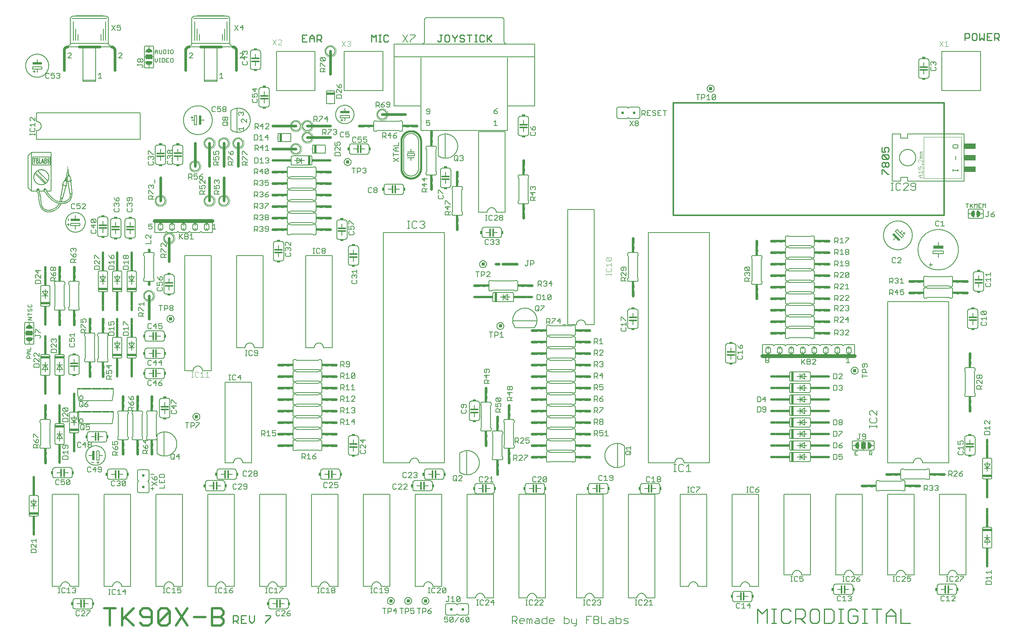
<source format=gto>
G04 EAGLE Gerber RS-274X export*
G75*
%MOMM*%
%FSLAX34Y34*%
%LPD*%
%INTop Silkscreen*%
%IPPOS*%
%AMOC8*
5,1,8,0,0,1.08239X$1,22.5*%
G01*
%ADD10C,0.508000*%
%ADD11C,0.279400*%
%ADD12C,0.152400*%
%ADD13C,0.304800*%
%ADD14C,0.177800*%
%ADD15C,0.812800*%
%ADD16C,0.254000*%
%ADD17R,2.286000X0.635000*%
%ADD18C,0.127000*%
%ADD19R,0.762000X0.381000*%
%ADD20R,0.381000X0.762000*%
%ADD21R,0.508000X2.032000*%
%ADD22R,2.032000X0.508000*%
%ADD23R,3.048000X0.508000*%
%ADD24R,0.508000X3.048000*%
%ADD25R,0.508000X1.778000*%
%ADD26R,1.778000X0.508000*%
%ADD27C,0.101600*%
%ADD28C,0.050800*%
%ADD29R,0.889000X1.270000*%
%ADD30R,1.651000X1.270000*%
%ADD31C,0.609600*%
%ADD32R,0.609600X0.254000*%
%ADD33R,0.508000X0.381000*%
%ADD34R,1.778000X0.381000*%
%ADD35R,0.863600X0.609600*%
%ADD36R,0.609600X0.863600*%
%ADD37R,0.254000X0.508000*%
%ADD38R,0.660400X0.660400*%
%ADD39C,0.203200*%
%ADD40C,0.406400*%
%ADD41R,0.609600X0.609600*%
%ADD42R,1.016000X1.524000*%
%ADD43R,1.524000X1.016000*%
%ADD44R,0.264159X0.010162*%
%ADD45R,0.518159X0.010159*%
%ADD46R,0.680719X0.010159*%
%ADD47R,0.812800X0.010159*%
%ADD48R,0.924559X0.010159*%
%ADD49R,1.016000X0.010162*%
%ADD50R,1.107441X0.010159*%
%ADD51R,1.188719X0.010159*%
%ADD52R,1.270000X0.010159*%
%ADD53R,1.330963X0.010159*%
%ADD54R,1.402078X0.010162*%
%ADD55R,0.589281X0.010159*%
%ADD56R,0.619759X0.010159*%
%ADD57R,0.487678X0.010159*%
%ADD58R,0.518162X0.010159*%
%ADD59R,0.447041X0.010159*%
%ADD60R,0.477519X0.010159*%
%ADD61R,0.396238X0.010159*%
%ADD62R,0.436881X0.010159*%
%ADD63R,0.375919X0.010162*%
%ADD64R,0.416559X0.010162*%
%ADD65R,0.355600X0.010159*%
%ADD66R,0.396241X0.010159*%
%ADD67R,0.335281X0.010159*%
%ADD68R,0.386081X0.010159*%
%ADD69R,0.314959X0.010159*%
%ADD70R,0.365759X0.010159*%
%ADD71R,0.294641X0.010159*%
%ADD72R,0.284481X0.010162*%
%ADD73R,0.335281X0.010162*%
%ADD74R,0.274319X0.010159*%
%ADD75R,0.274322X0.010159*%
%ADD76R,0.264159X0.010159*%
%ADD77R,0.314963X0.010159*%
%ADD78R,0.254000X0.010159*%
%ADD79R,0.304800X0.010159*%
%ADD80R,0.254000X0.010162*%
%ADD81R,0.294637X0.010162*%
%ADD82R,0.233678X0.010159*%
%ADD83R,0.284481X0.010159*%
%ADD84R,0.233681X0.010159*%
%ADD85R,0.284478X0.010159*%
%ADD86R,0.223522X0.010159*%
%ADD87R,0.223519X0.010159*%
%ADD88R,0.223522X0.010162*%
%ADD89R,0.274322X0.010162*%
%ADD90R,0.213359X0.010159*%
%ADD91R,0.203200X0.010159*%
%ADD92R,0.243841X0.010159*%
%ADD93R,0.203200X0.010162*%
%ADD94R,0.243838X0.010162*%
%ADD95R,0.193041X0.010159*%
%ADD96R,0.426719X0.010159*%
%ADD97R,0.193038X0.010159*%
%ADD98R,0.762000X0.010159*%
%ADD99R,0.182881X0.010159*%
%ADD100R,0.873759X0.010159*%
%ADD101R,0.182878X0.010162*%
%ADD102R,0.975359X0.010162*%
%ADD103R,0.233678X0.010162*%
%ADD104R,0.172719X0.010159*%
%ADD105R,1.066800X0.010159*%
%ADD106R,1.148081X0.010159*%
%ADD107R,1.219200X0.010159*%
%ADD108R,1.300478X0.010159*%
%ADD109R,0.172719X0.010162*%
%ADD110R,1.361441X0.010162*%
%ADD111R,0.223519X0.010162*%
%ADD112R,0.172722X0.010159*%
%ADD113R,1.412241X0.010159*%
%ADD114R,0.162559X0.010159*%
%ADD115R,0.508000X0.010159*%
%ADD116R,0.558800X0.010159*%
%ADD117R,0.213363X0.010159*%
%ADD118R,0.447038X0.010159*%
%ADD119R,0.487681X0.010159*%
%ADD120R,0.172722X0.010162*%
%ADD121R,0.365759X0.010162*%
%ADD122R,0.213363X0.010162*%
%ADD123R,0.386078X0.010159*%
%ADD124R,0.294637X0.010159*%
%ADD125R,0.345438X0.010159*%
%ADD126R,0.325122X0.010159*%
%ADD127R,0.162562X0.010162*%
%ADD128R,0.274319X0.010162*%
%ADD129R,0.314959X0.010162*%
%ADD130R,0.264163X0.010159*%
%ADD131R,0.152400X0.010159*%
%ADD132R,0.152400X0.010162*%
%ADD133R,0.193038X0.010162*%
%ADD134R,0.243838X0.010159*%
%ADD135R,0.182878X0.010159*%
%ADD136R,0.193041X0.010162*%
%ADD137R,0.142241X0.010159*%
%ADD138R,0.142241X0.010162*%
%ADD139R,0.182881X0.010162*%
%ADD140R,0.142238X0.010159*%
%ADD141R,0.132078X0.010159*%
%ADD142R,0.162562X0.010159*%
%ADD143R,0.162559X0.010162*%
%ADD144R,0.233681X0.010162*%
%ADD145R,0.132081X0.010159*%
%ADD146R,0.132081X0.010162*%
%ADD147R,0.132078X0.010162*%
%ADD148R,0.121919X0.010159*%
%ADD149R,0.121922X0.010159*%
%ADD150R,0.142238X0.010162*%
%ADD151R,0.121919X0.010162*%
%ADD152R,0.121922X0.010162*%
%ADD153R,0.111759X0.010159*%
%ADD154R,0.111763X0.010159*%
%ADD155R,0.111763X0.010162*%
%ADD156R,0.111759X0.010162*%
%ADD157R,0.853441X0.010159*%
%ADD158R,0.944881X0.010159*%
%ADD159R,1.076959X0.010159*%
%ADD160R,1.198881X0.010162*%
%ADD161R,1.310641X0.010159*%
%ADD162R,1.402081X0.010159*%
%ADD163R,1.493519X0.010159*%
%ADD164R,1.574800X0.010159*%
%ADD165R,1.656081X0.010162*%
%ADD166R,0.660400X0.010159*%
%ADD167R,0.904241X0.010159*%
%ADD168R,0.538481X0.010159*%
%ADD169R,0.711200X0.010159*%
%ADD170R,0.477522X0.010159*%
%ADD171R,0.629919X0.010159*%
%ADD172R,0.528322X0.010162*%
%ADD173R,0.457200X0.010159*%
%ADD174R,0.436878X0.010159*%
%ADD175R,0.335278X0.010162*%
%ADD176R,0.386078X0.010162*%
%ADD177R,0.375919X0.010159*%
%ADD178R,0.335278X0.010159*%
%ADD179R,0.243841X0.010162*%
%ADD180R,0.589278X0.010162*%
%ADD181R,0.772159X0.010159*%
%ADD182R,0.914400X0.010159*%
%ADD183R,1.026163X0.010159*%
%ADD184R,1.127763X0.010159*%
%ADD185R,1.229363X0.010162*%
%ADD186R,0.213359X0.010162*%
%ADD187R,1.310638X0.010159*%
%ADD188R,1.391919X0.010159*%
%ADD189R,1.473200X0.010159*%
%ADD190R,1.544322X0.010159*%
%ADD191R,0.640078X0.010162*%
%ADD192R,0.660400X0.010162*%
%ADD193R,0.579119X0.010159*%
%ADD194R,0.548641X0.010159*%
%ADD195R,0.497841X0.010159*%
%ADD196R,0.416563X0.010159*%
%ADD197R,0.426722X0.010159*%
%ADD198R,0.396241X0.010162*%
%ADD199R,0.375922X0.010159*%
%ADD200R,0.345441X0.010159*%
%ADD201R,0.325119X0.010159*%
%ADD202R,0.314963X0.010162*%
%ADD203R,0.264163X0.010162*%
%ADD204R,0.030481X0.010159*%
%ADD205R,0.487678X0.010162*%
%ADD206R,0.528319X0.010159*%
%ADD207R,0.579122X0.010159*%
%ADD208R,0.436881X0.010162*%
%ADD209R,0.101600X0.010159*%
%ADD210R,0.568959X0.010159*%
%ADD211R,0.589281X0.010162*%
%ADD212R,0.010159X0.010159*%
%ADD213R,0.020319X0.010162*%
%ADD214R,0.030478X0.010159*%
%ADD215R,0.040638X0.010159*%
%ADD216R,1.361441X0.010159*%
%ADD217R,1.351281X0.010159*%
%ADD218R,0.975359X0.010159*%
%ADD219R,1.381759X0.010159*%
%ADD220R,1.005841X0.010159*%
%ADD221R,1.381759X0.010162*%
%ADD222R,1.351281X0.010162*%
%ADD223R,1.026159X0.010162*%
%ADD224R,1.341119X0.010159*%
%ADD225R,1.046478X0.010159*%
%ADD226R,1.056641X0.010159*%
%ADD227R,1.391922X0.010159*%
%ADD228R,1.087122X0.010159*%
%ADD229R,1.412241X0.010162*%
%ADD230R,1.341119X0.010162*%
%ADD231R,1.087122X0.010162*%
%ADD232R,1.330959X0.010159*%
%ADD233R,1.422400X0.010159*%
%ADD234R,1.432562X0.010159*%
%ADD235R,1.117600X0.010159*%
%ADD236R,0.629919X0.010162*%
%ADD237R,0.355600X0.010162*%
%ADD238R,0.619759X0.010162*%
%ADD239R,0.609600X0.010159*%
%ADD240R,0.599441X0.010159*%
%ADD241R,0.579122X0.010162*%
%ADD242R,0.467363X0.010159*%
%ADD243R,0.447038X0.010162*%
%ADD244R,0.457200X0.010162*%
%ADD245R,0.406400X0.010159*%
%ADD246R,0.416559X0.010159*%
%ADD247R,0.365762X0.010159*%
%ADD248R,0.325119X0.010162*%
%ADD249R,0.568959X0.010162*%
%ADD250R,0.528322X0.010159*%
%ADD251R,0.345441X0.010162*%
%ADD252R,0.721359X0.010159*%
%ADD253R,0.822959X0.010159*%
%ADD254R,0.894081X0.010162*%
%ADD255R,0.965200X0.010159*%
%ADD256R,1.026159X0.010159*%
%ADD257R,1.097281X0.010159*%
%ADD258R,1.209041X0.010162*%
%ADD259R,0.467359X0.010159*%
%ADD260R,1.046481X0.010159*%
%ADD261R,1.036322X0.010162*%
%ADD262R,1.036322X0.010159*%
%ADD263R,0.904238X0.010159*%
%ADD264R,0.751838X0.010159*%
%ADD265R,0.426722X0.010162*%
%ADD266R,0.599441X0.010162*%
%ADD267R,0.487681X0.010162*%
%ADD268R,0.050800X0.010159*%
%ADD269R,0.568963X0.010159*%
%ADD270R,0.558800X0.010162*%
%ADD271R,0.548638X0.010159*%
%ADD272R,0.538478X0.010159*%
%ADD273R,0.538478X0.010162*%
%ADD274R,0.284478X0.010162*%
%ADD275R,0.101600X0.010162*%
%ADD276R,0.091441X0.010159*%
%ADD277R,0.091441X0.010162*%
%ADD278R,0.091438X0.010159*%
%ADD279R,0.081278X0.010162*%
%ADD280R,0.081278X0.010159*%
%ADD281R,0.071119X0.010159*%
%ADD282R,0.081281X0.010162*%
%ADD283R,0.081281X0.010159*%
%ADD284R,0.071122X0.010159*%
%ADD285R,0.071122X0.010162*%
%ADD286R,0.060959X0.010162*%
%ADD287R,0.060959X0.010159*%
%ADD288R,0.050800X0.010162*%
%ADD289R,0.040641X0.010162*%
%ADD290R,0.040641X0.010159*%
%ADD291R,0.040638X0.010162*%
%ADD292R,0.030478X0.010162*%
%ADD293R,0.030481X0.010162*%
%ADD294R,0.020322X0.010159*%
%ADD295R,1.209041X0.010159*%
%ADD296R,0.010162X0.010159*%
%ADD297R,1.158241X0.010162*%
%ADD298R,0.822959X0.010162*%
%ADD299R,0.741681X0.010159*%
%ADD300R,0.640081X0.010159*%
%ADD301R,0.071119X0.010162*%
%ADD302R,0.020319X0.010159*%
%ADD303R,0.020322X0.010162*%
%ADD304R,0.010162X0.010162*%
%ADD305R,3.931919X0.010159*%
%ADD306R,3.931919X0.010162*%
%ADD307R,0.060963X0.010159*%
%ADD308R,0.396238X0.010162*%
%ADD309R,0.345438X0.010162*%
%ADD310R,0.447041X0.010162*%
%ADD311R,0.497838X0.010159*%
%ADD312R,0.508000X0.010162*%
%ADD313R,0.467359X0.010162*%
%ADD314R,0.406400X0.010162*%
%ADD315R,0.436878X0.010162*%
%ADD316R,0.477519X0.010162*%
%ADD317R,0.386081X0.010162*%
%ADD318R,0.426719X0.010162*%
%ADD319R,4.450081X0.010159*%
%ADD320R,4.439922X0.010159*%
%ADD321R,4.429759X0.010159*%
%ADD322R,4.409441X0.010159*%
%ADD323R,4.399281X0.010162*%
%ADD324R,4.368800X0.010159*%
%ADD325R,4.358641X0.010159*%
%ADD326R,4.338319X0.010159*%
%ADD327R,4.318000X0.010159*%
%ADD328R,4.277359X0.010162*%
%ADD329R,4.226563X0.010159*%
%ADD330R,0.010159X0.010162*%


D10*
X205751Y8890D02*
X205751Y47023D01*
X193040Y47023D02*
X218462Y47023D01*
X232800Y47023D02*
X232800Y8890D01*
X232800Y21601D02*
X258221Y47023D01*
X239155Y27956D02*
X258221Y8890D01*
X272559Y15245D02*
X278915Y8890D01*
X291625Y8890D01*
X297981Y15245D01*
X297981Y40667D01*
X291625Y47023D01*
X278915Y47023D01*
X272559Y40667D01*
X272559Y34312D01*
X278915Y27956D01*
X297981Y27956D01*
X312319Y15245D02*
X312319Y40667D01*
X318674Y47023D01*
X331385Y47023D01*
X337740Y40667D01*
X337740Y15245D01*
X331385Y8890D01*
X318674Y8890D01*
X312319Y15245D01*
X337740Y40667D01*
X352078Y47023D02*
X377500Y8890D01*
X352078Y8890D02*
X377500Y47023D01*
X391838Y27956D02*
X417260Y27956D01*
X431597Y8890D02*
X431597Y47023D01*
X450664Y47023D01*
X457019Y40667D01*
X457019Y34312D01*
X450664Y27956D01*
X457019Y21601D01*
X457019Y15245D01*
X450664Y8890D01*
X431597Y8890D01*
X431597Y27956D02*
X450664Y27956D01*
D11*
X1633347Y14097D02*
X1633347Y45620D01*
X1643855Y35112D01*
X1654362Y45620D01*
X1654362Y14097D01*
X1664921Y14097D02*
X1675428Y14097D01*
X1670175Y14097D02*
X1670175Y45620D01*
X1675428Y45620D02*
X1664921Y45620D01*
X1701731Y45620D02*
X1706985Y40366D01*
X1701731Y45620D02*
X1691224Y45620D01*
X1685970Y40366D01*
X1685970Y19351D01*
X1691224Y14097D01*
X1701731Y14097D01*
X1706985Y19351D01*
X1717544Y14097D02*
X1717544Y45620D01*
X1733305Y45620D01*
X1738559Y40366D01*
X1738559Y29858D01*
X1733305Y24605D01*
X1717544Y24605D01*
X1728051Y24605D02*
X1738559Y14097D01*
X1754371Y45620D02*
X1764879Y45620D01*
X1754371Y45620D02*
X1749118Y40366D01*
X1749118Y19351D01*
X1754371Y14097D01*
X1764879Y14097D01*
X1770133Y19351D01*
X1770133Y40366D01*
X1764879Y45620D01*
X1780691Y45620D02*
X1780691Y14097D01*
X1796453Y14097D01*
X1801707Y19351D01*
X1801707Y40366D01*
X1796453Y45620D01*
X1780691Y45620D01*
X1812265Y14097D02*
X1822773Y14097D01*
X1817519Y14097D02*
X1817519Y45620D01*
X1812265Y45620D02*
X1822773Y45620D01*
X1849076Y45620D02*
X1854330Y40366D01*
X1849076Y45620D02*
X1838568Y45620D01*
X1833314Y40366D01*
X1833314Y19351D01*
X1838568Y14097D01*
X1849076Y14097D01*
X1854330Y19351D01*
X1854330Y29858D01*
X1843822Y29858D01*
X1864888Y14097D02*
X1875396Y14097D01*
X1870142Y14097D02*
X1870142Y45620D01*
X1864888Y45620D02*
X1875396Y45620D01*
X1896445Y45620D02*
X1896445Y14097D01*
X1885937Y45620D02*
X1906953Y45620D01*
X1917511Y35112D02*
X1917511Y14097D01*
X1917511Y35112D02*
X1928019Y45620D01*
X1938526Y35112D01*
X1938526Y14097D01*
X1938526Y29858D02*
X1917511Y29858D01*
X1949085Y45620D02*
X1949085Y14097D01*
X1970100Y14097D01*
X477647Y14097D02*
X477647Y30621D01*
X485909Y30621D01*
X488663Y27867D01*
X488663Y22359D01*
X485909Y19605D01*
X477647Y19605D01*
X483155Y19605D02*
X488663Y14097D01*
X495422Y30621D02*
X506438Y30621D01*
X495422Y30621D02*
X495422Y14097D01*
X506438Y14097D01*
X500930Y22359D02*
X495422Y22359D01*
X513197Y19605D02*
X513197Y30621D01*
X513197Y19605D02*
X518705Y14097D01*
X524213Y19605D01*
X524213Y30621D01*
X548746Y30621D02*
X559762Y30621D01*
X559762Y27867D01*
X548746Y16851D01*
X548746Y14097D01*
D12*
X1092962Y13462D02*
X1092962Y29732D01*
X1101097Y29732D01*
X1103809Y27020D01*
X1103809Y21597D01*
X1101097Y18885D01*
X1092962Y18885D01*
X1098385Y18885D02*
X1103809Y13462D01*
X1112045Y13462D02*
X1117469Y13462D01*
X1112045Y13462D02*
X1109334Y16174D01*
X1109334Y21597D01*
X1112045Y24309D01*
X1117469Y24309D01*
X1120180Y21597D01*
X1120180Y18885D01*
X1109334Y18885D01*
X1125705Y13462D02*
X1125705Y24309D01*
X1128417Y24309D01*
X1131128Y21597D01*
X1131128Y13462D01*
X1131128Y21597D02*
X1133840Y24309D01*
X1136552Y21597D01*
X1136552Y13462D01*
X1144788Y24309D02*
X1150212Y24309D01*
X1152923Y21597D01*
X1152923Y13462D01*
X1144788Y13462D01*
X1142077Y16174D01*
X1144788Y18885D01*
X1152923Y18885D01*
X1169295Y13462D02*
X1169295Y29732D01*
X1169295Y13462D02*
X1161160Y13462D01*
X1158448Y16174D01*
X1158448Y21597D01*
X1161160Y24309D01*
X1169295Y24309D01*
X1177531Y13462D02*
X1182955Y13462D01*
X1177531Y13462D02*
X1174820Y16174D01*
X1174820Y21597D01*
X1177531Y24309D01*
X1182955Y24309D01*
X1185666Y21597D01*
X1185666Y18885D01*
X1174820Y18885D01*
X1207563Y13462D02*
X1207563Y29732D01*
X1207563Y13462D02*
X1215698Y13462D01*
X1218410Y16174D01*
X1218410Y21597D01*
X1215698Y24309D01*
X1207563Y24309D01*
X1223935Y24309D02*
X1223935Y16174D01*
X1226646Y13462D01*
X1234781Y13462D01*
X1234781Y10750D02*
X1234781Y24309D01*
X1234781Y10750D02*
X1232069Y8039D01*
X1229358Y8039D01*
X1256678Y13462D02*
X1256678Y29732D01*
X1267524Y29732D01*
X1262101Y21597D02*
X1256678Y21597D01*
X1273049Y13462D02*
X1273049Y29732D01*
X1281184Y29732D01*
X1283896Y27020D01*
X1283896Y24309D01*
X1281184Y21597D01*
X1283896Y18885D01*
X1283896Y16174D01*
X1281184Y13462D01*
X1273049Y13462D01*
X1273049Y21597D02*
X1281184Y21597D01*
X1289421Y29732D02*
X1289421Y13462D01*
X1300267Y13462D01*
X1308504Y24309D02*
X1313927Y24309D01*
X1316639Y21597D01*
X1316639Y13462D01*
X1308504Y13462D01*
X1305792Y16174D01*
X1308504Y18885D01*
X1316639Y18885D01*
X1322164Y13462D02*
X1322164Y29732D01*
X1322164Y13462D02*
X1330299Y13462D01*
X1333010Y16174D01*
X1333010Y21597D01*
X1330299Y24309D01*
X1322164Y24309D01*
X1338535Y13462D02*
X1346670Y13462D01*
X1349382Y16174D01*
X1346670Y18885D01*
X1341247Y18885D01*
X1338535Y21597D01*
X1341247Y24309D01*
X1349382Y24309D01*
D13*
X2044700Y914400D02*
X2044700Y1162050D01*
X2044700Y914400D02*
X1447800Y914400D01*
X1447800Y1162050D01*
X2044700Y1162050D01*
D12*
X2095968Y939680D02*
X2095968Y931037D01*
X2093087Y939680D02*
X2098849Y939680D01*
X2102442Y939680D02*
X2102442Y931037D01*
X2102442Y933918D02*
X2108204Y939680D01*
X2103883Y935359D02*
X2108204Y931037D01*
X2111797Y931037D02*
X2111797Y939680D01*
X2114679Y936799D01*
X2117560Y939680D01*
X2117560Y931037D01*
X2121153Y939680D02*
X2126915Y939680D01*
X2121153Y939680D02*
X2121153Y931037D01*
X2126915Y931037D01*
X2124034Y935359D02*
X2121153Y935359D01*
X2130508Y939680D02*
X2130508Y931037D01*
X2133389Y936799D02*
X2130508Y939680D01*
X2133389Y936799D02*
X2136270Y939680D01*
X2136270Y931037D01*
D14*
X303452Y342905D02*
X296164Y342905D01*
X296164Y311155D02*
X303452Y311155D01*
X299808Y314798D02*
X299808Y307511D01*
X315205Y312039D02*
X326136Y312039D01*
X326136Y319327D01*
X315205Y323733D02*
X315205Y331021D01*
X315205Y323733D02*
X326136Y323733D01*
X326136Y331021D01*
X320670Y327377D02*
X320670Y323733D01*
X315205Y335427D02*
X326136Y335427D01*
X326136Y340893D01*
X324314Y342714D01*
X317027Y342714D01*
X315205Y340893D01*
X315205Y335427D01*
D12*
X34163Y683387D02*
X25520Y683387D01*
X34163Y689149D01*
X25520Y689149D01*
X25520Y695623D02*
X34163Y695623D01*
X25520Y692742D02*
X25520Y698504D01*
X25520Y706419D02*
X26960Y707860D01*
X25520Y706419D02*
X25520Y703538D01*
X26960Y702097D01*
X28401Y702097D01*
X29841Y703538D01*
X29841Y706419D01*
X31282Y707860D01*
X32722Y707860D01*
X34163Y706419D01*
X34163Y703538D01*
X32722Y702097D01*
X25520Y715774D02*
X26960Y717215D01*
X25520Y715774D02*
X25520Y712893D01*
X26960Y711453D01*
X32722Y711453D01*
X34163Y712893D01*
X34163Y715774D01*
X32722Y717215D01*
X31623Y598171D02*
X22980Y598171D01*
X22980Y602493D01*
X24420Y603934D01*
X27301Y603934D01*
X28742Y602493D01*
X28742Y598171D01*
X31623Y607527D02*
X25861Y607527D01*
X22980Y610408D01*
X25861Y613289D01*
X31623Y613289D01*
X27301Y613289D02*
X27301Y607527D01*
X22980Y616882D02*
X31623Y616882D01*
X31623Y622644D01*
X305562Y1270762D02*
X305562Y1276524D01*
X308443Y1279405D01*
X311324Y1276524D01*
X311324Y1270762D01*
X311324Y1275084D02*
X305562Y1275084D01*
X314917Y1272203D02*
X314917Y1279405D01*
X314917Y1272203D02*
X316358Y1270762D01*
X319239Y1270762D01*
X320679Y1272203D01*
X320679Y1279405D01*
X324272Y1279405D02*
X324272Y1270762D01*
X328594Y1270762D01*
X330035Y1272203D01*
X330035Y1277965D01*
X328594Y1279405D01*
X324272Y1279405D01*
X333628Y1270762D02*
X336509Y1270762D01*
X335068Y1270762D02*
X335068Y1279405D01*
X333628Y1279405D02*
X336509Y1279405D01*
X341305Y1279405D02*
X344186Y1279405D01*
X341305Y1279405D02*
X339864Y1277965D01*
X339864Y1272203D01*
X341305Y1270762D01*
X344186Y1270762D01*
X345627Y1272203D01*
X345627Y1277965D01*
X344186Y1279405D01*
X305562Y1260355D02*
X305562Y1254593D01*
X308443Y1251712D01*
X311324Y1254593D01*
X311324Y1260355D01*
X314917Y1251712D02*
X317798Y1251712D01*
X316358Y1251712D02*
X316358Y1260355D01*
X317798Y1260355D02*
X314917Y1260355D01*
X321154Y1260355D02*
X321154Y1251712D01*
X325476Y1251712D01*
X326916Y1253153D01*
X326916Y1258915D01*
X325476Y1260355D01*
X321154Y1260355D01*
X330509Y1260355D02*
X336271Y1260355D01*
X330509Y1260355D02*
X330509Y1251712D01*
X336271Y1251712D01*
X333390Y1256034D02*
X330509Y1256034D01*
X341305Y1260355D02*
X344186Y1260355D01*
X341305Y1260355D02*
X339864Y1258915D01*
X339864Y1253153D01*
X341305Y1251712D01*
X344186Y1251712D01*
X345627Y1253153D01*
X345627Y1258915D01*
X344186Y1260355D01*
X1880362Y393580D02*
X1880362Y384937D01*
X1880362Y393580D02*
X1884684Y393580D01*
X1886124Y392140D01*
X1886124Y389259D01*
X1884684Y387818D01*
X1880362Y387818D01*
X1883243Y387818D02*
X1886124Y384937D01*
X1854374Y393580D02*
X1848612Y393580D01*
X1848612Y384937D01*
X1854374Y384937D01*
X1851493Y389259D02*
X1848612Y389259D01*
D15*
X431800Y901700D02*
X304800Y901700D01*
X1644650Y603250D02*
X1847850Y603250D01*
D16*
X640089Y1311923D02*
X629920Y1311923D01*
X629920Y1296670D01*
X640089Y1296670D01*
X635004Y1304297D02*
X629920Y1304297D01*
X646292Y1306839D02*
X646292Y1296670D01*
X646292Y1306839D02*
X651376Y1311923D01*
X656460Y1306839D01*
X656460Y1296670D01*
X656460Y1304297D02*
X646292Y1304297D01*
X662663Y1296670D02*
X662663Y1311923D01*
X670290Y1311923D01*
X672832Y1309381D01*
X672832Y1304297D01*
X670290Y1301754D01*
X662663Y1301754D01*
X667747Y1301754D02*
X672832Y1296670D01*
X782320Y1296670D02*
X782320Y1311923D01*
X787404Y1306839D01*
X792489Y1311923D01*
X792489Y1296670D01*
X798692Y1296670D02*
X803776Y1296670D01*
X801234Y1296670D02*
X801234Y1311923D01*
X798692Y1311923D02*
X803776Y1311923D01*
X817232Y1311923D02*
X819775Y1309381D01*
X817232Y1311923D02*
X812148Y1311923D01*
X809606Y1309381D01*
X809606Y1299212D01*
X812148Y1296670D01*
X817232Y1296670D01*
X819775Y1299212D01*
X2090420Y1299845D02*
X2090420Y1315098D01*
X2098047Y1315098D01*
X2100589Y1312556D01*
X2100589Y1307472D01*
X2098047Y1304929D01*
X2090420Y1304929D01*
X2109334Y1315098D02*
X2114418Y1315098D01*
X2109334Y1315098D02*
X2106792Y1312556D01*
X2106792Y1302387D01*
X2109334Y1299845D01*
X2114418Y1299845D01*
X2116960Y1302387D01*
X2116960Y1312556D01*
X2114418Y1315098D01*
X2123163Y1315098D02*
X2123163Y1299845D01*
X2128247Y1304929D01*
X2133332Y1299845D01*
X2133332Y1315098D01*
X2139535Y1315098D02*
X2149703Y1315098D01*
X2139535Y1315098D02*
X2139535Y1299845D01*
X2149703Y1299845D01*
X2144619Y1307472D02*
X2139535Y1307472D01*
X2155906Y1299845D02*
X2155906Y1315098D01*
X2163533Y1315098D01*
X2166075Y1312556D01*
X2166075Y1307472D01*
X2163533Y1304929D01*
X2155906Y1304929D01*
X2160991Y1304929D02*
X2166075Y1299845D01*
X1907527Y1014739D02*
X1907527Y1004570D01*
X1907527Y1014739D02*
X1910069Y1014739D01*
X1920238Y1004570D01*
X1922780Y1004570D01*
X1910069Y1020942D02*
X1907527Y1023484D01*
X1907527Y1028568D01*
X1910069Y1031110D01*
X1912611Y1031110D01*
X1915154Y1028568D01*
X1917696Y1031110D01*
X1920238Y1031110D01*
X1922780Y1028568D01*
X1922780Y1023484D01*
X1920238Y1020942D01*
X1917696Y1020942D01*
X1915154Y1023484D01*
X1912611Y1020942D01*
X1910069Y1020942D01*
X1915154Y1023484D02*
X1915154Y1028568D01*
X1920238Y1037313D02*
X1910069Y1037313D01*
X1907527Y1039855D01*
X1907527Y1044940D01*
X1910069Y1047482D01*
X1920238Y1047482D01*
X1922780Y1044940D01*
X1922780Y1039855D01*
X1920238Y1037313D01*
X1910069Y1047482D01*
X1907527Y1053685D02*
X1907527Y1063853D01*
X1907527Y1053685D02*
X1915154Y1053685D01*
X1912611Y1058769D01*
X1912611Y1061311D01*
X1915154Y1063853D01*
X1920238Y1063853D01*
X1922780Y1061311D01*
X1922780Y1056227D01*
X1920238Y1053685D01*
X930912Y1296670D02*
X928370Y1299212D01*
X930912Y1296670D02*
X933454Y1296670D01*
X935997Y1299212D01*
X935997Y1311923D01*
X938539Y1311923D02*
X933454Y1311923D01*
X947284Y1311923D02*
X952368Y1311923D01*
X947284Y1311923D02*
X944742Y1309381D01*
X944742Y1299212D01*
X947284Y1296670D01*
X952368Y1296670D01*
X954910Y1299212D01*
X954910Y1309381D01*
X952368Y1311923D01*
X961113Y1311923D02*
X961113Y1309381D01*
X966197Y1304297D01*
X971282Y1309381D01*
X971282Y1311923D01*
X966197Y1304297D02*
X966197Y1296670D01*
X985111Y1311923D02*
X987653Y1309381D01*
X985111Y1311923D02*
X980027Y1311923D01*
X977485Y1309381D01*
X977485Y1306839D01*
X980027Y1304297D01*
X985111Y1304297D01*
X987653Y1301754D01*
X987653Y1299212D01*
X985111Y1296670D01*
X980027Y1296670D01*
X977485Y1299212D01*
X998941Y1296670D02*
X998941Y1311923D01*
X1004025Y1311923D02*
X993856Y1311923D01*
X1010228Y1296670D02*
X1015312Y1296670D01*
X1012770Y1296670D02*
X1012770Y1311923D01*
X1010228Y1311923D02*
X1015312Y1311923D01*
X1028769Y1311923D02*
X1031311Y1309381D01*
X1028769Y1311923D02*
X1023684Y1311923D01*
X1021142Y1309381D01*
X1021142Y1299212D01*
X1023684Y1296670D01*
X1028769Y1296670D01*
X1031311Y1299212D01*
X1037514Y1296670D02*
X1037514Y1311923D01*
X1047682Y1311923D02*
X1037514Y1301754D01*
X1040056Y1304297D02*
X1047682Y1296670D01*
D14*
X951152Y27695D02*
X943864Y27695D01*
X943864Y22230D01*
X947508Y24052D01*
X949330Y24052D01*
X951152Y22230D01*
X951152Y18586D01*
X949330Y16764D01*
X945686Y16764D01*
X943864Y18586D01*
X955558Y18586D02*
X955558Y25873D01*
X957380Y27695D01*
X961024Y27695D01*
X962846Y25873D01*
X962846Y18586D01*
X961024Y16764D01*
X957380Y16764D01*
X955558Y18586D01*
X962846Y25873D01*
X967252Y16764D02*
X974539Y27695D01*
X982590Y25873D02*
X986233Y27695D01*
X982590Y25873D02*
X978946Y22230D01*
X978946Y18586D01*
X980768Y16764D01*
X984412Y16764D01*
X986233Y18586D01*
X986233Y20408D01*
X984412Y22230D01*
X978946Y22230D01*
X990640Y18586D02*
X990640Y25873D01*
X992462Y27695D01*
X996106Y27695D01*
X997927Y25873D01*
X997927Y18586D01*
X996106Y16764D01*
X992462Y16764D01*
X990640Y18586D01*
X997927Y25873D01*
X1378839Y1134364D02*
X1378839Y1145295D01*
X1384305Y1145295D01*
X1386127Y1143473D01*
X1386127Y1139830D01*
X1384305Y1138008D01*
X1378839Y1138008D01*
X1382483Y1138008D02*
X1386127Y1134364D01*
X1390533Y1145295D02*
X1397821Y1145295D01*
X1390533Y1145295D02*
X1390533Y1134364D01*
X1397821Y1134364D01*
X1394177Y1139830D02*
X1390533Y1139830D01*
X1407693Y1145295D02*
X1409514Y1143473D01*
X1407693Y1145295D02*
X1404049Y1145295D01*
X1402227Y1143473D01*
X1402227Y1141652D01*
X1404049Y1139830D01*
X1407693Y1139830D01*
X1409514Y1138008D01*
X1409514Y1136186D01*
X1407693Y1134364D01*
X1404049Y1134364D01*
X1402227Y1136186D01*
X1413921Y1145295D02*
X1421208Y1145295D01*
X1413921Y1145295D02*
X1413921Y1134364D01*
X1421208Y1134364D01*
X1417565Y1139830D02*
X1413921Y1139830D01*
X1429259Y1134364D02*
X1429259Y1145295D01*
X1432902Y1145295D02*
X1425615Y1145295D01*
D12*
X2032000Y829310D02*
X2032000Y826770D01*
X2032000Y829310D02*
X2043430Y829310D01*
X2043430Y835660D01*
X2020570Y835660D01*
X2020570Y829310D01*
X2032000Y829310D01*
X2032000Y844550D02*
X2032000Y849630D01*
X2019300Y805180D02*
X2011680Y805180D01*
X2015490Y801370D02*
X2015490Y808990D01*
X2032000Y849630D02*
X2032000Y854710D01*
X2032000Y826770D02*
X2032000Y821690D01*
X1987550Y838200D02*
X1987563Y839291D01*
X1987604Y840381D01*
X1987670Y841470D01*
X1987764Y842557D01*
X1987884Y843641D01*
X1988031Y844722D01*
X1988204Y845799D01*
X1988404Y846872D01*
X1988630Y847939D01*
X1988882Y849000D01*
X1989160Y850055D01*
X1989464Y851103D01*
X1989793Y852143D01*
X1990148Y853175D01*
X1990528Y854197D01*
X1990934Y855210D01*
X1991363Y856213D01*
X1991818Y857205D01*
X1992296Y858185D01*
X1992799Y859154D01*
X1993325Y860109D01*
X1993874Y861052D01*
X1994446Y861981D01*
X1995041Y862895D01*
X1995658Y863795D01*
X1996297Y864679D01*
X1996958Y865547D01*
X1997640Y866399D01*
X1998342Y867234D01*
X1999065Y868051D01*
X1999807Y868850D01*
X2000569Y869631D01*
X2001350Y870393D01*
X2002149Y871135D01*
X2002966Y871858D01*
X2003801Y872560D01*
X2004653Y873242D01*
X2005521Y873903D01*
X2006405Y874542D01*
X2007305Y875159D01*
X2008219Y875754D01*
X2009148Y876326D01*
X2010091Y876875D01*
X2011046Y877401D01*
X2012015Y877904D01*
X2012995Y878382D01*
X2013987Y878837D01*
X2014990Y879266D01*
X2016003Y879672D01*
X2017025Y880052D01*
X2018057Y880407D01*
X2019097Y880736D01*
X2020145Y881040D01*
X2021200Y881318D01*
X2022261Y881570D01*
X2023328Y881796D01*
X2024401Y881996D01*
X2025478Y882169D01*
X2026559Y882316D01*
X2027643Y882436D01*
X2028730Y882530D01*
X2029819Y882596D01*
X2030909Y882637D01*
X2032000Y882650D01*
X2033091Y882637D01*
X2034181Y882596D01*
X2035270Y882530D01*
X2036357Y882436D01*
X2037441Y882316D01*
X2038522Y882169D01*
X2039599Y881996D01*
X2040672Y881796D01*
X2041739Y881570D01*
X2042800Y881318D01*
X2043855Y881040D01*
X2044903Y880736D01*
X2045943Y880407D01*
X2046975Y880052D01*
X2047997Y879672D01*
X2049010Y879266D01*
X2050013Y878837D01*
X2051005Y878382D01*
X2051985Y877904D01*
X2052954Y877401D01*
X2053909Y876875D01*
X2054852Y876326D01*
X2055781Y875754D01*
X2056695Y875159D01*
X2057595Y874542D01*
X2058479Y873903D01*
X2059347Y873242D01*
X2060199Y872560D01*
X2061034Y871858D01*
X2061851Y871135D01*
X2062650Y870393D01*
X2063431Y869631D01*
X2064193Y868850D01*
X2064935Y868051D01*
X2065658Y867234D01*
X2066360Y866399D01*
X2067042Y865547D01*
X2067703Y864679D01*
X2068342Y863795D01*
X2068959Y862895D01*
X2069554Y861981D01*
X2070126Y861052D01*
X2070675Y860109D01*
X2071201Y859154D01*
X2071704Y858185D01*
X2072182Y857205D01*
X2072637Y856213D01*
X2073066Y855210D01*
X2073472Y854197D01*
X2073852Y853175D01*
X2074207Y852143D01*
X2074536Y851103D01*
X2074840Y850055D01*
X2075118Y849000D01*
X2075370Y847939D01*
X2075596Y846872D01*
X2075796Y845799D01*
X2075969Y844722D01*
X2076116Y843641D01*
X2076236Y842557D01*
X2076330Y841470D01*
X2076396Y840381D01*
X2076437Y839291D01*
X2076450Y838200D01*
X2076437Y837109D01*
X2076396Y836019D01*
X2076330Y834930D01*
X2076236Y833843D01*
X2076116Y832759D01*
X2075969Y831678D01*
X2075796Y830601D01*
X2075596Y829528D01*
X2075370Y828461D01*
X2075118Y827400D01*
X2074840Y826345D01*
X2074536Y825297D01*
X2074207Y824257D01*
X2073852Y823225D01*
X2073472Y822203D01*
X2073066Y821190D01*
X2072637Y820187D01*
X2072182Y819195D01*
X2071704Y818215D01*
X2071201Y817246D01*
X2070675Y816291D01*
X2070126Y815348D01*
X2069554Y814419D01*
X2068959Y813505D01*
X2068342Y812605D01*
X2067703Y811721D01*
X2067042Y810853D01*
X2066360Y810001D01*
X2065658Y809166D01*
X2064935Y808349D01*
X2064193Y807550D01*
X2063431Y806769D01*
X2062650Y806007D01*
X2061851Y805265D01*
X2061034Y804542D01*
X2060199Y803840D01*
X2059347Y803158D01*
X2058479Y802497D01*
X2057595Y801858D01*
X2056695Y801241D01*
X2055781Y800646D01*
X2054852Y800074D01*
X2053909Y799525D01*
X2052954Y798999D01*
X2051985Y798496D01*
X2051005Y798018D01*
X2050013Y797563D01*
X2049010Y797134D01*
X2047997Y796728D01*
X2046975Y796348D01*
X2045943Y795993D01*
X2044903Y795664D01*
X2043855Y795360D01*
X2042800Y795082D01*
X2041739Y794830D01*
X2040672Y794604D01*
X2039599Y794404D01*
X2038522Y794231D01*
X2037441Y794084D01*
X2036357Y793964D01*
X2035270Y793870D01*
X2034181Y793804D01*
X2033091Y793763D01*
X2032000Y793750D01*
X2030909Y793763D01*
X2029819Y793804D01*
X2028730Y793870D01*
X2027643Y793964D01*
X2026559Y794084D01*
X2025478Y794231D01*
X2024401Y794404D01*
X2023328Y794604D01*
X2022261Y794830D01*
X2021200Y795082D01*
X2020145Y795360D01*
X2019097Y795664D01*
X2018057Y795993D01*
X2017025Y796348D01*
X2016003Y796728D01*
X2014990Y797134D01*
X2013987Y797563D01*
X2012995Y798018D01*
X2012015Y798496D01*
X2011046Y798999D01*
X2010091Y799525D01*
X2009148Y800074D01*
X2008219Y800646D01*
X2007305Y801241D01*
X2006405Y801858D01*
X2005521Y802497D01*
X2004653Y803158D01*
X2003801Y803840D01*
X2002966Y804542D01*
X2002149Y805265D01*
X2001350Y806007D01*
X2000569Y806769D01*
X1999807Y807550D01*
X1999065Y808349D01*
X1998342Y809166D01*
X1997640Y810001D01*
X1996958Y810853D01*
X1996297Y811721D01*
X1995658Y812605D01*
X1995041Y813505D01*
X1994446Y814419D01*
X1993874Y815348D01*
X1993325Y816291D01*
X1992799Y817246D01*
X1992296Y818215D01*
X1991818Y819195D01*
X1991363Y820187D01*
X1990934Y821190D01*
X1990528Y822203D01*
X1990148Y823225D01*
X1989793Y824257D01*
X1989464Y825297D01*
X1989160Y826345D01*
X1988882Y827400D01*
X1988630Y828461D01*
X1988404Y829528D01*
X1988204Y830601D01*
X1988031Y831678D01*
X1987884Y832759D01*
X1987764Y833843D01*
X1987670Y834930D01*
X1987604Y836019D01*
X1987563Y837109D01*
X1987550Y838200D01*
D17*
X2032000Y843915D03*
D18*
X2034039Y899803D02*
X2032132Y901710D01*
X2028319Y901710D01*
X2026412Y899803D01*
X2026412Y892177D01*
X2028319Y890270D01*
X2032132Y890270D01*
X2034039Y892177D01*
X2038106Y897897D02*
X2041919Y901710D01*
X2041919Y890270D01*
X2038106Y890270D02*
X2045732Y890270D01*
D12*
X2101850Y664210D02*
X2114550Y664210D01*
X2101850Y664210D02*
X2101710Y664212D01*
X2101570Y664218D01*
X2101430Y664227D01*
X2101291Y664241D01*
X2101152Y664258D01*
X2101014Y664279D01*
X2100876Y664304D01*
X2100739Y664333D01*
X2100603Y664365D01*
X2100468Y664402D01*
X2100334Y664442D01*
X2100201Y664485D01*
X2100069Y664533D01*
X2099938Y664583D01*
X2099809Y664638D01*
X2099682Y664696D01*
X2099556Y664757D01*
X2099432Y664822D01*
X2099310Y664891D01*
X2099190Y664962D01*
X2099072Y665037D01*
X2098955Y665115D01*
X2098841Y665197D01*
X2098730Y665281D01*
X2098621Y665369D01*
X2098514Y665459D01*
X2098409Y665553D01*
X2098308Y665649D01*
X2098209Y665748D01*
X2098113Y665849D01*
X2098019Y665954D01*
X2097929Y666061D01*
X2097841Y666170D01*
X2097757Y666281D01*
X2097675Y666395D01*
X2097597Y666512D01*
X2097522Y666630D01*
X2097451Y666750D01*
X2097382Y666872D01*
X2097317Y666996D01*
X2097256Y667122D01*
X2097198Y667249D01*
X2097143Y667378D01*
X2097093Y667509D01*
X2097045Y667641D01*
X2097002Y667774D01*
X2096962Y667908D01*
X2096925Y668043D01*
X2096893Y668179D01*
X2096864Y668316D01*
X2096839Y668454D01*
X2096818Y668592D01*
X2096801Y668731D01*
X2096787Y668870D01*
X2096778Y669010D01*
X2096772Y669150D01*
X2096770Y669290D01*
X2114550Y664210D02*
X2114690Y664212D01*
X2114830Y664218D01*
X2114970Y664227D01*
X2115109Y664241D01*
X2115248Y664258D01*
X2115386Y664279D01*
X2115524Y664304D01*
X2115661Y664333D01*
X2115797Y664365D01*
X2115932Y664402D01*
X2116066Y664442D01*
X2116199Y664485D01*
X2116331Y664533D01*
X2116462Y664583D01*
X2116591Y664638D01*
X2116718Y664696D01*
X2116844Y664757D01*
X2116968Y664822D01*
X2117090Y664891D01*
X2117210Y664962D01*
X2117328Y665037D01*
X2117445Y665115D01*
X2117559Y665197D01*
X2117670Y665281D01*
X2117779Y665369D01*
X2117886Y665459D01*
X2117991Y665553D01*
X2118092Y665649D01*
X2118191Y665748D01*
X2118287Y665849D01*
X2118381Y665954D01*
X2118471Y666061D01*
X2118559Y666170D01*
X2118643Y666281D01*
X2118725Y666395D01*
X2118803Y666512D01*
X2118878Y666630D01*
X2118949Y666750D01*
X2119018Y666872D01*
X2119083Y666996D01*
X2119144Y667122D01*
X2119202Y667249D01*
X2119257Y667378D01*
X2119307Y667509D01*
X2119355Y667641D01*
X2119398Y667774D01*
X2119438Y667908D01*
X2119475Y668043D01*
X2119507Y668179D01*
X2119536Y668316D01*
X2119561Y668454D01*
X2119582Y668592D01*
X2119599Y668731D01*
X2119613Y668870D01*
X2119622Y669010D01*
X2119628Y669150D01*
X2119630Y669290D01*
X2096770Y669290D02*
X2096770Y702310D01*
X2101850Y707390D02*
X2114550Y707390D01*
X2119630Y702310D02*
X2119630Y669290D01*
X2096770Y702310D02*
X2096772Y702450D01*
X2096778Y702590D01*
X2096787Y702730D01*
X2096801Y702869D01*
X2096818Y703008D01*
X2096839Y703146D01*
X2096864Y703284D01*
X2096893Y703421D01*
X2096925Y703557D01*
X2096962Y703692D01*
X2097002Y703826D01*
X2097045Y703959D01*
X2097093Y704091D01*
X2097143Y704222D01*
X2097198Y704351D01*
X2097256Y704478D01*
X2097317Y704604D01*
X2097382Y704728D01*
X2097451Y704850D01*
X2097522Y704970D01*
X2097597Y705088D01*
X2097675Y705205D01*
X2097757Y705319D01*
X2097841Y705430D01*
X2097929Y705539D01*
X2098019Y705646D01*
X2098113Y705751D01*
X2098209Y705852D01*
X2098308Y705951D01*
X2098409Y706047D01*
X2098514Y706141D01*
X2098621Y706231D01*
X2098730Y706319D01*
X2098841Y706403D01*
X2098955Y706485D01*
X2099072Y706563D01*
X2099190Y706638D01*
X2099310Y706709D01*
X2099432Y706778D01*
X2099556Y706843D01*
X2099682Y706904D01*
X2099809Y706962D01*
X2099938Y707017D01*
X2100069Y707067D01*
X2100201Y707115D01*
X2100334Y707158D01*
X2100468Y707198D01*
X2100603Y707235D01*
X2100739Y707267D01*
X2100876Y707296D01*
X2101014Y707321D01*
X2101152Y707342D01*
X2101291Y707359D01*
X2101430Y707373D01*
X2101570Y707382D01*
X2101710Y707388D01*
X2101850Y707390D01*
X2114550Y707390D02*
X2114690Y707388D01*
X2114830Y707382D01*
X2114970Y707373D01*
X2115109Y707359D01*
X2115248Y707342D01*
X2115386Y707321D01*
X2115524Y707296D01*
X2115661Y707267D01*
X2115797Y707235D01*
X2115932Y707198D01*
X2116066Y707158D01*
X2116199Y707115D01*
X2116331Y707067D01*
X2116462Y707017D01*
X2116591Y706962D01*
X2116718Y706904D01*
X2116844Y706843D01*
X2116968Y706778D01*
X2117090Y706709D01*
X2117210Y706638D01*
X2117328Y706563D01*
X2117445Y706485D01*
X2117559Y706403D01*
X2117670Y706319D01*
X2117779Y706231D01*
X2117886Y706141D01*
X2117991Y706047D01*
X2118092Y705951D01*
X2118191Y705852D01*
X2118287Y705751D01*
X2118381Y705646D01*
X2118471Y705539D01*
X2118559Y705430D01*
X2118643Y705319D01*
X2118725Y705205D01*
X2118803Y705088D01*
X2118878Y704970D01*
X2118949Y704850D01*
X2119018Y704728D01*
X2119083Y704604D01*
X2119144Y704478D01*
X2119202Y704351D01*
X2119257Y704222D01*
X2119307Y704091D01*
X2119355Y703959D01*
X2119398Y703826D01*
X2119438Y703692D01*
X2119475Y703557D01*
X2119507Y703421D01*
X2119536Y703284D01*
X2119561Y703146D01*
X2119582Y703008D01*
X2119599Y702869D01*
X2119613Y702730D01*
X2119622Y702590D01*
X2119628Y702450D01*
X2119630Y702310D01*
D13*
X2108200Y682752D02*
X2100580Y682752D01*
X2108200Y682752D02*
X2115820Y682752D01*
X2108200Y689102D02*
X2100580Y689102D01*
X2108200Y689102D02*
X2115820Y689102D01*
D12*
X2108200Y689102D02*
X2108200Y698500D01*
X2108200Y682752D02*
X2108200Y673100D01*
D19*
X2108200Y709295D03*
X2108200Y662305D03*
D18*
X2126605Y676915D02*
X2128512Y678822D01*
X2126605Y676915D02*
X2126605Y673102D01*
X2128512Y671195D01*
X2136138Y671195D01*
X2138045Y673102D01*
X2138045Y676915D01*
X2136138Y678822D01*
X2130419Y682889D02*
X2126605Y686702D01*
X2138045Y686702D01*
X2138045Y682889D02*
X2138045Y690515D01*
X2136138Y694583D02*
X2128512Y694583D01*
X2126605Y696490D01*
X2126605Y700303D01*
X2128512Y702209D01*
X2136138Y702209D01*
X2138045Y700303D01*
X2138045Y696490D01*
X2136138Y694583D01*
X2128512Y702209D01*
D12*
X2127250Y746760D02*
X2114550Y746760D01*
X2114410Y746762D01*
X2114270Y746768D01*
X2114130Y746777D01*
X2113991Y746791D01*
X2113852Y746808D01*
X2113714Y746829D01*
X2113576Y746854D01*
X2113439Y746883D01*
X2113303Y746915D01*
X2113168Y746952D01*
X2113034Y746992D01*
X2112901Y747035D01*
X2112769Y747083D01*
X2112638Y747133D01*
X2112509Y747188D01*
X2112382Y747246D01*
X2112256Y747307D01*
X2112132Y747372D01*
X2112010Y747441D01*
X2111890Y747512D01*
X2111772Y747587D01*
X2111655Y747665D01*
X2111541Y747747D01*
X2111430Y747831D01*
X2111321Y747919D01*
X2111214Y748009D01*
X2111109Y748103D01*
X2111008Y748199D01*
X2110909Y748298D01*
X2110813Y748399D01*
X2110719Y748504D01*
X2110629Y748611D01*
X2110541Y748720D01*
X2110457Y748831D01*
X2110375Y748945D01*
X2110297Y749062D01*
X2110222Y749180D01*
X2110151Y749300D01*
X2110082Y749422D01*
X2110017Y749546D01*
X2109956Y749672D01*
X2109898Y749799D01*
X2109843Y749928D01*
X2109793Y750059D01*
X2109745Y750191D01*
X2109702Y750324D01*
X2109662Y750458D01*
X2109625Y750593D01*
X2109593Y750729D01*
X2109564Y750866D01*
X2109539Y751004D01*
X2109518Y751142D01*
X2109501Y751281D01*
X2109487Y751420D01*
X2109478Y751560D01*
X2109472Y751700D01*
X2109470Y751840D01*
X2127250Y746760D02*
X2127390Y746762D01*
X2127530Y746768D01*
X2127670Y746777D01*
X2127809Y746791D01*
X2127948Y746808D01*
X2128086Y746829D01*
X2128224Y746854D01*
X2128361Y746883D01*
X2128497Y746915D01*
X2128632Y746952D01*
X2128766Y746992D01*
X2128899Y747035D01*
X2129031Y747083D01*
X2129162Y747133D01*
X2129291Y747188D01*
X2129418Y747246D01*
X2129544Y747307D01*
X2129668Y747372D01*
X2129790Y747441D01*
X2129910Y747512D01*
X2130028Y747587D01*
X2130145Y747665D01*
X2130259Y747747D01*
X2130370Y747831D01*
X2130479Y747919D01*
X2130586Y748009D01*
X2130691Y748103D01*
X2130792Y748199D01*
X2130891Y748298D01*
X2130987Y748399D01*
X2131081Y748504D01*
X2131171Y748611D01*
X2131259Y748720D01*
X2131343Y748831D01*
X2131425Y748945D01*
X2131503Y749062D01*
X2131578Y749180D01*
X2131649Y749300D01*
X2131718Y749422D01*
X2131783Y749546D01*
X2131844Y749672D01*
X2131902Y749799D01*
X2131957Y749928D01*
X2132007Y750059D01*
X2132055Y750191D01*
X2132098Y750324D01*
X2132138Y750458D01*
X2132175Y750593D01*
X2132207Y750729D01*
X2132236Y750866D01*
X2132261Y751004D01*
X2132282Y751142D01*
X2132299Y751281D01*
X2132313Y751420D01*
X2132322Y751560D01*
X2132328Y751700D01*
X2132330Y751840D01*
X2109470Y751840D02*
X2109470Y784860D01*
X2114550Y789940D02*
X2127250Y789940D01*
X2132330Y784860D02*
X2132330Y751840D01*
X2109470Y784860D02*
X2109472Y785000D01*
X2109478Y785140D01*
X2109487Y785280D01*
X2109501Y785419D01*
X2109518Y785558D01*
X2109539Y785696D01*
X2109564Y785834D01*
X2109593Y785971D01*
X2109625Y786107D01*
X2109662Y786242D01*
X2109702Y786376D01*
X2109745Y786509D01*
X2109793Y786641D01*
X2109843Y786772D01*
X2109898Y786901D01*
X2109956Y787028D01*
X2110017Y787154D01*
X2110082Y787278D01*
X2110151Y787400D01*
X2110222Y787520D01*
X2110297Y787638D01*
X2110375Y787755D01*
X2110457Y787869D01*
X2110541Y787980D01*
X2110629Y788089D01*
X2110719Y788196D01*
X2110813Y788301D01*
X2110909Y788402D01*
X2111008Y788501D01*
X2111109Y788597D01*
X2111214Y788691D01*
X2111321Y788781D01*
X2111430Y788869D01*
X2111541Y788953D01*
X2111655Y789035D01*
X2111772Y789113D01*
X2111890Y789188D01*
X2112010Y789259D01*
X2112132Y789328D01*
X2112256Y789393D01*
X2112382Y789454D01*
X2112509Y789512D01*
X2112638Y789567D01*
X2112769Y789617D01*
X2112901Y789665D01*
X2113034Y789708D01*
X2113168Y789748D01*
X2113303Y789785D01*
X2113439Y789817D01*
X2113576Y789846D01*
X2113714Y789871D01*
X2113852Y789892D01*
X2113991Y789909D01*
X2114130Y789923D01*
X2114270Y789932D01*
X2114410Y789938D01*
X2114550Y789940D01*
X2127250Y789940D02*
X2127390Y789938D01*
X2127530Y789932D01*
X2127670Y789923D01*
X2127809Y789909D01*
X2127948Y789892D01*
X2128086Y789871D01*
X2128224Y789846D01*
X2128361Y789817D01*
X2128497Y789785D01*
X2128632Y789748D01*
X2128766Y789708D01*
X2128899Y789665D01*
X2129031Y789617D01*
X2129162Y789567D01*
X2129291Y789512D01*
X2129418Y789454D01*
X2129544Y789393D01*
X2129668Y789328D01*
X2129790Y789259D01*
X2129910Y789188D01*
X2130028Y789113D01*
X2130145Y789035D01*
X2130259Y788953D01*
X2130370Y788869D01*
X2130479Y788781D01*
X2130586Y788691D01*
X2130691Y788597D01*
X2130792Y788501D01*
X2130891Y788402D01*
X2130987Y788301D01*
X2131081Y788196D01*
X2131171Y788089D01*
X2131259Y787980D01*
X2131343Y787869D01*
X2131425Y787755D01*
X2131503Y787638D01*
X2131578Y787520D01*
X2131649Y787400D01*
X2131718Y787278D01*
X2131783Y787154D01*
X2131844Y787028D01*
X2131902Y786901D01*
X2131957Y786772D01*
X2132007Y786641D01*
X2132055Y786509D01*
X2132098Y786376D01*
X2132138Y786242D01*
X2132175Y786107D01*
X2132207Y785971D01*
X2132236Y785834D01*
X2132261Y785696D01*
X2132282Y785558D01*
X2132299Y785419D01*
X2132313Y785280D01*
X2132322Y785140D01*
X2132328Y785000D01*
X2132330Y784860D01*
D13*
X2120900Y765302D02*
X2113280Y765302D01*
X2120900Y765302D02*
X2128520Y765302D01*
X2120900Y771652D02*
X2113280Y771652D01*
X2120900Y771652D02*
X2128520Y771652D01*
D12*
X2120900Y771652D02*
X2120900Y781050D01*
X2120900Y765302D02*
X2120900Y755650D01*
D19*
X2120900Y791845D03*
X2120900Y744855D03*
D18*
X2136130Y762640D02*
X2138037Y764547D01*
X2136130Y762640D02*
X2136130Y758827D01*
X2138037Y756920D01*
X2145663Y756920D01*
X2147570Y758827D01*
X2147570Y762640D01*
X2145663Y764547D01*
X2139944Y768614D02*
X2136130Y772427D01*
X2147570Y772427D01*
X2147570Y768614D02*
X2147570Y776240D01*
X2139944Y780308D02*
X2136130Y784121D01*
X2147570Y784121D01*
X2147570Y780308D02*
X2147570Y787934D01*
D12*
X2108200Y384810D02*
X2095500Y384810D01*
X2095360Y384812D01*
X2095220Y384818D01*
X2095080Y384827D01*
X2094941Y384841D01*
X2094802Y384858D01*
X2094664Y384879D01*
X2094526Y384904D01*
X2094389Y384933D01*
X2094253Y384965D01*
X2094118Y385002D01*
X2093984Y385042D01*
X2093851Y385085D01*
X2093719Y385133D01*
X2093588Y385183D01*
X2093459Y385238D01*
X2093332Y385296D01*
X2093206Y385357D01*
X2093082Y385422D01*
X2092960Y385491D01*
X2092840Y385562D01*
X2092722Y385637D01*
X2092605Y385715D01*
X2092491Y385797D01*
X2092380Y385881D01*
X2092271Y385969D01*
X2092164Y386059D01*
X2092059Y386153D01*
X2091958Y386249D01*
X2091859Y386348D01*
X2091763Y386449D01*
X2091669Y386554D01*
X2091579Y386661D01*
X2091491Y386770D01*
X2091407Y386881D01*
X2091325Y386995D01*
X2091247Y387112D01*
X2091172Y387230D01*
X2091101Y387350D01*
X2091032Y387472D01*
X2090967Y387596D01*
X2090906Y387722D01*
X2090848Y387849D01*
X2090793Y387978D01*
X2090743Y388109D01*
X2090695Y388241D01*
X2090652Y388374D01*
X2090612Y388508D01*
X2090575Y388643D01*
X2090543Y388779D01*
X2090514Y388916D01*
X2090489Y389054D01*
X2090468Y389192D01*
X2090451Y389331D01*
X2090437Y389470D01*
X2090428Y389610D01*
X2090422Y389750D01*
X2090420Y389890D01*
X2108200Y384810D02*
X2108340Y384812D01*
X2108480Y384818D01*
X2108620Y384827D01*
X2108759Y384841D01*
X2108898Y384858D01*
X2109036Y384879D01*
X2109174Y384904D01*
X2109311Y384933D01*
X2109447Y384965D01*
X2109582Y385002D01*
X2109716Y385042D01*
X2109849Y385085D01*
X2109981Y385133D01*
X2110112Y385183D01*
X2110241Y385238D01*
X2110368Y385296D01*
X2110494Y385357D01*
X2110618Y385422D01*
X2110740Y385491D01*
X2110860Y385562D01*
X2110978Y385637D01*
X2111095Y385715D01*
X2111209Y385797D01*
X2111320Y385881D01*
X2111429Y385969D01*
X2111536Y386059D01*
X2111641Y386153D01*
X2111742Y386249D01*
X2111841Y386348D01*
X2111937Y386449D01*
X2112031Y386554D01*
X2112121Y386661D01*
X2112209Y386770D01*
X2112293Y386881D01*
X2112375Y386995D01*
X2112453Y387112D01*
X2112528Y387230D01*
X2112599Y387350D01*
X2112668Y387472D01*
X2112733Y387596D01*
X2112794Y387722D01*
X2112852Y387849D01*
X2112907Y387978D01*
X2112957Y388109D01*
X2113005Y388241D01*
X2113048Y388374D01*
X2113088Y388508D01*
X2113125Y388643D01*
X2113157Y388779D01*
X2113186Y388916D01*
X2113211Y389054D01*
X2113232Y389192D01*
X2113249Y389331D01*
X2113263Y389470D01*
X2113272Y389610D01*
X2113278Y389750D01*
X2113280Y389890D01*
X2090420Y389890D02*
X2090420Y422910D01*
X2095500Y427990D02*
X2108200Y427990D01*
X2113280Y422910D02*
X2113280Y389890D01*
X2090420Y422910D02*
X2090422Y423050D01*
X2090428Y423190D01*
X2090437Y423330D01*
X2090451Y423469D01*
X2090468Y423608D01*
X2090489Y423746D01*
X2090514Y423884D01*
X2090543Y424021D01*
X2090575Y424157D01*
X2090612Y424292D01*
X2090652Y424426D01*
X2090695Y424559D01*
X2090743Y424691D01*
X2090793Y424822D01*
X2090848Y424951D01*
X2090906Y425078D01*
X2090967Y425204D01*
X2091032Y425328D01*
X2091101Y425450D01*
X2091172Y425570D01*
X2091247Y425688D01*
X2091325Y425805D01*
X2091407Y425919D01*
X2091491Y426030D01*
X2091579Y426139D01*
X2091669Y426246D01*
X2091763Y426351D01*
X2091859Y426452D01*
X2091958Y426551D01*
X2092059Y426647D01*
X2092164Y426741D01*
X2092271Y426831D01*
X2092380Y426919D01*
X2092491Y427003D01*
X2092605Y427085D01*
X2092722Y427163D01*
X2092840Y427238D01*
X2092960Y427309D01*
X2093082Y427378D01*
X2093206Y427443D01*
X2093332Y427504D01*
X2093459Y427562D01*
X2093588Y427617D01*
X2093719Y427667D01*
X2093851Y427715D01*
X2093984Y427758D01*
X2094118Y427798D01*
X2094253Y427835D01*
X2094389Y427867D01*
X2094526Y427896D01*
X2094664Y427921D01*
X2094802Y427942D01*
X2094941Y427959D01*
X2095080Y427973D01*
X2095220Y427982D01*
X2095360Y427988D01*
X2095500Y427990D01*
X2108200Y427990D02*
X2108340Y427988D01*
X2108480Y427982D01*
X2108620Y427973D01*
X2108759Y427959D01*
X2108898Y427942D01*
X2109036Y427921D01*
X2109174Y427896D01*
X2109311Y427867D01*
X2109447Y427835D01*
X2109582Y427798D01*
X2109716Y427758D01*
X2109849Y427715D01*
X2109981Y427667D01*
X2110112Y427617D01*
X2110241Y427562D01*
X2110368Y427504D01*
X2110494Y427443D01*
X2110618Y427378D01*
X2110740Y427309D01*
X2110860Y427238D01*
X2110978Y427163D01*
X2111095Y427085D01*
X2111209Y427003D01*
X2111320Y426919D01*
X2111429Y426831D01*
X2111536Y426741D01*
X2111641Y426647D01*
X2111742Y426551D01*
X2111841Y426452D01*
X2111937Y426351D01*
X2112031Y426246D01*
X2112121Y426139D01*
X2112209Y426030D01*
X2112293Y425919D01*
X2112375Y425805D01*
X2112453Y425688D01*
X2112528Y425570D01*
X2112599Y425450D01*
X2112668Y425328D01*
X2112733Y425204D01*
X2112794Y425078D01*
X2112852Y424951D01*
X2112907Y424822D01*
X2112957Y424691D01*
X2113005Y424559D01*
X2113048Y424426D01*
X2113088Y424292D01*
X2113125Y424157D01*
X2113157Y424021D01*
X2113186Y423884D01*
X2113211Y423746D01*
X2113232Y423608D01*
X2113249Y423469D01*
X2113263Y423330D01*
X2113272Y423190D01*
X2113278Y423050D01*
X2113280Y422910D01*
D13*
X2101850Y403352D02*
X2094230Y403352D01*
X2101850Y403352D02*
X2109470Y403352D01*
X2101850Y409702D02*
X2094230Y409702D01*
X2101850Y409702D02*
X2109470Y409702D01*
D12*
X2101850Y409702D02*
X2101850Y419100D01*
X2101850Y403352D02*
X2101850Y393700D01*
D19*
X2101850Y429895D03*
X2101850Y382905D03*
D18*
X2077712Y393072D02*
X2075805Y391165D01*
X2075805Y387352D01*
X2077712Y385445D01*
X2085338Y385445D01*
X2087245Y387352D01*
X2087245Y391165D01*
X2085338Y393072D01*
X2079619Y397139D02*
X2075805Y400952D01*
X2087245Y400952D01*
X2087245Y397139D02*
X2087245Y404765D01*
X2075805Y408833D02*
X2075805Y416459D01*
X2075805Y408833D02*
X2081525Y408833D01*
X2079619Y412646D01*
X2079619Y414553D01*
X2081525Y416459D01*
X2085338Y416459D01*
X2087245Y414553D01*
X2087245Y410740D01*
X2085338Y408833D01*
D12*
X1581150Y631190D02*
X1568450Y631190D01*
X1581150Y631190D02*
X1581290Y631188D01*
X1581430Y631182D01*
X1581570Y631173D01*
X1581709Y631159D01*
X1581848Y631142D01*
X1581986Y631121D01*
X1582124Y631096D01*
X1582261Y631067D01*
X1582397Y631035D01*
X1582532Y630998D01*
X1582666Y630958D01*
X1582799Y630915D01*
X1582931Y630867D01*
X1583062Y630817D01*
X1583191Y630762D01*
X1583318Y630704D01*
X1583444Y630643D01*
X1583568Y630578D01*
X1583690Y630509D01*
X1583810Y630438D01*
X1583928Y630363D01*
X1584045Y630285D01*
X1584159Y630203D01*
X1584270Y630119D01*
X1584379Y630031D01*
X1584486Y629941D01*
X1584591Y629847D01*
X1584692Y629751D01*
X1584791Y629652D01*
X1584887Y629551D01*
X1584981Y629446D01*
X1585071Y629339D01*
X1585159Y629230D01*
X1585243Y629119D01*
X1585325Y629005D01*
X1585403Y628888D01*
X1585478Y628770D01*
X1585549Y628650D01*
X1585618Y628528D01*
X1585683Y628404D01*
X1585744Y628278D01*
X1585802Y628151D01*
X1585857Y628022D01*
X1585907Y627891D01*
X1585955Y627759D01*
X1585998Y627626D01*
X1586038Y627492D01*
X1586075Y627357D01*
X1586107Y627221D01*
X1586136Y627084D01*
X1586161Y626946D01*
X1586182Y626808D01*
X1586199Y626669D01*
X1586213Y626530D01*
X1586222Y626390D01*
X1586228Y626250D01*
X1586230Y626110D01*
X1568450Y631190D02*
X1568310Y631188D01*
X1568170Y631182D01*
X1568030Y631173D01*
X1567891Y631159D01*
X1567752Y631142D01*
X1567614Y631121D01*
X1567476Y631096D01*
X1567339Y631067D01*
X1567203Y631035D01*
X1567068Y630998D01*
X1566934Y630958D01*
X1566801Y630915D01*
X1566669Y630867D01*
X1566538Y630817D01*
X1566409Y630762D01*
X1566282Y630704D01*
X1566156Y630643D01*
X1566032Y630578D01*
X1565910Y630509D01*
X1565790Y630438D01*
X1565672Y630363D01*
X1565555Y630285D01*
X1565441Y630203D01*
X1565330Y630119D01*
X1565221Y630031D01*
X1565114Y629941D01*
X1565009Y629847D01*
X1564908Y629751D01*
X1564809Y629652D01*
X1564713Y629551D01*
X1564619Y629446D01*
X1564529Y629339D01*
X1564441Y629230D01*
X1564357Y629119D01*
X1564275Y629005D01*
X1564197Y628888D01*
X1564122Y628770D01*
X1564051Y628650D01*
X1563982Y628528D01*
X1563917Y628404D01*
X1563856Y628278D01*
X1563798Y628151D01*
X1563743Y628022D01*
X1563693Y627891D01*
X1563645Y627759D01*
X1563602Y627626D01*
X1563562Y627492D01*
X1563525Y627357D01*
X1563493Y627221D01*
X1563464Y627084D01*
X1563439Y626946D01*
X1563418Y626808D01*
X1563401Y626669D01*
X1563387Y626530D01*
X1563378Y626390D01*
X1563372Y626250D01*
X1563370Y626110D01*
X1586230Y626110D02*
X1586230Y593090D01*
X1581150Y588010D02*
X1568450Y588010D01*
X1563370Y593090D02*
X1563370Y626110D01*
X1586230Y593090D02*
X1586228Y592950D01*
X1586222Y592810D01*
X1586213Y592670D01*
X1586199Y592531D01*
X1586182Y592392D01*
X1586161Y592254D01*
X1586136Y592116D01*
X1586107Y591979D01*
X1586075Y591843D01*
X1586038Y591708D01*
X1585998Y591574D01*
X1585955Y591441D01*
X1585907Y591309D01*
X1585857Y591178D01*
X1585802Y591049D01*
X1585744Y590922D01*
X1585683Y590796D01*
X1585618Y590672D01*
X1585549Y590550D01*
X1585478Y590430D01*
X1585403Y590312D01*
X1585325Y590195D01*
X1585243Y590081D01*
X1585159Y589970D01*
X1585071Y589861D01*
X1584981Y589754D01*
X1584887Y589649D01*
X1584791Y589548D01*
X1584692Y589449D01*
X1584591Y589353D01*
X1584486Y589259D01*
X1584379Y589169D01*
X1584270Y589081D01*
X1584159Y588997D01*
X1584045Y588915D01*
X1583928Y588837D01*
X1583810Y588762D01*
X1583690Y588691D01*
X1583568Y588622D01*
X1583444Y588557D01*
X1583318Y588496D01*
X1583191Y588438D01*
X1583062Y588383D01*
X1582931Y588333D01*
X1582799Y588285D01*
X1582666Y588242D01*
X1582532Y588202D01*
X1582397Y588165D01*
X1582261Y588133D01*
X1582124Y588104D01*
X1581986Y588079D01*
X1581848Y588058D01*
X1581709Y588041D01*
X1581570Y588027D01*
X1581430Y588018D01*
X1581290Y588012D01*
X1581150Y588010D01*
X1568450Y588010D02*
X1568310Y588012D01*
X1568170Y588018D01*
X1568030Y588027D01*
X1567891Y588041D01*
X1567752Y588058D01*
X1567614Y588079D01*
X1567476Y588104D01*
X1567339Y588133D01*
X1567203Y588165D01*
X1567068Y588202D01*
X1566934Y588242D01*
X1566801Y588285D01*
X1566669Y588333D01*
X1566538Y588383D01*
X1566409Y588438D01*
X1566282Y588496D01*
X1566156Y588557D01*
X1566032Y588622D01*
X1565910Y588691D01*
X1565790Y588762D01*
X1565672Y588837D01*
X1565555Y588915D01*
X1565441Y588997D01*
X1565330Y589081D01*
X1565221Y589169D01*
X1565114Y589259D01*
X1565009Y589353D01*
X1564908Y589449D01*
X1564809Y589548D01*
X1564713Y589649D01*
X1564619Y589754D01*
X1564529Y589861D01*
X1564441Y589970D01*
X1564357Y590081D01*
X1564275Y590195D01*
X1564197Y590312D01*
X1564122Y590430D01*
X1564051Y590550D01*
X1563982Y590672D01*
X1563917Y590796D01*
X1563856Y590922D01*
X1563798Y591049D01*
X1563743Y591178D01*
X1563693Y591309D01*
X1563645Y591441D01*
X1563602Y591574D01*
X1563562Y591708D01*
X1563525Y591843D01*
X1563493Y591979D01*
X1563464Y592116D01*
X1563439Y592254D01*
X1563418Y592392D01*
X1563401Y592531D01*
X1563387Y592670D01*
X1563378Y592810D01*
X1563372Y592950D01*
X1563370Y593090D01*
D13*
X1574800Y612648D02*
X1582420Y612648D01*
X1574800Y612648D02*
X1567180Y612648D01*
X1574800Y606298D02*
X1582420Y606298D01*
X1574800Y606298D02*
X1567180Y606298D01*
D12*
X1574800Y606298D02*
X1574800Y596900D01*
X1574800Y612648D02*
X1574800Y622300D01*
D19*
X1574800Y586105D03*
X1574800Y633095D03*
D18*
X1591302Y604370D02*
X1589395Y602463D01*
X1589395Y598650D01*
X1591302Y596743D01*
X1598928Y596743D01*
X1600835Y598650D01*
X1600835Y602463D01*
X1598928Y604370D01*
X1593209Y608437D02*
X1589395Y612250D01*
X1600835Y612250D01*
X1600835Y608437D02*
X1600835Y616064D01*
X1591302Y623944D02*
X1589395Y627757D01*
X1591302Y623944D02*
X1595115Y620131D01*
X1598928Y620131D01*
X1600835Y622038D01*
X1600835Y625851D01*
X1598928Y627757D01*
X1597022Y627757D01*
X1595115Y625851D01*
X1595115Y620131D01*
D12*
X1365250Y707390D02*
X1352550Y707390D01*
X1365250Y707390D02*
X1365390Y707388D01*
X1365530Y707382D01*
X1365670Y707373D01*
X1365809Y707359D01*
X1365948Y707342D01*
X1366086Y707321D01*
X1366224Y707296D01*
X1366361Y707267D01*
X1366497Y707235D01*
X1366632Y707198D01*
X1366766Y707158D01*
X1366899Y707115D01*
X1367031Y707067D01*
X1367162Y707017D01*
X1367291Y706962D01*
X1367418Y706904D01*
X1367544Y706843D01*
X1367668Y706778D01*
X1367790Y706709D01*
X1367910Y706638D01*
X1368028Y706563D01*
X1368145Y706485D01*
X1368259Y706403D01*
X1368370Y706319D01*
X1368479Y706231D01*
X1368586Y706141D01*
X1368691Y706047D01*
X1368792Y705951D01*
X1368891Y705852D01*
X1368987Y705751D01*
X1369081Y705646D01*
X1369171Y705539D01*
X1369259Y705430D01*
X1369343Y705319D01*
X1369425Y705205D01*
X1369503Y705088D01*
X1369578Y704970D01*
X1369649Y704850D01*
X1369718Y704728D01*
X1369783Y704604D01*
X1369844Y704478D01*
X1369902Y704351D01*
X1369957Y704222D01*
X1370007Y704091D01*
X1370055Y703959D01*
X1370098Y703826D01*
X1370138Y703692D01*
X1370175Y703557D01*
X1370207Y703421D01*
X1370236Y703284D01*
X1370261Y703146D01*
X1370282Y703008D01*
X1370299Y702869D01*
X1370313Y702730D01*
X1370322Y702590D01*
X1370328Y702450D01*
X1370330Y702310D01*
X1352550Y707390D02*
X1352410Y707388D01*
X1352270Y707382D01*
X1352130Y707373D01*
X1351991Y707359D01*
X1351852Y707342D01*
X1351714Y707321D01*
X1351576Y707296D01*
X1351439Y707267D01*
X1351303Y707235D01*
X1351168Y707198D01*
X1351034Y707158D01*
X1350901Y707115D01*
X1350769Y707067D01*
X1350638Y707017D01*
X1350509Y706962D01*
X1350382Y706904D01*
X1350256Y706843D01*
X1350132Y706778D01*
X1350010Y706709D01*
X1349890Y706638D01*
X1349772Y706563D01*
X1349655Y706485D01*
X1349541Y706403D01*
X1349430Y706319D01*
X1349321Y706231D01*
X1349214Y706141D01*
X1349109Y706047D01*
X1349008Y705951D01*
X1348909Y705852D01*
X1348813Y705751D01*
X1348719Y705646D01*
X1348629Y705539D01*
X1348541Y705430D01*
X1348457Y705319D01*
X1348375Y705205D01*
X1348297Y705088D01*
X1348222Y704970D01*
X1348151Y704850D01*
X1348082Y704728D01*
X1348017Y704604D01*
X1347956Y704478D01*
X1347898Y704351D01*
X1347843Y704222D01*
X1347793Y704091D01*
X1347745Y703959D01*
X1347702Y703826D01*
X1347662Y703692D01*
X1347625Y703557D01*
X1347593Y703421D01*
X1347564Y703284D01*
X1347539Y703146D01*
X1347518Y703008D01*
X1347501Y702869D01*
X1347487Y702730D01*
X1347478Y702590D01*
X1347472Y702450D01*
X1347470Y702310D01*
X1370330Y702310D02*
X1370330Y669290D01*
X1365250Y664210D02*
X1352550Y664210D01*
X1347470Y669290D02*
X1347470Y702310D01*
X1370330Y669290D02*
X1370328Y669150D01*
X1370322Y669010D01*
X1370313Y668870D01*
X1370299Y668731D01*
X1370282Y668592D01*
X1370261Y668454D01*
X1370236Y668316D01*
X1370207Y668179D01*
X1370175Y668043D01*
X1370138Y667908D01*
X1370098Y667774D01*
X1370055Y667641D01*
X1370007Y667509D01*
X1369957Y667378D01*
X1369902Y667249D01*
X1369844Y667122D01*
X1369783Y666996D01*
X1369718Y666872D01*
X1369649Y666750D01*
X1369578Y666630D01*
X1369503Y666512D01*
X1369425Y666395D01*
X1369343Y666281D01*
X1369259Y666170D01*
X1369171Y666061D01*
X1369081Y665954D01*
X1368987Y665849D01*
X1368891Y665748D01*
X1368792Y665649D01*
X1368691Y665553D01*
X1368586Y665459D01*
X1368479Y665369D01*
X1368370Y665281D01*
X1368259Y665197D01*
X1368145Y665115D01*
X1368028Y665037D01*
X1367910Y664962D01*
X1367790Y664891D01*
X1367668Y664822D01*
X1367544Y664757D01*
X1367418Y664696D01*
X1367291Y664638D01*
X1367162Y664583D01*
X1367031Y664533D01*
X1366899Y664485D01*
X1366766Y664442D01*
X1366632Y664402D01*
X1366497Y664365D01*
X1366361Y664333D01*
X1366224Y664304D01*
X1366086Y664279D01*
X1365948Y664258D01*
X1365809Y664241D01*
X1365670Y664227D01*
X1365530Y664218D01*
X1365390Y664212D01*
X1365250Y664210D01*
X1352550Y664210D02*
X1352410Y664212D01*
X1352270Y664218D01*
X1352130Y664227D01*
X1351991Y664241D01*
X1351852Y664258D01*
X1351714Y664279D01*
X1351576Y664304D01*
X1351439Y664333D01*
X1351303Y664365D01*
X1351168Y664402D01*
X1351034Y664442D01*
X1350901Y664485D01*
X1350769Y664533D01*
X1350638Y664583D01*
X1350509Y664638D01*
X1350382Y664696D01*
X1350256Y664757D01*
X1350132Y664822D01*
X1350010Y664891D01*
X1349890Y664962D01*
X1349772Y665037D01*
X1349655Y665115D01*
X1349541Y665197D01*
X1349430Y665281D01*
X1349321Y665369D01*
X1349214Y665459D01*
X1349109Y665553D01*
X1349008Y665649D01*
X1348909Y665748D01*
X1348813Y665849D01*
X1348719Y665954D01*
X1348629Y666061D01*
X1348541Y666170D01*
X1348457Y666281D01*
X1348375Y666395D01*
X1348297Y666512D01*
X1348222Y666630D01*
X1348151Y666750D01*
X1348082Y666872D01*
X1348017Y666996D01*
X1347956Y667122D01*
X1347898Y667249D01*
X1347843Y667378D01*
X1347793Y667509D01*
X1347745Y667641D01*
X1347702Y667774D01*
X1347662Y667908D01*
X1347625Y668043D01*
X1347593Y668179D01*
X1347564Y668316D01*
X1347539Y668454D01*
X1347518Y668592D01*
X1347501Y668731D01*
X1347487Y668870D01*
X1347478Y669010D01*
X1347472Y669150D01*
X1347470Y669290D01*
D13*
X1358900Y688848D02*
X1366520Y688848D01*
X1358900Y688848D02*
X1351280Y688848D01*
X1358900Y682498D02*
X1366520Y682498D01*
X1358900Y682498D02*
X1351280Y682498D01*
D12*
X1358900Y682498D02*
X1358900Y673100D01*
X1358900Y688848D02*
X1358900Y698500D01*
D19*
X1358900Y662305D03*
X1358900Y709295D03*
D18*
X1334762Y666122D02*
X1332855Y664215D01*
X1332855Y660402D01*
X1334762Y658495D01*
X1342388Y658495D01*
X1344295Y660402D01*
X1344295Y664215D01*
X1342388Y666122D01*
X1336669Y670189D02*
X1332855Y674002D01*
X1344295Y674002D01*
X1344295Y670189D02*
X1344295Y677815D01*
X1332855Y681883D02*
X1332855Y689509D01*
X1334762Y689509D01*
X1342388Y681883D01*
X1344295Y681883D01*
D12*
X1418590Y317500D02*
X1418590Y304800D01*
X1418588Y304660D01*
X1418582Y304520D01*
X1418573Y304380D01*
X1418559Y304241D01*
X1418542Y304102D01*
X1418521Y303964D01*
X1418496Y303826D01*
X1418467Y303689D01*
X1418435Y303553D01*
X1418398Y303418D01*
X1418358Y303284D01*
X1418315Y303151D01*
X1418267Y303019D01*
X1418217Y302888D01*
X1418162Y302759D01*
X1418104Y302632D01*
X1418043Y302506D01*
X1417978Y302382D01*
X1417909Y302260D01*
X1417838Y302140D01*
X1417763Y302022D01*
X1417685Y301905D01*
X1417603Y301791D01*
X1417519Y301680D01*
X1417431Y301571D01*
X1417341Y301464D01*
X1417247Y301359D01*
X1417151Y301258D01*
X1417052Y301159D01*
X1416951Y301063D01*
X1416846Y300969D01*
X1416739Y300879D01*
X1416630Y300791D01*
X1416519Y300707D01*
X1416405Y300625D01*
X1416288Y300547D01*
X1416170Y300472D01*
X1416050Y300401D01*
X1415928Y300332D01*
X1415804Y300267D01*
X1415678Y300206D01*
X1415551Y300148D01*
X1415422Y300093D01*
X1415291Y300043D01*
X1415159Y299995D01*
X1415026Y299952D01*
X1414892Y299912D01*
X1414757Y299875D01*
X1414621Y299843D01*
X1414484Y299814D01*
X1414346Y299789D01*
X1414208Y299768D01*
X1414069Y299751D01*
X1413930Y299737D01*
X1413790Y299728D01*
X1413650Y299722D01*
X1413510Y299720D01*
X1418590Y317500D02*
X1418588Y317640D01*
X1418582Y317780D01*
X1418573Y317920D01*
X1418559Y318059D01*
X1418542Y318198D01*
X1418521Y318336D01*
X1418496Y318474D01*
X1418467Y318611D01*
X1418435Y318747D01*
X1418398Y318882D01*
X1418358Y319016D01*
X1418315Y319149D01*
X1418267Y319281D01*
X1418217Y319412D01*
X1418162Y319541D01*
X1418104Y319668D01*
X1418043Y319794D01*
X1417978Y319918D01*
X1417909Y320040D01*
X1417838Y320160D01*
X1417763Y320278D01*
X1417685Y320395D01*
X1417603Y320509D01*
X1417519Y320620D01*
X1417431Y320729D01*
X1417341Y320836D01*
X1417247Y320941D01*
X1417151Y321042D01*
X1417052Y321141D01*
X1416951Y321237D01*
X1416846Y321331D01*
X1416739Y321421D01*
X1416630Y321509D01*
X1416519Y321593D01*
X1416405Y321675D01*
X1416288Y321753D01*
X1416170Y321828D01*
X1416050Y321899D01*
X1415928Y321968D01*
X1415804Y322033D01*
X1415678Y322094D01*
X1415551Y322152D01*
X1415422Y322207D01*
X1415291Y322257D01*
X1415159Y322305D01*
X1415026Y322348D01*
X1414892Y322388D01*
X1414757Y322425D01*
X1414621Y322457D01*
X1414484Y322486D01*
X1414346Y322511D01*
X1414208Y322532D01*
X1414069Y322549D01*
X1413930Y322563D01*
X1413790Y322572D01*
X1413650Y322578D01*
X1413510Y322580D01*
X1413510Y299720D02*
X1380490Y299720D01*
X1375410Y304800D02*
X1375410Y317500D01*
X1380490Y322580D02*
X1413510Y322580D01*
X1380490Y299720D02*
X1380350Y299722D01*
X1380210Y299728D01*
X1380070Y299737D01*
X1379931Y299751D01*
X1379792Y299768D01*
X1379654Y299789D01*
X1379516Y299814D01*
X1379379Y299843D01*
X1379243Y299875D01*
X1379108Y299912D01*
X1378974Y299952D01*
X1378841Y299995D01*
X1378709Y300043D01*
X1378578Y300093D01*
X1378449Y300148D01*
X1378322Y300206D01*
X1378196Y300267D01*
X1378072Y300332D01*
X1377950Y300401D01*
X1377830Y300472D01*
X1377712Y300547D01*
X1377595Y300625D01*
X1377481Y300707D01*
X1377370Y300791D01*
X1377261Y300879D01*
X1377154Y300969D01*
X1377049Y301063D01*
X1376948Y301159D01*
X1376849Y301258D01*
X1376753Y301359D01*
X1376659Y301464D01*
X1376569Y301571D01*
X1376481Y301680D01*
X1376397Y301791D01*
X1376315Y301905D01*
X1376237Y302022D01*
X1376162Y302140D01*
X1376091Y302260D01*
X1376022Y302382D01*
X1375957Y302506D01*
X1375896Y302632D01*
X1375838Y302759D01*
X1375783Y302888D01*
X1375733Y303019D01*
X1375685Y303151D01*
X1375642Y303284D01*
X1375602Y303418D01*
X1375565Y303553D01*
X1375533Y303689D01*
X1375504Y303826D01*
X1375479Y303964D01*
X1375458Y304102D01*
X1375441Y304241D01*
X1375427Y304380D01*
X1375418Y304520D01*
X1375412Y304660D01*
X1375410Y304800D01*
X1375410Y317500D02*
X1375412Y317640D01*
X1375418Y317780D01*
X1375427Y317920D01*
X1375441Y318059D01*
X1375458Y318198D01*
X1375479Y318336D01*
X1375504Y318474D01*
X1375533Y318611D01*
X1375565Y318747D01*
X1375602Y318882D01*
X1375642Y319016D01*
X1375685Y319149D01*
X1375733Y319281D01*
X1375783Y319412D01*
X1375838Y319541D01*
X1375896Y319668D01*
X1375957Y319794D01*
X1376022Y319918D01*
X1376091Y320040D01*
X1376162Y320160D01*
X1376237Y320278D01*
X1376315Y320395D01*
X1376397Y320509D01*
X1376481Y320620D01*
X1376569Y320729D01*
X1376659Y320836D01*
X1376753Y320941D01*
X1376849Y321042D01*
X1376948Y321141D01*
X1377049Y321237D01*
X1377154Y321331D01*
X1377261Y321421D01*
X1377370Y321509D01*
X1377481Y321593D01*
X1377595Y321675D01*
X1377712Y321753D01*
X1377830Y321828D01*
X1377950Y321899D01*
X1378072Y321968D01*
X1378196Y322033D01*
X1378322Y322094D01*
X1378449Y322152D01*
X1378578Y322207D01*
X1378709Y322257D01*
X1378841Y322305D01*
X1378974Y322348D01*
X1379108Y322388D01*
X1379243Y322425D01*
X1379379Y322457D01*
X1379516Y322486D01*
X1379654Y322511D01*
X1379792Y322532D01*
X1379931Y322549D01*
X1380070Y322563D01*
X1380210Y322572D01*
X1380350Y322578D01*
X1380490Y322580D01*
D13*
X1400048Y311150D02*
X1400048Y303530D01*
X1400048Y311150D02*
X1400048Y318770D01*
X1393698Y311150D02*
X1393698Y303530D01*
X1393698Y311150D02*
X1393698Y318770D01*
D12*
X1393698Y311150D02*
X1384300Y311150D01*
X1400048Y311150D02*
X1409700Y311150D01*
D20*
X1373505Y311150D03*
X1420495Y311150D03*
D18*
X1396372Y335288D02*
X1394465Y337195D01*
X1390652Y337195D01*
X1388745Y335288D01*
X1388745Y327662D01*
X1390652Y325755D01*
X1394465Y325755D01*
X1396372Y327662D01*
X1400439Y333382D02*
X1404252Y337195D01*
X1404252Y325755D01*
X1400439Y325755D02*
X1408065Y325755D01*
X1412133Y335288D02*
X1414040Y337195D01*
X1417853Y337195D01*
X1419759Y335288D01*
X1419759Y333382D01*
X1417853Y331475D01*
X1419759Y329568D01*
X1419759Y327662D01*
X1417853Y325755D01*
X1414040Y325755D01*
X1412133Y327662D01*
X1412133Y329568D01*
X1414040Y331475D01*
X1412133Y333382D01*
X1412133Y335288D01*
X1414040Y331475D02*
X1417853Y331475D01*
D12*
X1304290Y317500D02*
X1304290Y304800D01*
X1304288Y304660D01*
X1304282Y304520D01*
X1304273Y304380D01*
X1304259Y304241D01*
X1304242Y304102D01*
X1304221Y303964D01*
X1304196Y303826D01*
X1304167Y303689D01*
X1304135Y303553D01*
X1304098Y303418D01*
X1304058Y303284D01*
X1304015Y303151D01*
X1303967Y303019D01*
X1303917Y302888D01*
X1303862Y302759D01*
X1303804Y302632D01*
X1303743Y302506D01*
X1303678Y302382D01*
X1303609Y302260D01*
X1303538Y302140D01*
X1303463Y302022D01*
X1303385Y301905D01*
X1303303Y301791D01*
X1303219Y301680D01*
X1303131Y301571D01*
X1303041Y301464D01*
X1302947Y301359D01*
X1302851Y301258D01*
X1302752Y301159D01*
X1302651Y301063D01*
X1302546Y300969D01*
X1302439Y300879D01*
X1302330Y300791D01*
X1302219Y300707D01*
X1302105Y300625D01*
X1301988Y300547D01*
X1301870Y300472D01*
X1301750Y300401D01*
X1301628Y300332D01*
X1301504Y300267D01*
X1301378Y300206D01*
X1301251Y300148D01*
X1301122Y300093D01*
X1300991Y300043D01*
X1300859Y299995D01*
X1300726Y299952D01*
X1300592Y299912D01*
X1300457Y299875D01*
X1300321Y299843D01*
X1300184Y299814D01*
X1300046Y299789D01*
X1299908Y299768D01*
X1299769Y299751D01*
X1299630Y299737D01*
X1299490Y299728D01*
X1299350Y299722D01*
X1299210Y299720D01*
X1304290Y317500D02*
X1304288Y317640D01*
X1304282Y317780D01*
X1304273Y317920D01*
X1304259Y318059D01*
X1304242Y318198D01*
X1304221Y318336D01*
X1304196Y318474D01*
X1304167Y318611D01*
X1304135Y318747D01*
X1304098Y318882D01*
X1304058Y319016D01*
X1304015Y319149D01*
X1303967Y319281D01*
X1303917Y319412D01*
X1303862Y319541D01*
X1303804Y319668D01*
X1303743Y319794D01*
X1303678Y319918D01*
X1303609Y320040D01*
X1303538Y320160D01*
X1303463Y320278D01*
X1303385Y320395D01*
X1303303Y320509D01*
X1303219Y320620D01*
X1303131Y320729D01*
X1303041Y320836D01*
X1302947Y320941D01*
X1302851Y321042D01*
X1302752Y321141D01*
X1302651Y321237D01*
X1302546Y321331D01*
X1302439Y321421D01*
X1302330Y321509D01*
X1302219Y321593D01*
X1302105Y321675D01*
X1301988Y321753D01*
X1301870Y321828D01*
X1301750Y321899D01*
X1301628Y321968D01*
X1301504Y322033D01*
X1301378Y322094D01*
X1301251Y322152D01*
X1301122Y322207D01*
X1300991Y322257D01*
X1300859Y322305D01*
X1300726Y322348D01*
X1300592Y322388D01*
X1300457Y322425D01*
X1300321Y322457D01*
X1300184Y322486D01*
X1300046Y322511D01*
X1299908Y322532D01*
X1299769Y322549D01*
X1299630Y322563D01*
X1299490Y322572D01*
X1299350Y322578D01*
X1299210Y322580D01*
X1299210Y299720D02*
X1266190Y299720D01*
X1261110Y304800D02*
X1261110Y317500D01*
X1266190Y322580D02*
X1299210Y322580D01*
X1266190Y299720D02*
X1266050Y299722D01*
X1265910Y299728D01*
X1265770Y299737D01*
X1265631Y299751D01*
X1265492Y299768D01*
X1265354Y299789D01*
X1265216Y299814D01*
X1265079Y299843D01*
X1264943Y299875D01*
X1264808Y299912D01*
X1264674Y299952D01*
X1264541Y299995D01*
X1264409Y300043D01*
X1264278Y300093D01*
X1264149Y300148D01*
X1264022Y300206D01*
X1263896Y300267D01*
X1263772Y300332D01*
X1263650Y300401D01*
X1263530Y300472D01*
X1263412Y300547D01*
X1263295Y300625D01*
X1263181Y300707D01*
X1263070Y300791D01*
X1262961Y300879D01*
X1262854Y300969D01*
X1262749Y301063D01*
X1262648Y301159D01*
X1262549Y301258D01*
X1262453Y301359D01*
X1262359Y301464D01*
X1262269Y301571D01*
X1262181Y301680D01*
X1262097Y301791D01*
X1262015Y301905D01*
X1261937Y302022D01*
X1261862Y302140D01*
X1261791Y302260D01*
X1261722Y302382D01*
X1261657Y302506D01*
X1261596Y302632D01*
X1261538Y302759D01*
X1261483Y302888D01*
X1261433Y303019D01*
X1261385Y303151D01*
X1261342Y303284D01*
X1261302Y303418D01*
X1261265Y303553D01*
X1261233Y303689D01*
X1261204Y303826D01*
X1261179Y303964D01*
X1261158Y304102D01*
X1261141Y304241D01*
X1261127Y304380D01*
X1261118Y304520D01*
X1261112Y304660D01*
X1261110Y304800D01*
X1261110Y317500D02*
X1261112Y317640D01*
X1261118Y317780D01*
X1261127Y317920D01*
X1261141Y318059D01*
X1261158Y318198D01*
X1261179Y318336D01*
X1261204Y318474D01*
X1261233Y318611D01*
X1261265Y318747D01*
X1261302Y318882D01*
X1261342Y319016D01*
X1261385Y319149D01*
X1261433Y319281D01*
X1261483Y319412D01*
X1261538Y319541D01*
X1261596Y319668D01*
X1261657Y319794D01*
X1261722Y319918D01*
X1261791Y320040D01*
X1261862Y320160D01*
X1261937Y320278D01*
X1262015Y320395D01*
X1262097Y320509D01*
X1262181Y320620D01*
X1262269Y320729D01*
X1262359Y320836D01*
X1262453Y320941D01*
X1262549Y321042D01*
X1262648Y321141D01*
X1262749Y321237D01*
X1262854Y321331D01*
X1262961Y321421D01*
X1263070Y321509D01*
X1263181Y321593D01*
X1263295Y321675D01*
X1263412Y321753D01*
X1263530Y321828D01*
X1263650Y321899D01*
X1263772Y321968D01*
X1263896Y322033D01*
X1264022Y322094D01*
X1264149Y322152D01*
X1264278Y322207D01*
X1264409Y322257D01*
X1264541Y322305D01*
X1264674Y322348D01*
X1264808Y322388D01*
X1264943Y322425D01*
X1265079Y322457D01*
X1265216Y322486D01*
X1265354Y322511D01*
X1265492Y322532D01*
X1265631Y322549D01*
X1265770Y322563D01*
X1265910Y322572D01*
X1266050Y322578D01*
X1266190Y322580D01*
D13*
X1285748Y311150D02*
X1285748Y303530D01*
X1285748Y311150D02*
X1285748Y318770D01*
X1279398Y311150D02*
X1279398Y303530D01*
X1279398Y311150D02*
X1279398Y318770D01*
D12*
X1279398Y311150D02*
X1270000Y311150D01*
X1285748Y311150D02*
X1295400Y311150D01*
D20*
X1259205Y311150D03*
X1306195Y311150D03*
D18*
X1291597Y338463D02*
X1289690Y340370D01*
X1285877Y340370D01*
X1283970Y338463D01*
X1283970Y330837D01*
X1285877Y328930D01*
X1289690Y328930D01*
X1291597Y330837D01*
X1295664Y336557D02*
X1299477Y340370D01*
X1299477Y328930D01*
X1295664Y328930D02*
X1303290Y328930D01*
X1307358Y330837D02*
X1309265Y328930D01*
X1313078Y328930D01*
X1314984Y330837D01*
X1314984Y338463D01*
X1313078Y340370D01*
X1309265Y340370D01*
X1307358Y338463D01*
X1307358Y336557D01*
X1309265Y334650D01*
X1314984Y334650D01*
D12*
X1932403Y840056D02*
X1933132Y839805D01*
X1933867Y839572D01*
X1934607Y839357D01*
X1935352Y839160D01*
X1936102Y838981D01*
X1936856Y838820D01*
X1937613Y838678D01*
X1938374Y838554D01*
X1939138Y838448D01*
X1939904Y838361D01*
X1940672Y838293D01*
X1941441Y838243D01*
X1942211Y838212D01*
X1942982Y838200D01*
X1943753Y838207D01*
X1944523Y838232D01*
X1945293Y838276D01*
X1946061Y838338D01*
X1946828Y838420D01*
X1947592Y838519D01*
X1948354Y838638D01*
X1949113Y838775D01*
X1949868Y838930D01*
X1950619Y839103D01*
X1951366Y839295D01*
X1952107Y839505D01*
X1952844Y839732D01*
X1953575Y839978D01*
X1954299Y840241D01*
X1955017Y840521D01*
X1955728Y840819D01*
X1956432Y841135D01*
X1957127Y841467D01*
X1957815Y841816D01*
X1958493Y842181D01*
X1959163Y842563D01*
X1959823Y842961D01*
X1960474Y843375D01*
X1961114Y843805D01*
X1961743Y844250D01*
X1962362Y844710D01*
X1962969Y845185D01*
X1963564Y845675D01*
X1964147Y846179D01*
X1964718Y846697D01*
X1965276Y847228D01*
X1965822Y847774D01*
X1966353Y848332D01*
X1966871Y848903D01*
X1967375Y849486D01*
X1967865Y850081D01*
X1968340Y850688D01*
X1968800Y851307D01*
X1969245Y851936D01*
X1969675Y852576D01*
X1970089Y853227D01*
X1970487Y853887D01*
X1970869Y854557D01*
X1971234Y855235D01*
X1971583Y855923D01*
X1971915Y856618D01*
X1972231Y857322D01*
X1972529Y858033D01*
X1972809Y858751D01*
X1973072Y859475D01*
X1973318Y860206D01*
X1973545Y860943D01*
X1973755Y861684D01*
X1973947Y862431D01*
X1974120Y863182D01*
X1974275Y863937D01*
X1974412Y864696D01*
X1974531Y865458D01*
X1974630Y866222D01*
X1974712Y866989D01*
X1974774Y867757D01*
X1974818Y868527D01*
X1974843Y869297D01*
X1974850Y870068D01*
X1974838Y870839D01*
X1974807Y871609D01*
X1974757Y872378D01*
X1974689Y873146D01*
X1974602Y873912D01*
X1974496Y874676D01*
X1974372Y875437D01*
X1974230Y876194D01*
X1974069Y876948D01*
X1973890Y877698D01*
X1973693Y878443D01*
X1973478Y879183D01*
X1973245Y879918D01*
X1972994Y880647D01*
X1953797Y899844D02*
X1953068Y900095D01*
X1952333Y900328D01*
X1951593Y900543D01*
X1950848Y900740D01*
X1950098Y900919D01*
X1949344Y901080D01*
X1948587Y901222D01*
X1947826Y901346D01*
X1947062Y901452D01*
X1946296Y901539D01*
X1945528Y901607D01*
X1944759Y901657D01*
X1943989Y901688D01*
X1943218Y901700D01*
X1942447Y901693D01*
X1941677Y901668D01*
X1940907Y901624D01*
X1940139Y901562D01*
X1939372Y901480D01*
X1938608Y901381D01*
X1937846Y901262D01*
X1937087Y901125D01*
X1936332Y900970D01*
X1935581Y900797D01*
X1934834Y900605D01*
X1934093Y900395D01*
X1933356Y900168D01*
X1932625Y899922D01*
X1931901Y899659D01*
X1931183Y899379D01*
X1930472Y899081D01*
X1929768Y898765D01*
X1929073Y898433D01*
X1928385Y898084D01*
X1927707Y897719D01*
X1927037Y897337D01*
X1926377Y896939D01*
X1925726Y896525D01*
X1925086Y896095D01*
X1924457Y895650D01*
X1923838Y895190D01*
X1923231Y894715D01*
X1922636Y894225D01*
X1922053Y893721D01*
X1921482Y893203D01*
X1920924Y892672D01*
X1920378Y892126D01*
X1919847Y891568D01*
X1919329Y890997D01*
X1918825Y890414D01*
X1918335Y889819D01*
X1917860Y889212D01*
X1917400Y888593D01*
X1916955Y887964D01*
X1916525Y887324D01*
X1916111Y886673D01*
X1915713Y886013D01*
X1915331Y885343D01*
X1914966Y884665D01*
X1914617Y883977D01*
X1914285Y883282D01*
X1913969Y882578D01*
X1913671Y881867D01*
X1913391Y881149D01*
X1913128Y880425D01*
X1912882Y879694D01*
X1912655Y878957D01*
X1912445Y878216D01*
X1912253Y877469D01*
X1912080Y876718D01*
X1911925Y875963D01*
X1911788Y875204D01*
X1911669Y874442D01*
X1911570Y873678D01*
X1911488Y872911D01*
X1911426Y872143D01*
X1911382Y871373D01*
X1911357Y870603D01*
X1911350Y869832D01*
X1911362Y869061D01*
X1911393Y868291D01*
X1911443Y867522D01*
X1911511Y866754D01*
X1911598Y865988D01*
X1911704Y865224D01*
X1911828Y864463D01*
X1911970Y863706D01*
X1912131Y862952D01*
X1912310Y862202D01*
X1912507Y861457D01*
X1912722Y860717D01*
X1912955Y859982D01*
X1913206Y859253D01*
X1953797Y899844D02*
X1954527Y899572D01*
X1955251Y899283D01*
X1955967Y898976D01*
X1956676Y898651D01*
X1957376Y898310D01*
X1958067Y897951D01*
X1958750Y897575D01*
X1959423Y897183D01*
X1960087Y896774D01*
X1960740Y896349D01*
X1961382Y895908D01*
X1962014Y895452D01*
X1962634Y894980D01*
X1963242Y894493D01*
X1963838Y893991D01*
X1964422Y893475D01*
X1964993Y892945D01*
X1965551Y892401D01*
X1966095Y891843D01*
X1966625Y891272D01*
X1967141Y890688D01*
X1967643Y890092D01*
X1968130Y889484D01*
X1968602Y888864D01*
X1969058Y888232D01*
X1969499Y887590D01*
X1969924Y886937D01*
X1970333Y886273D01*
X1970725Y885600D01*
X1971101Y884917D01*
X1971460Y884226D01*
X1971801Y883526D01*
X1972126Y882817D01*
X1972433Y882101D01*
X1972722Y881377D01*
X1972994Y880647D01*
X1932403Y840056D02*
X1931673Y840328D01*
X1930949Y840617D01*
X1930233Y840924D01*
X1929524Y841249D01*
X1928824Y841590D01*
X1928133Y841949D01*
X1927450Y842325D01*
X1926777Y842717D01*
X1926113Y843126D01*
X1925460Y843551D01*
X1924818Y843992D01*
X1924186Y844448D01*
X1923566Y844920D01*
X1922958Y845407D01*
X1922362Y845909D01*
X1921778Y846425D01*
X1921207Y846955D01*
X1920649Y847499D01*
X1920105Y848057D01*
X1919575Y848628D01*
X1919059Y849212D01*
X1918557Y849808D01*
X1918070Y850416D01*
X1917598Y851036D01*
X1917142Y851668D01*
X1916701Y852310D01*
X1916276Y852963D01*
X1915867Y853627D01*
X1915475Y854300D01*
X1915099Y854983D01*
X1914740Y855674D01*
X1914399Y856374D01*
X1914074Y857083D01*
X1913767Y857799D01*
X1913478Y858523D01*
X1913206Y859253D01*
X1948488Y875338D02*
X1952978Y879828D01*
X1948488Y875338D02*
X1941304Y882522D01*
X1937712Y878930D01*
X1952080Y864562D01*
X1955672Y868154D01*
X1948488Y875338D01*
X1938610Y865460D02*
X1933222Y860072D01*
X1954774Y872644D02*
X1958366Y876236D01*
X1954774Y876236D02*
X1958366Y872644D01*
D21*
G36*
X1930528Y871746D02*
X1934120Y875338D01*
X1948488Y860970D01*
X1944896Y857378D01*
X1930528Y871746D01*
G37*
D18*
X1936344Y820710D02*
X1938250Y818803D01*
X1936344Y820710D02*
X1932530Y820710D01*
X1930624Y818803D01*
X1930624Y811177D01*
X1932530Y809270D01*
X1936344Y809270D01*
X1938250Y811177D01*
X1942318Y809270D02*
X1949944Y809270D01*
X1942318Y809270D02*
X1949944Y816896D01*
X1949944Y818803D01*
X1948038Y820710D01*
X1944224Y820710D01*
X1942318Y818803D01*
D12*
X1164590Y317500D02*
X1164590Y304800D01*
X1164588Y304660D01*
X1164582Y304520D01*
X1164573Y304380D01*
X1164559Y304241D01*
X1164542Y304102D01*
X1164521Y303964D01*
X1164496Y303826D01*
X1164467Y303689D01*
X1164435Y303553D01*
X1164398Y303418D01*
X1164358Y303284D01*
X1164315Y303151D01*
X1164267Y303019D01*
X1164217Y302888D01*
X1164162Y302759D01*
X1164104Y302632D01*
X1164043Y302506D01*
X1163978Y302382D01*
X1163909Y302260D01*
X1163838Y302140D01*
X1163763Y302022D01*
X1163685Y301905D01*
X1163603Y301791D01*
X1163519Y301680D01*
X1163431Y301571D01*
X1163341Y301464D01*
X1163247Y301359D01*
X1163151Y301258D01*
X1163052Y301159D01*
X1162951Y301063D01*
X1162846Y300969D01*
X1162739Y300879D01*
X1162630Y300791D01*
X1162519Y300707D01*
X1162405Y300625D01*
X1162288Y300547D01*
X1162170Y300472D01*
X1162050Y300401D01*
X1161928Y300332D01*
X1161804Y300267D01*
X1161678Y300206D01*
X1161551Y300148D01*
X1161422Y300093D01*
X1161291Y300043D01*
X1161159Y299995D01*
X1161026Y299952D01*
X1160892Y299912D01*
X1160757Y299875D01*
X1160621Y299843D01*
X1160484Y299814D01*
X1160346Y299789D01*
X1160208Y299768D01*
X1160069Y299751D01*
X1159930Y299737D01*
X1159790Y299728D01*
X1159650Y299722D01*
X1159510Y299720D01*
X1164590Y317500D02*
X1164588Y317640D01*
X1164582Y317780D01*
X1164573Y317920D01*
X1164559Y318059D01*
X1164542Y318198D01*
X1164521Y318336D01*
X1164496Y318474D01*
X1164467Y318611D01*
X1164435Y318747D01*
X1164398Y318882D01*
X1164358Y319016D01*
X1164315Y319149D01*
X1164267Y319281D01*
X1164217Y319412D01*
X1164162Y319541D01*
X1164104Y319668D01*
X1164043Y319794D01*
X1163978Y319918D01*
X1163909Y320040D01*
X1163838Y320160D01*
X1163763Y320278D01*
X1163685Y320395D01*
X1163603Y320509D01*
X1163519Y320620D01*
X1163431Y320729D01*
X1163341Y320836D01*
X1163247Y320941D01*
X1163151Y321042D01*
X1163052Y321141D01*
X1162951Y321237D01*
X1162846Y321331D01*
X1162739Y321421D01*
X1162630Y321509D01*
X1162519Y321593D01*
X1162405Y321675D01*
X1162288Y321753D01*
X1162170Y321828D01*
X1162050Y321899D01*
X1161928Y321968D01*
X1161804Y322033D01*
X1161678Y322094D01*
X1161551Y322152D01*
X1161422Y322207D01*
X1161291Y322257D01*
X1161159Y322305D01*
X1161026Y322348D01*
X1160892Y322388D01*
X1160757Y322425D01*
X1160621Y322457D01*
X1160484Y322486D01*
X1160346Y322511D01*
X1160208Y322532D01*
X1160069Y322549D01*
X1159930Y322563D01*
X1159790Y322572D01*
X1159650Y322578D01*
X1159510Y322580D01*
X1159510Y299720D02*
X1126490Y299720D01*
X1121410Y304800D02*
X1121410Y317500D01*
X1126490Y322580D02*
X1159510Y322580D01*
X1126490Y299720D02*
X1126350Y299722D01*
X1126210Y299728D01*
X1126070Y299737D01*
X1125931Y299751D01*
X1125792Y299768D01*
X1125654Y299789D01*
X1125516Y299814D01*
X1125379Y299843D01*
X1125243Y299875D01*
X1125108Y299912D01*
X1124974Y299952D01*
X1124841Y299995D01*
X1124709Y300043D01*
X1124578Y300093D01*
X1124449Y300148D01*
X1124322Y300206D01*
X1124196Y300267D01*
X1124072Y300332D01*
X1123950Y300401D01*
X1123830Y300472D01*
X1123712Y300547D01*
X1123595Y300625D01*
X1123481Y300707D01*
X1123370Y300791D01*
X1123261Y300879D01*
X1123154Y300969D01*
X1123049Y301063D01*
X1122948Y301159D01*
X1122849Y301258D01*
X1122753Y301359D01*
X1122659Y301464D01*
X1122569Y301571D01*
X1122481Y301680D01*
X1122397Y301791D01*
X1122315Y301905D01*
X1122237Y302022D01*
X1122162Y302140D01*
X1122091Y302260D01*
X1122022Y302382D01*
X1121957Y302506D01*
X1121896Y302632D01*
X1121838Y302759D01*
X1121783Y302888D01*
X1121733Y303019D01*
X1121685Y303151D01*
X1121642Y303284D01*
X1121602Y303418D01*
X1121565Y303553D01*
X1121533Y303689D01*
X1121504Y303826D01*
X1121479Y303964D01*
X1121458Y304102D01*
X1121441Y304241D01*
X1121427Y304380D01*
X1121418Y304520D01*
X1121412Y304660D01*
X1121410Y304800D01*
X1121410Y317500D02*
X1121412Y317640D01*
X1121418Y317780D01*
X1121427Y317920D01*
X1121441Y318059D01*
X1121458Y318198D01*
X1121479Y318336D01*
X1121504Y318474D01*
X1121533Y318611D01*
X1121565Y318747D01*
X1121602Y318882D01*
X1121642Y319016D01*
X1121685Y319149D01*
X1121733Y319281D01*
X1121783Y319412D01*
X1121838Y319541D01*
X1121896Y319668D01*
X1121957Y319794D01*
X1122022Y319918D01*
X1122091Y320040D01*
X1122162Y320160D01*
X1122237Y320278D01*
X1122315Y320395D01*
X1122397Y320509D01*
X1122481Y320620D01*
X1122569Y320729D01*
X1122659Y320836D01*
X1122753Y320941D01*
X1122849Y321042D01*
X1122948Y321141D01*
X1123049Y321237D01*
X1123154Y321331D01*
X1123261Y321421D01*
X1123370Y321509D01*
X1123481Y321593D01*
X1123595Y321675D01*
X1123712Y321753D01*
X1123830Y321828D01*
X1123950Y321899D01*
X1124072Y321968D01*
X1124196Y322033D01*
X1124322Y322094D01*
X1124449Y322152D01*
X1124578Y322207D01*
X1124709Y322257D01*
X1124841Y322305D01*
X1124974Y322348D01*
X1125108Y322388D01*
X1125243Y322425D01*
X1125379Y322457D01*
X1125516Y322486D01*
X1125654Y322511D01*
X1125792Y322532D01*
X1125931Y322549D01*
X1126070Y322563D01*
X1126210Y322572D01*
X1126350Y322578D01*
X1126490Y322580D01*
D13*
X1146048Y311150D02*
X1146048Y303530D01*
X1146048Y311150D02*
X1146048Y318770D01*
X1139698Y311150D02*
X1139698Y303530D01*
X1139698Y311150D02*
X1139698Y318770D01*
D12*
X1139698Y311150D02*
X1130300Y311150D01*
X1146048Y311150D02*
X1155700Y311150D01*
D20*
X1119505Y311150D03*
X1166495Y311150D03*
D18*
X1145547Y335288D02*
X1143640Y337195D01*
X1139827Y337195D01*
X1137920Y335288D01*
X1137920Y327662D01*
X1139827Y325755D01*
X1143640Y325755D01*
X1145547Y327662D01*
X1149614Y325755D02*
X1157240Y325755D01*
X1149614Y325755D02*
X1157240Y333382D01*
X1157240Y335288D01*
X1155334Y337195D01*
X1151521Y337195D01*
X1149614Y335288D01*
X1161308Y335288D02*
X1161308Y327662D01*
X1161308Y335288D02*
X1163215Y337195D01*
X1167028Y337195D01*
X1168934Y335288D01*
X1168934Y327662D01*
X1167028Y325755D01*
X1163215Y325755D01*
X1161308Y327662D01*
X1168934Y335288D01*
D12*
X1053465Y317500D02*
X1053465Y304800D01*
X1053463Y304660D01*
X1053457Y304520D01*
X1053448Y304380D01*
X1053434Y304241D01*
X1053417Y304102D01*
X1053396Y303964D01*
X1053371Y303826D01*
X1053342Y303689D01*
X1053310Y303553D01*
X1053273Y303418D01*
X1053233Y303284D01*
X1053190Y303151D01*
X1053142Y303019D01*
X1053092Y302888D01*
X1053037Y302759D01*
X1052979Y302632D01*
X1052918Y302506D01*
X1052853Y302382D01*
X1052784Y302260D01*
X1052713Y302140D01*
X1052638Y302022D01*
X1052560Y301905D01*
X1052478Y301791D01*
X1052394Y301680D01*
X1052306Y301571D01*
X1052216Y301464D01*
X1052122Y301359D01*
X1052026Y301258D01*
X1051927Y301159D01*
X1051826Y301063D01*
X1051721Y300969D01*
X1051614Y300879D01*
X1051505Y300791D01*
X1051394Y300707D01*
X1051280Y300625D01*
X1051163Y300547D01*
X1051045Y300472D01*
X1050925Y300401D01*
X1050803Y300332D01*
X1050679Y300267D01*
X1050553Y300206D01*
X1050426Y300148D01*
X1050297Y300093D01*
X1050166Y300043D01*
X1050034Y299995D01*
X1049901Y299952D01*
X1049767Y299912D01*
X1049632Y299875D01*
X1049496Y299843D01*
X1049359Y299814D01*
X1049221Y299789D01*
X1049083Y299768D01*
X1048944Y299751D01*
X1048805Y299737D01*
X1048665Y299728D01*
X1048525Y299722D01*
X1048385Y299720D01*
X1053465Y317500D02*
X1053463Y317640D01*
X1053457Y317780D01*
X1053448Y317920D01*
X1053434Y318059D01*
X1053417Y318198D01*
X1053396Y318336D01*
X1053371Y318474D01*
X1053342Y318611D01*
X1053310Y318747D01*
X1053273Y318882D01*
X1053233Y319016D01*
X1053190Y319149D01*
X1053142Y319281D01*
X1053092Y319412D01*
X1053037Y319541D01*
X1052979Y319668D01*
X1052918Y319794D01*
X1052853Y319918D01*
X1052784Y320040D01*
X1052713Y320160D01*
X1052638Y320278D01*
X1052560Y320395D01*
X1052478Y320509D01*
X1052394Y320620D01*
X1052306Y320729D01*
X1052216Y320836D01*
X1052122Y320941D01*
X1052026Y321042D01*
X1051927Y321141D01*
X1051826Y321237D01*
X1051721Y321331D01*
X1051614Y321421D01*
X1051505Y321509D01*
X1051394Y321593D01*
X1051280Y321675D01*
X1051163Y321753D01*
X1051045Y321828D01*
X1050925Y321899D01*
X1050803Y321968D01*
X1050679Y322033D01*
X1050553Y322094D01*
X1050426Y322152D01*
X1050297Y322207D01*
X1050166Y322257D01*
X1050034Y322305D01*
X1049901Y322348D01*
X1049767Y322388D01*
X1049632Y322425D01*
X1049496Y322457D01*
X1049359Y322486D01*
X1049221Y322511D01*
X1049083Y322532D01*
X1048944Y322549D01*
X1048805Y322563D01*
X1048665Y322572D01*
X1048525Y322578D01*
X1048385Y322580D01*
X1048385Y299720D02*
X1015365Y299720D01*
X1010285Y304800D02*
X1010285Y317500D01*
X1015365Y322580D02*
X1048385Y322580D01*
X1015365Y299720D02*
X1015225Y299722D01*
X1015085Y299728D01*
X1014945Y299737D01*
X1014806Y299751D01*
X1014667Y299768D01*
X1014529Y299789D01*
X1014391Y299814D01*
X1014254Y299843D01*
X1014118Y299875D01*
X1013983Y299912D01*
X1013849Y299952D01*
X1013716Y299995D01*
X1013584Y300043D01*
X1013453Y300093D01*
X1013324Y300148D01*
X1013197Y300206D01*
X1013071Y300267D01*
X1012947Y300332D01*
X1012825Y300401D01*
X1012705Y300472D01*
X1012587Y300547D01*
X1012470Y300625D01*
X1012356Y300707D01*
X1012245Y300791D01*
X1012136Y300879D01*
X1012029Y300969D01*
X1011924Y301063D01*
X1011823Y301159D01*
X1011724Y301258D01*
X1011628Y301359D01*
X1011534Y301464D01*
X1011444Y301571D01*
X1011356Y301680D01*
X1011272Y301791D01*
X1011190Y301905D01*
X1011112Y302022D01*
X1011037Y302140D01*
X1010966Y302260D01*
X1010897Y302382D01*
X1010832Y302506D01*
X1010771Y302632D01*
X1010713Y302759D01*
X1010658Y302888D01*
X1010608Y303019D01*
X1010560Y303151D01*
X1010517Y303284D01*
X1010477Y303418D01*
X1010440Y303553D01*
X1010408Y303689D01*
X1010379Y303826D01*
X1010354Y303964D01*
X1010333Y304102D01*
X1010316Y304241D01*
X1010302Y304380D01*
X1010293Y304520D01*
X1010287Y304660D01*
X1010285Y304800D01*
X1010285Y317500D02*
X1010287Y317640D01*
X1010293Y317780D01*
X1010302Y317920D01*
X1010316Y318059D01*
X1010333Y318198D01*
X1010354Y318336D01*
X1010379Y318474D01*
X1010408Y318611D01*
X1010440Y318747D01*
X1010477Y318882D01*
X1010517Y319016D01*
X1010560Y319149D01*
X1010608Y319281D01*
X1010658Y319412D01*
X1010713Y319541D01*
X1010771Y319668D01*
X1010832Y319794D01*
X1010897Y319918D01*
X1010966Y320040D01*
X1011037Y320160D01*
X1011112Y320278D01*
X1011190Y320395D01*
X1011272Y320509D01*
X1011356Y320620D01*
X1011444Y320729D01*
X1011534Y320836D01*
X1011628Y320941D01*
X1011724Y321042D01*
X1011823Y321141D01*
X1011924Y321237D01*
X1012029Y321331D01*
X1012136Y321421D01*
X1012245Y321509D01*
X1012356Y321593D01*
X1012470Y321675D01*
X1012587Y321753D01*
X1012705Y321828D01*
X1012825Y321899D01*
X1012947Y321968D01*
X1013071Y322033D01*
X1013197Y322094D01*
X1013324Y322152D01*
X1013453Y322207D01*
X1013584Y322257D01*
X1013716Y322305D01*
X1013849Y322348D01*
X1013983Y322388D01*
X1014118Y322425D01*
X1014254Y322457D01*
X1014391Y322486D01*
X1014529Y322511D01*
X1014667Y322532D01*
X1014806Y322549D01*
X1014945Y322563D01*
X1015085Y322572D01*
X1015225Y322578D01*
X1015365Y322580D01*
D13*
X1034923Y311150D02*
X1034923Y303530D01*
X1034923Y311150D02*
X1034923Y318770D01*
X1028573Y311150D02*
X1028573Y303530D01*
X1028573Y311150D02*
X1028573Y318770D01*
D12*
X1028573Y311150D02*
X1019175Y311150D01*
X1034923Y311150D02*
X1044575Y311150D01*
D20*
X1008380Y311150D03*
X1055370Y311150D03*
D18*
X1028072Y335288D02*
X1026165Y337195D01*
X1022352Y337195D01*
X1020445Y335288D01*
X1020445Y327662D01*
X1022352Y325755D01*
X1026165Y325755D01*
X1028072Y327662D01*
X1032139Y325755D02*
X1039765Y325755D01*
X1032139Y325755D02*
X1039765Y333382D01*
X1039765Y335288D01*
X1037859Y337195D01*
X1034046Y337195D01*
X1032139Y335288D01*
X1043833Y333382D02*
X1047646Y337195D01*
X1047646Y325755D01*
X1043833Y325755D02*
X1051459Y325755D01*
D12*
X749300Y427990D02*
X736600Y427990D01*
X749300Y427990D02*
X749440Y427988D01*
X749580Y427982D01*
X749720Y427973D01*
X749859Y427959D01*
X749998Y427942D01*
X750136Y427921D01*
X750274Y427896D01*
X750411Y427867D01*
X750547Y427835D01*
X750682Y427798D01*
X750816Y427758D01*
X750949Y427715D01*
X751081Y427667D01*
X751212Y427617D01*
X751341Y427562D01*
X751468Y427504D01*
X751594Y427443D01*
X751718Y427378D01*
X751840Y427309D01*
X751960Y427238D01*
X752078Y427163D01*
X752195Y427085D01*
X752309Y427003D01*
X752420Y426919D01*
X752529Y426831D01*
X752636Y426741D01*
X752741Y426647D01*
X752842Y426551D01*
X752941Y426452D01*
X753037Y426351D01*
X753131Y426246D01*
X753221Y426139D01*
X753309Y426030D01*
X753393Y425919D01*
X753475Y425805D01*
X753553Y425688D01*
X753628Y425570D01*
X753699Y425450D01*
X753768Y425328D01*
X753833Y425204D01*
X753894Y425078D01*
X753952Y424951D01*
X754007Y424822D01*
X754057Y424691D01*
X754105Y424559D01*
X754148Y424426D01*
X754188Y424292D01*
X754225Y424157D01*
X754257Y424021D01*
X754286Y423884D01*
X754311Y423746D01*
X754332Y423608D01*
X754349Y423469D01*
X754363Y423330D01*
X754372Y423190D01*
X754378Y423050D01*
X754380Y422910D01*
X736600Y427990D02*
X736460Y427988D01*
X736320Y427982D01*
X736180Y427973D01*
X736041Y427959D01*
X735902Y427942D01*
X735764Y427921D01*
X735626Y427896D01*
X735489Y427867D01*
X735353Y427835D01*
X735218Y427798D01*
X735084Y427758D01*
X734951Y427715D01*
X734819Y427667D01*
X734688Y427617D01*
X734559Y427562D01*
X734432Y427504D01*
X734306Y427443D01*
X734182Y427378D01*
X734060Y427309D01*
X733940Y427238D01*
X733822Y427163D01*
X733705Y427085D01*
X733591Y427003D01*
X733480Y426919D01*
X733371Y426831D01*
X733264Y426741D01*
X733159Y426647D01*
X733058Y426551D01*
X732959Y426452D01*
X732863Y426351D01*
X732769Y426246D01*
X732679Y426139D01*
X732591Y426030D01*
X732507Y425919D01*
X732425Y425805D01*
X732347Y425688D01*
X732272Y425570D01*
X732201Y425450D01*
X732132Y425328D01*
X732067Y425204D01*
X732006Y425078D01*
X731948Y424951D01*
X731893Y424822D01*
X731843Y424691D01*
X731795Y424559D01*
X731752Y424426D01*
X731712Y424292D01*
X731675Y424157D01*
X731643Y424021D01*
X731614Y423884D01*
X731589Y423746D01*
X731568Y423608D01*
X731551Y423469D01*
X731537Y423330D01*
X731528Y423190D01*
X731522Y423050D01*
X731520Y422910D01*
X754380Y422910D02*
X754380Y389890D01*
X749300Y384810D02*
X736600Y384810D01*
X731520Y389890D02*
X731520Y422910D01*
X754380Y389890D02*
X754378Y389750D01*
X754372Y389610D01*
X754363Y389470D01*
X754349Y389331D01*
X754332Y389192D01*
X754311Y389054D01*
X754286Y388916D01*
X754257Y388779D01*
X754225Y388643D01*
X754188Y388508D01*
X754148Y388374D01*
X754105Y388241D01*
X754057Y388109D01*
X754007Y387978D01*
X753952Y387849D01*
X753894Y387722D01*
X753833Y387596D01*
X753768Y387472D01*
X753699Y387350D01*
X753628Y387230D01*
X753553Y387112D01*
X753475Y386995D01*
X753393Y386881D01*
X753309Y386770D01*
X753221Y386661D01*
X753131Y386554D01*
X753037Y386449D01*
X752941Y386348D01*
X752842Y386249D01*
X752741Y386153D01*
X752636Y386059D01*
X752529Y385969D01*
X752420Y385881D01*
X752309Y385797D01*
X752195Y385715D01*
X752078Y385637D01*
X751960Y385562D01*
X751840Y385491D01*
X751718Y385422D01*
X751594Y385357D01*
X751468Y385296D01*
X751341Y385238D01*
X751212Y385183D01*
X751081Y385133D01*
X750949Y385085D01*
X750816Y385042D01*
X750682Y385002D01*
X750547Y384965D01*
X750411Y384933D01*
X750274Y384904D01*
X750136Y384879D01*
X749998Y384858D01*
X749859Y384841D01*
X749720Y384827D01*
X749580Y384818D01*
X749440Y384812D01*
X749300Y384810D01*
X736600Y384810D02*
X736460Y384812D01*
X736320Y384818D01*
X736180Y384827D01*
X736041Y384841D01*
X735902Y384858D01*
X735764Y384879D01*
X735626Y384904D01*
X735489Y384933D01*
X735353Y384965D01*
X735218Y385002D01*
X735084Y385042D01*
X734951Y385085D01*
X734819Y385133D01*
X734688Y385183D01*
X734559Y385238D01*
X734432Y385296D01*
X734306Y385357D01*
X734182Y385422D01*
X734060Y385491D01*
X733940Y385562D01*
X733822Y385637D01*
X733705Y385715D01*
X733591Y385797D01*
X733480Y385881D01*
X733371Y385969D01*
X733264Y386059D01*
X733159Y386153D01*
X733058Y386249D01*
X732959Y386348D01*
X732863Y386449D01*
X732769Y386554D01*
X732679Y386661D01*
X732591Y386770D01*
X732507Y386881D01*
X732425Y386995D01*
X732347Y387112D01*
X732272Y387230D01*
X732201Y387350D01*
X732132Y387472D01*
X732067Y387596D01*
X732006Y387722D01*
X731948Y387849D01*
X731893Y387978D01*
X731843Y388109D01*
X731795Y388241D01*
X731752Y388374D01*
X731712Y388508D01*
X731675Y388643D01*
X731643Y388779D01*
X731614Y388916D01*
X731589Y389054D01*
X731568Y389192D01*
X731551Y389331D01*
X731537Y389470D01*
X731528Y389610D01*
X731522Y389750D01*
X731520Y389890D01*
D13*
X742950Y409448D02*
X750570Y409448D01*
X742950Y409448D02*
X735330Y409448D01*
X742950Y403098D02*
X750570Y403098D01*
X742950Y403098D02*
X735330Y403098D01*
D12*
X742950Y403098D02*
X742950Y393700D01*
X742950Y409448D02*
X742950Y419100D01*
D19*
X742950Y382905D03*
X742950Y429895D03*
D18*
X760087Y396247D02*
X758180Y394340D01*
X758180Y390527D01*
X760087Y388620D01*
X767713Y388620D01*
X769620Y390527D01*
X769620Y394340D01*
X767713Y396247D01*
X769620Y400314D02*
X769620Y407940D01*
X769620Y400314D02*
X761994Y407940D01*
X760087Y407940D01*
X758180Y406034D01*
X758180Y402221D01*
X760087Y400314D01*
X758180Y417728D02*
X769620Y417728D01*
X763900Y412008D02*
X758180Y417728D01*
X763900Y419634D02*
X763900Y412008D01*
D12*
X1993900Y1259840D02*
X2006600Y1259840D01*
X2006740Y1259838D01*
X2006880Y1259832D01*
X2007020Y1259823D01*
X2007159Y1259809D01*
X2007298Y1259792D01*
X2007436Y1259771D01*
X2007574Y1259746D01*
X2007711Y1259717D01*
X2007847Y1259685D01*
X2007982Y1259648D01*
X2008116Y1259608D01*
X2008249Y1259565D01*
X2008381Y1259517D01*
X2008512Y1259467D01*
X2008641Y1259412D01*
X2008768Y1259354D01*
X2008894Y1259293D01*
X2009018Y1259228D01*
X2009140Y1259159D01*
X2009260Y1259088D01*
X2009378Y1259013D01*
X2009495Y1258935D01*
X2009609Y1258853D01*
X2009720Y1258769D01*
X2009829Y1258681D01*
X2009936Y1258591D01*
X2010041Y1258497D01*
X2010142Y1258401D01*
X2010241Y1258302D01*
X2010337Y1258201D01*
X2010431Y1258096D01*
X2010521Y1257989D01*
X2010609Y1257880D01*
X2010693Y1257769D01*
X2010775Y1257655D01*
X2010853Y1257538D01*
X2010928Y1257420D01*
X2010999Y1257300D01*
X2011068Y1257178D01*
X2011133Y1257054D01*
X2011194Y1256928D01*
X2011252Y1256801D01*
X2011307Y1256672D01*
X2011357Y1256541D01*
X2011405Y1256409D01*
X2011448Y1256276D01*
X2011488Y1256142D01*
X2011525Y1256007D01*
X2011557Y1255871D01*
X2011586Y1255734D01*
X2011611Y1255596D01*
X2011632Y1255458D01*
X2011649Y1255319D01*
X2011663Y1255180D01*
X2011672Y1255040D01*
X2011678Y1254900D01*
X2011680Y1254760D01*
X1993900Y1259840D02*
X1993760Y1259838D01*
X1993620Y1259832D01*
X1993480Y1259823D01*
X1993341Y1259809D01*
X1993202Y1259792D01*
X1993064Y1259771D01*
X1992926Y1259746D01*
X1992789Y1259717D01*
X1992653Y1259685D01*
X1992518Y1259648D01*
X1992384Y1259608D01*
X1992251Y1259565D01*
X1992119Y1259517D01*
X1991988Y1259467D01*
X1991859Y1259412D01*
X1991732Y1259354D01*
X1991606Y1259293D01*
X1991482Y1259228D01*
X1991360Y1259159D01*
X1991240Y1259088D01*
X1991122Y1259013D01*
X1991005Y1258935D01*
X1990891Y1258853D01*
X1990780Y1258769D01*
X1990671Y1258681D01*
X1990564Y1258591D01*
X1990459Y1258497D01*
X1990358Y1258401D01*
X1990259Y1258302D01*
X1990163Y1258201D01*
X1990069Y1258096D01*
X1989979Y1257989D01*
X1989891Y1257880D01*
X1989807Y1257769D01*
X1989725Y1257655D01*
X1989647Y1257538D01*
X1989572Y1257420D01*
X1989501Y1257300D01*
X1989432Y1257178D01*
X1989367Y1257054D01*
X1989306Y1256928D01*
X1989248Y1256801D01*
X1989193Y1256672D01*
X1989143Y1256541D01*
X1989095Y1256409D01*
X1989052Y1256276D01*
X1989012Y1256142D01*
X1988975Y1256007D01*
X1988943Y1255871D01*
X1988914Y1255734D01*
X1988889Y1255596D01*
X1988868Y1255458D01*
X1988851Y1255319D01*
X1988837Y1255180D01*
X1988828Y1255040D01*
X1988822Y1254900D01*
X1988820Y1254760D01*
X2011680Y1254760D02*
X2011680Y1221740D01*
X2006600Y1216660D02*
X1993900Y1216660D01*
X1988820Y1221740D02*
X1988820Y1254760D01*
X2011680Y1221740D02*
X2011678Y1221600D01*
X2011672Y1221460D01*
X2011663Y1221320D01*
X2011649Y1221181D01*
X2011632Y1221042D01*
X2011611Y1220904D01*
X2011586Y1220766D01*
X2011557Y1220629D01*
X2011525Y1220493D01*
X2011488Y1220358D01*
X2011448Y1220224D01*
X2011405Y1220091D01*
X2011357Y1219959D01*
X2011307Y1219828D01*
X2011252Y1219699D01*
X2011194Y1219572D01*
X2011133Y1219446D01*
X2011068Y1219322D01*
X2010999Y1219200D01*
X2010928Y1219080D01*
X2010853Y1218962D01*
X2010775Y1218845D01*
X2010693Y1218731D01*
X2010609Y1218620D01*
X2010521Y1218511D01*
X2010431Y1218404D01*
X2010337Y1218299D01*
X2010241Y1218198D01*
X2010142Y1218099D01*
X2010041Y1218003D01*
X2009936Y1217909D01*
X2009829Y1217819D01*
X2009720Y1217731D01*
X2009609Y1217647D01*
X2009495Y1217565D01*
X2009378Y1217487D01*
X2009260Y1217412D01*
X2009140Y1217341D01*
X2009018Y1217272D01*
X2008894Y1217207D01*
X2008768Y1217146D01*
X2008641Y1217088D01*
X2008512Y1217033D01*
X2008381Y1216983D01*
X2008249Y1216935D01*
X2008116Y1216892D01*
X2007982Y1216852D01*
X2007847Y1216815D01*
X2007711Y1216783D01*
X2007574Y1216754D01*
X2007436Y1216729D01*
X2007298Y1216708D01*
X2007159Y1216691D01*
X2007020Y1216677D01*
X2006880Y1216668D01*
X2006740Y1216662D01*
X2006600Y1216660D01*
X1993900Y1216660D02*
X1993760Y1216662D01*
X1993620Y1216668D01*
X1993480Y1216677D01*
X1993341Y1216691D01*
X1993202Y1216708D01*
X1993064Y1216729D01*
X1992926Y1216754D01*
X1992789Y1216783D01*
X1992653Y1216815D01*
X1992518Y1216852D01*
X1992384Y1216892D01*
X1992251Y1216935D01*
X1992119Y1216983D01*
X1991988Y1217033D01*
X1991859Y1217088D01*
X1991732Y1217146D01*
X1991606Y1217207D01*
X1991482Y1217272D01*
X1991360Y1217341D01*
X1991240Y1217412D01*
X1991122Y1217487D01*
X1991005Y1217565D01*
X1990891Y1217647D01*
X1990780Y1217731D01*
X1990671Y1217819D01*
X1990564Y1217909D01*
X1990459Y1218003D01*
X1990358Y1218099D01*
X1990259Y1218198D01*
X1990163Y1218299D01*
X1990069Y1218404D01*
X1989979Y1218511D01*
X1989891Y1218620D01*
X1989807Y1218731D01*
X1989725Y1218845D01*
X1989647Y1218962D01*
X1989572Y1219080D01*
X1989501Y1219200D01*
X1989432Y1219322D01*
X1989367Y1219446D01*
X1989306Y1219572D01*
X1989248Y1219699D01*
X1989193Y1219828D01*
X1989143Y1219959D01*
X1989095Y1220091D01*
X1989052Y1220224D01*
X1989012Y1220358D01*
X1988975Y1220493D01*
X1988943Y1220629D01*
X1988914Y1220766D01*
X1988889Y1220904D01*
X1988868Y1221042D01*
X1988851Y1221181D01*
X1988837Y1221320D01*
X1988828Y1221460D01*
X1988822Y1221600D01*
X1988820Y1221740D01*
D13*
X2000250Y1241298D02*
X2007870Y1241298D01*
X2000250Y1241298D02*
X1992630Y1241298D01*
X2000250Y1234948D02*
X2007870Y1234948D01*
X2000250Y1234948D02*
X1992630Y1234948D01*
D12*
X2000250Y1234948D02*
X2000250Y1225550D01*
X2000250Y1241298D02*
X2000250Y1250950D01*
D19*
X2000250Y1214755D03*
X2000250Y1261745D03*
D18*
X2017387Y1240797D02*
X2015480Y1238890D01*
X2015480Y1235077D01*
X2017387Y1233170D01*
X2025013Y1233170D01*
X2026920Y1235077D01*
X2026920Y1238890D01*
X2025013Y1240797D01*
X2017387Y1244864D02*
X2015480Y1246771D01*
X2015480Y1250584D01*
X2017387Y1252490D01*
X2019294Y1252490D01*
X2021200Y1250584D01*
X2021200Y1248677D01*
X2021200Y1250584D02*
X2023107Y1252490D01*
X2025013Y1252490D01*
X2026920Y1250584D01*
X2026920Y1246771D01*
X2025013Y1244864D01*
D12*
X225425Y864235D02*
X212725Y864235D01*
X212585Y864237D01*
X212445Y864243D01*
X212305Y864252D01*
X212166Y864266D01*
X212027Y864283D01*
X211889Y864304D01*
X211751Y864329D01*
X211614Y864358D01*
X211478Y864390D01*
X211343Y864427D01*
X211209Y864467D01*
X211076Y864510D01*
X210944Y864558D01*
X210813Y864608D01*
X210684Y864663D01*
X210557Y864721D01*
X210431Y864782D01*
X210307Y864847D01*
X210185Y864916D01*
X210065Y864987D01*
X209947Y865062D01*
X209830Y865140D01*
X209716Y865222D01*
X209605Y865306D01*
X209496Y865394D01*
X209389Y865484D01*
X209284Y865578D01*
X209183Y865674D01*
X209084Y865773D01*
X208988Y865874D01*
X208894Y865979D01*
X208804Y866086D01*
X208716Y866195D01*
X208632Y866306D01*
X208550Y866420D01*
X208472Y866537D01*
X208397Y866655D01*
X208326Y866775D01*
X208257Y866897D01*
X208192Y867021D01*
X208131Y867147D01*
X208073Y867274D01*
X208018Y867403D01*
X207968Y867534D01*
X207920Y867666D01*
X207877Y867799D01*
X207837Y867933D01*
X207800Y868068D01*
X207768Y868204D01*
X207739Y868341D01*
X207714Y868479D01*
X207693Y868617D01*
X207676Y868756D01*
X207662Y868895D01*
X207653Y869035D01*
X207647Y869175D01*
X207645Y869315D01*
X225425Y864235D02*
X225565Y864237D01*
X225705Y864243D01*
X225845Y864252D01*
X225984Y864266D01*
X226123Y864283D01*
X226261Y864304D01*
X226399Y864329D01*
X226536Y864358D01*
X226672Y864390D01*
X226807Y864427D01*
X226941Y864467D01*
X227074Y864510D01*
X227206Y864558D01*
X227337Y864608D01*
X227466Y864663D01*
X227593Y864721D01*
X227719Y864782D01*
X227843Y864847D01*
X227965Y864916D01*
X228085Y864987D01*
X228203Y865062D01*
X228320Y865140D01*
X228434Y865222D01*
X228545Y865306D01*
X228654Y865394D01*
X228761Y865484D01*
X228866Y865578D01*
X228967Y865674D01*
X229066Y865773D01*
X229162Y865874D01*
X229256Y865979D01*
X229346Y866086D01*
X229434Y866195D01*
X229518Y866306D01*
X229600Y866420D01*
X229678Y866537D01*
X229753Y866655D01*
X229824Y866775D01*
X229893Y866897D01*
X229958Y867021D01*
X230019Y867147D01*
X230077Y867274D01*
X230132Y867403D01*
X230182Y867534D01*
X230230Y867666D01*
X230273Y867799D01*
X230313Y867933D01*
X230350Y868068D01*
X230382Y868204D01*
X230411Y868341D01*
X230436Y868479D01*
X230457Y868617D01*
X230474Y868756D01*
X230488Y868895D01*
X230497Y869035D01*
X230503Y869175D01*
X230505Y869315D01*
X207645Y869315D02*
X207645Y902335D01*
X212725Y907415D02*
X225425Y907415D01*
X230505Y902335D02*
X230505Y869315D01*
X207645Y902335D02*
X207647Y902475D01*
X207653Y902615D01*
X207662Y902755D01*
X207676Y902894D01*
X207693Y903033D01*
X207714Y903171D01*
X207739Y903309D01*
X207768Y903446D01*
X207800Y903582D01*
X207837Y903717D01*
X207877Y903851D01*
X207920Y903984D01*
X207968Y904116D01*
X208018Y904247D01*
X208073Y904376D01*
X208131Y904503D01*
X208192Y904629D01*
X208257Y904753D01*
X208326Y904875D01*
X208397Y904995D01*
X208472Y905113D01*
X208550Y905230D01*
X208632Y905344D01*
X208716Y905455D01*
X208804Y905564D01*
X208894Y905671D01*
X208988Y905776D01*
X209084Y905877D01*
X209183Y905976D01*
X209284Y906072D01*
X209389Y906166D01*
X209496Y906256D01*
X209605Y906344D01*
X209716Y906428D01*
X209830Y906510D01*
X209947Y906588D01*
X210065Y906663D01*
X210185Y906734D01*
X210307Y906803D01*
X210431Y906868D01*
X210557Y906929D01*
X210684Y906987D01*
X210813Y907042D01*
X210944Y907092D01*
X211076Y907140D01*
X211209Y907183D01*
X211343Y907223D01*
X211478Y907260D01*
X211614Y907292D01*
X211751Y907321D01*
X211889Y907346D01*
X212027Y907367D01*
X212166Y907384D01*
X212305Y907398D01*
X212445Y907407D01*
X212585Y907413D01*
X212725Y907415D01*
X225425Y907415D02*
X225565Y907413D01*
X225705Y907407D01*
X225845Y907398D01*
X225984Y907384D01*
X226123Y907367D01*
X226261Y907346D01*
X226399Y907321D01*
X226536Y907292D01*
X226672Y907260D01*
X226807Y907223D01*
X226941Y907183D01*
X227074Y907140D01*
X227206Y907092D01*
X227337Y907042D01*
X227466Y906987D01*
X227593Y906929D01*
X227719Y906868D01*
X227843Y906803D01*
X227965Y906734D01*
X228085Y906663D01*
X228203Y906588D01*
X228320Y906510D01*
X228434Y906428D01*
X228545Y906344D01*
X228654Y906256D01*
X228761Y906166D01*
X228866Y906072D01*
X228967Y905976D01*
X229066Y905877D01*
X229162Y905776D01*
X229256Y905671D01*
X229346Y905564D01*
X229434Y905455D01*
X229518Y905344D01*
X229600Y905230D01*
X229678Y905113D01*
X229753Y904995D01*
X229824Y904875D01*
X229893Y904753D01*
X229958Y904629D01*
X230019Y904503D01*
X230077Y904376D01*
X230132Y904247D01*
X230182Y904116D01*
X230230Y903984D01*
X230273Y903851D01*
X230313Y903717D01*
X230350Y903582D01*
X230382Y903446D01*
X230411Y903309D01*
X230436Y903171D01*
X230457Y903033D01*
X230474Y902894D01*
X230488Y902755D01*
X230497Y902615D01*
X230503Y902475D01*
X230505Y902335D01*
D13*
X219075Y882777D02*
X211455Y882777D01*
X219075Y882777D02*
X226695Y882777D01*
X219075Y889127D02*
X211455Y889127D01*
X219075Y889127D02*
X226695Y889127D01*
D12*
X219075Y889127D02*
X219075Y898525D01*
X219075Y882777D02*
X219075Y873125D01*
D19*
X219075Y909320D03*
X219075Y862330D03*
D18*
X215255Y927740D02*
X217162Y929647D01*
X215255Y927740D02*
X215255Y923927D01*
X217162Y922020D01*
X224788Y922020D01*
X226695Y923927D01*
X226695Y927740D01*
X224788Y929647D01*
X217162Y933714D02*
X215255Y935621D01*
X215255Y939434D01*
X217162Y941340D01*
X219069Y941340D01*
X220975Y939434D01*
X220975Y937527D01*
X220975Y939434D02*
X222882Y941340D01*
X224788Y941340D01*
X226695Y939434D01*
X226695Y935621D01*
X224788Y933714D01*
X217162Y949221D02*
X215255Y953034D01*
X217162Y949221D02*
X220975Y945408D01*
X224788Y945408D01*
X226695Y947315D01*
X226695Y951128D01*
X224788Y953034D01*
X222882Y953034D01*
X220975Y951128D01*
X220975Y945408D01*
D12*
X311150Y1069340D02*
X323850Y1069340D01*
X323990Y1069338D01*
X324130Y1069332D01*
X324270Y1069323D01*
X324409Y1069309D01*
X324548Y1069292D01*
X324686Y1069271D01*
X324824Y1069246D01*
X324961Y1069217D01*
X325097Y1069185D01*
X325232Y1069148D01*
X325366Y1069108D01*
X325499Y1069065D01*
X325631Y1069017D01*
X325762Y1068967D01*
X325891Y1068912D01*
X326018Y1068854D01*
X326144Y1068793D01*
X326268Y1068728D01*
X326390Y1068659D01*
X326510Y1068588D01*
X326628Y1068513D01*
X326745Y1068435D01*
X326859Y1068353D01*
X326970Y1068269D01*
X327079Y1068181D01*
X327186Y1068091D01*
X327291Y1067997D01*
X327392Y1067901D01*
X327491Y1067802D01*
X327587Y1067701D01*
X327681Y1067596D01*
X327771Y1067489D01*
X327859Y1067380D01*
X327943Y1067269D01*
X328025Y1067155D01*
X328103Y1067038D01*
X328178Y1066920D01*
X328249Y1066800D01*
X328318Y1066678D01*
X328383Y1066554D01*
X328444Y1066428D01*
X328502Y1066301D01*
X328557Y1066172D01*
X328607Y1066041D01*
X328655Y1065909D01*
X328698Y1065776D01*
X328738Y1065642D01*
X328775Y1065507D01*
X328807Y1065371D01*
X328836Y1065234D01*
X328861Y1065096D01*
X328882Y1064958D01*
X328899Y1064819D01*
X328913Y1064680D01*
X328922Y1064540D01*
X328928Y1064400D01*
X328930Y1064260D01*
X311150Y1069340D02*
X311010Y1069338D01*
X310870Y1069332D01*
X310730Y1069323D01*
X310591Y1069309D01*
X310452Y1069292D01*
X310314Y1069271D01*
X310176Y1069246D01*
X310039Y1069217D01*
X309903Y1069185D01*
X309768Y1069148D01*
X309634Y1069108D01*
X309501Y1069065D01*
X309369Y1069017D01*
X309238Y1068967D01*
X309109Y1068912D01*
X308982Y1068854D01*
X308856Y1068793D01*
X308732Y1068728D01*
X308610Y1068659D01*
X308490Y1068588D01*
X308372Y1068513D01*
X308255Y1068435D01*
X308141Y1068353D01*
X308030Y1068269D01*
X307921Y1068181D01*
X307814Y1068091D01*
X307709Y1067997D01*
X307608Y1067901D01*
X307509Y1067802D01*
X307413Y1067701D01*
X307319Y1067596D01*
X307229Y1067489D01*
X307141Y1067380D01*
X307057Y1067269D01*
X306975Y1067155D01*
X306897Y1067038D01*
X306822Y1066920D01*
X306751Y1066800D01*
X306682Y1066678D01*
X306617Y1066554D01*
X306556Y1066428D01*
X306498Y1066301D01*
X306443Y1066172D01*
X306393Y1066041D01*
X306345Y1065909D01*
X306302Y1065776D01*
X306262Y1065642D01*
X306225Y1065507D01*
X306193Y1065371D01*
X306164Y1065234D01*
X306139Y1065096D01*
X306118Y1064958D01*
X306101Y1064819D01*
X306087Y1064680D01*
X306078Y1064540D01*
X306072Y1064400D01*
X306070Y1064260D01*
X328930Y1064260D02*
X328930Y1031240D01*
X323850Y1026160D02*
X311150Y1026160D01*
X306070Y1031240D02*
X306070Y1064260D01*
X328930Y1031240D02*
X328928Y1031100D01*
X328922Y1030960D01*
X328913Y1030820D01*
X328899Y1030681D01*
X328882Y1030542D01*
X328861Y1030404D01*
X328836Y1030266D01*
X328807Y1030129D01*
X328775Y1029993D01*
X328738Y1029858D01*
X328698Y1029724D01*
X328655Y1029591D01*
X328607Y1029459D01*
X328557Y1029328D01*
X328502Y1029199D01*
X328444Y1029072D01*
X328383Y1028946D01*
X328318Y1028822D01*
X328249Y1028700D01*
X328178Y1028580D01*
X328103Y1028462D01*
X328025Y1028345D01*
X327943Y1028231D01*
X327859Y1028120D01*
X327771Y1028011D01*
X327681Y1027904D01*
X327587Y1027799D01*
X327491Y1027698D01*
X327392Y1027599D01*
X327291Y1027503D01*
X327186Y1027409D01*
X327079Y1027319D01*
X326970Y1027231D01*
X326859Y1027147D01*
X326745Y1027065D01*
X326628Y1026987D01*
X326510Y1026912D01*
X326390Y1026841D01*
X326268Y1026772D01*
X326144Y1026707D01*
X326018Y1026646D01*
X325891Y1026588D01*
X325762Y1026533D01*
X325631Y1026483D01*
X325499Y1026435D01*
X325366Y1026392D01*
X325232Y1026352D01*
X325097Y1026315D01*
X324961Y1026283D01*
X324824Y1026254D01*
X324686Y1026229D01*
X324548Y1026208D01*
X324409Y1026191D01*
X324270Y1026177D01*
X324130Y1026168D01*
X323990Y1026162D01*
X323850Y1026160D01*
X311150Y1026160D02*
X311010Y1026162D01*
X310870Y1026168D01*
X310730Y1026177D01*
X310591Y1026191D01*
X310452Y1026208D01*
X310314Y1026229D01*
X310176Y1026254D01*
X310039Y1026283D01*
X309903Y1026315D01*
X309768Y1026352D01*
X309634Y1026392D01*
X309501Y1026435D01*
X309369Y1026483D01*
X309238Y1026533D01*
X309109Y1026588D01*
X308982Y1026646D01*
X308856Y1026707D01*
X308732Y1026772D01*
X308610Y1026841D01*
X308490Y1026912D01*
X308372Y1026987D01*
X308255Y1027065D01*
X308141Y1027147D01*
X308030Y1027231D01*
X307921Y1027319D01*
X307814Y1027409D01*
X307709Y1027503D01*
X307608Y1027599D01*
X307509Y1027698D01*
X307413Y1027799D01*
X307319Y1027904D01*
X307229Y1028011D01*
X307141Y1028120D01*
X307057Y1028231D01*
X306975Y1028345D01*
X306897Y1028462D01*
X306822Y1028580D01*
X306751Y1028700D01*
X306682Y1028822D01*
X306617Y1028946D01*
X306556Y1029072D01*
X306498Y1029199D01*
X306443Y1029328D01*
X306393Y1029459D01*
X306345Y1029591D01*
X306302Y1029724D01*
X306262Y1029858D01*
X306225Y1029993D01*
X306193Y1030129D01*
X306164Y1030266D01*
X306139Y1030404D01*
X306118Y1030542D01*
X306101Y1030681D01*
X306087Y1030820D01*
X306078Y1030960D01*
X306072Y1031100D01*
X306070Y1031240D01*
D13*
X317500Y1050798D02*
X325120Y1050798D01*
X317500Y1050798D02*
X309880Y1050798D01*
X317500Y1044448D02*
X325120Y1044448D01*
X317500Y1044448D02*
X309880Y1044448D01*
D12*
X317500Y1044448D02*
X317500Y1035050D01*
X317500Y1050798D02*
X317500Y1060450D01*
D19*
X317500Y1024255D03*
X317500Y1071245D03*
D18*
X292727Y1032995D02*
X290820Y1031088D01*
X290820Y1027275D01*
X292727Y1025368D01*
X300353Y1025368D01*
X302260Y1027275D01*
X302260Y1031088D01*
X300353Y1032995D01*
X292727Y1037062D02*
X290820Y1038969D01*
X290820Y1042782D01*
X292727Y1044689D01*
X294634Y1044689D01*
X296540Y1042782D01*
X296540Y1040875D01*
X296540Y1042782D02*
X298447Y1044689D01*
X300353Y1044689D01*
X302260Y1042782D01*
X302260Y1038969D01*
X300353Y1037062D01*
X290820Y1048756D02*
X290820Y1056382D01*
X292727Y1056382D01*
X300353Y1048756D01*
X302260Y1048756D01*
D12*
X349250Y1026160D02*
X361950Y1026160D01*
X349250Y1026160D02*
X349110Y1026162D01*
X348970Y1026168D01*
X348830Y1026177D01*
X348691Y1026191D01*
X348552Y1026208D01*
X348414Y1026229D01*
X348276Y1026254D01*
X348139Y1026283D01*
X348003Y1026315D01*
X347868Y1026352D01*
X347734Y1026392D01*
X347601Y1026435D01*
X347469Y1026483D01*
X347338Y1026533D01*
X347209Y1026588D01*
X347082Y1026646D01*
X346956Y1026707D01*
X346832Y1026772D01*
X346710Y1026841D01*
X346590Y1026912D01*
X346472Y1026987D01*
X346355Y1027065D01*
X346241Y1027147D01*
X346130Y1027231D01*
X346021Y1027319D01*
X345914Y1027409D01*
X345809Y1027503D01*
X345708Y1027599D01*
X345609Y1027698D01*
X345513Y1027799D01*
X345419Y1027904D01*
X345329Y1028011D01*
X345241Y1028120D01*
X345157Y1028231D01*
X345075Y1028345D01*
X344997Y1028462D01*
X344922Y1028580D01*
X344851Y1028700D01*
X344782Y1028822D01*
X344717Y1028946D01*
X344656Y1029072D01*
X344598Y1029199D01*
X344543Y1029328D01*
X344493Y1029459D01*
X344445Y1029591D01*
X344402Y1029724D01*
X344362Y1029858D01*
X344325Y1029993D01*
X344293Y1030129D01*
X344264Y1030266D01*
X344239Y1030404D01*
X344218Y1030542D01*
X344201Y1030681D01*
X344187Y1030820D01*
X344178Y1030960D01*
X344172Y1031100D01*
X344170Y1031240D01*
X361950Y1026160D02*
X362090Y1026162D01*
X362230Y1026168D01*
X362370Y1026177D01*
X362509Y1026191D01*
X362648Y1026208D01*
X362786Y1026229D01*
X362924Y1026254D01*
X363061Y1026283D01*
X363197Y1026315D01*
X363332Y1026352D01*
X363466Y1026392D01*
X363599Y1026435D01*
X363731Y1026483D01*
X363862Y1026533D01*
X363991Y1026588D01*
X364118Y1026646D01*
X364244Y1026707D01*
X364368Y1026772D01*
X364490Y1026841D01*
X364610Y1026912D01*
X364728Y1026987D01*
X364845Y1027065D01*
X364959Y1027147D01*
X365070Y1027231D01*
X365179Y1027319D01*
X365286Y1027409D01*
X365391Y1027503D01*
X365492Y1027599D01*
X365591Y1027698D01*
X365687Y1027799D01*
X365781Y1027904D01*
X365871Y1028011D01*
X365959Y1028120D01*
X366043Y1028231D01*
X366125Y1028345D01*
X366203Y1028462D01*
X366278Y1028580D01*
X366349Y1028700D01*
X366418Y1028822D01*
X366483Y1028946D01*
X366544Y1029072D01*
X366602Y1029199D01*
X366657Y1029328D01*
X366707Y1029459D01*
X366755Y1029591D01*
X366798Y1029724D01*
X366838Y1029858D01*
X366875Y1029993D01*
X366907Y1030129D01*
X366936Y1030266D01*
X366961Y1030404D01*
X366982Y1030542D01*
X366999Y1030681D01*
X367013Y1030820D01*
X367022Y1030960D01*
X367028Y1031100D01*
X367030Y1031240D01*
X344170Y1031240D02*
X344170Y1064260D01*
X349250Y1069340D02*
X361950Y1069340D01*
X367030Y1064260D02*
X367030Y1031240D01*
X344170Y1064260D02*
X344172Y1064400D01*
X344178Y1064540D01*
X344187Y1064680D01*
X344201Y1064819D01*
X344218Y1064958D01*
X344239Y1065096D01*
X344264Y1065234D01*
X344293Y1065371D01*
X344325Y1065507D01*
X344362Y1065642D01*
X344402Y1065776D01*
X344445Y1065909D01*
X344493Y1066041D01*
X344543Y1066172D01*
X344598Y1066301D01*
X344656Y1066428D01*
X344717Y1066554D01*
X344782Y1066678D01*
X344851Y1066800D01*
X344922Y1066920D01*
X344997Y1067038D01*
X345075Y1067155D01*
X345157Y1067269D01*
X345241Y1067380D01*
X345329Y1067489D01*
X345419Y1067596D01*
X345513Y1067701D01*
X345609Y1067802D01*
X345708Y1067901D01*
X345809Y1067997D01*
X345914Y1068091D01*
X346021Y1068181D01*
X346130Y1068269D01*
X346241Y1068353D01*
X346355Y1068435D01*
X346472Y1068513D01*
X346590Y1068588D01*
X346710Y1068659D01*
X346832Y1068728D01*
X346956Y1068793D01*
X347082Y1068854D01*
X347209Y1068912D01*
X347338Y1068967D01*
X347469Y1069017D01*
X347601Y1069065D01*
X347734Y1069108D01*
X347868Y1069148D01*
X348003Y1069185D01*
X348139Y1069217D01*
X348276Y1069246D01*
X348414Y1069271D01*
X348552Y1069292D01*
X348691Y1069309D01*
X348830Y1069323D01*
X348970Y1069332D01*
X349110Y1069338D01*
X349250Y1069340D01*
X361950Y1069340D02*
X362090Y1069338D01*
X362230Y1069332D01*
X362370Y1069323D01*
X362509Y1069309D01*
X362648Y1069292D01*
X362786Y1069271D01*
X362924Y1069246D01*
X363061Y1069217D01*
X363197Y1069185D01*
X363332Y1069148D01*
X363466Y1069108D01*
X363599Y1069065D01*
X363731Y1069017D01*
X363862Y1068967D01*
X363991Y1068912D01*
X364118Y1068854D01*
X364244Y1068793D01*
X364368Y1068728D01*
X364490Y1068659D01*
X364610Y1068588D01*
X364728Y1068513D01*
X364845Y1068435D01*
X364959Y1068353D01*
X365070Y1068269D01*
X365179Y1068181D01*
X365286Y1068091D01*
X365391Y1067997D01*
X365492Y1067901D01*
X365591Y1067802D01*
X365687Y1067701D01*
X365781Y1067596D01*
X365871Y1067489D01*
X365959Y1067380D01*
X366043Y1067269D01*
X366125Y1067155D01*
X366203Y1067038D01*
X366278Y1066920D01*
X366349Y1066800D01*
X366418Y1066678D01*
X366483Y1066554D01*
X366544Y1066428D01*
X366602Y1066301D01*
X366657Y1066172D01*
X366707Y1066041D01*
X366755Y1065909D01*
X366798Y1065776D01*
X366838Y1065642D01*
X366875Y1065507D01*
X366907Y1065371D01*
X366936Y1065234D01*
X366961Y1065096D01*
X366982Y1064958D01*
X366999Y1064819D01*
X367013Y1064680D01*
X367022Y1064540D01*
X367028Y1064400D01*
X367030Y1064260D01*
D13*
X355600Y1044702D02*
X347980Y1044702D01*
X355600Y1044702D02*
X363220Y1044702D01*
X355600Y1051052D02*
X347980Y1051052D01*
X355600Y1051052D02*
X363220Y1051052D01*
D12*
X355600Y1051052D02*
X355600Y1060450D01*
X355600Y1044702D02*
X355600Y1035050D01*
D19*
X355600Y1071245D03*
X355600Y1024255D03*
D18*
X334637Y1034422D02*
X332730Y1032515D01*
X332730Y1028702D01*
X334637Y1026795D01*
X342263Y1026795D01*
X344170Y1028702D01*
X344170Y1032515D01*
X342263Y1034422D01*
X334637Y1038489D02*
X332730Y1040396D01*
X332730Y1044209D01*
X334637Y1046115D01*
X336544Y1046115D01*
X338450Y1044209D01*
X338450Y1042302D01*
X338450Y1044209D02*
X340357Y1046115D01*
X342263Y1046115D01*
X344170Y1044209D01*
X344170Y1040396D01*
X342263Y1038489D01*
X334637Y1050183D02*
X332730Y1052090D01*
X332730Y1055903D01*
X334637Y1057809D01*
X336544Y1057809D01*
X338450Y1055903D01*
X340357Y1057809D01*
X342263Y1057809D01*
X344170Y1055903D01*
X344170Y1052090D01*
X342263Y1050183D01*
X340357Y1050183D01*
X338450Y1052090D01*
X336544Y1050183D01*
X334637Y1050183D01*
X338450Y1052090D02*
X338450Y1055903D01*
D12*
X257175Y864235D02*
X244475Y864235D01*
X244335Y864237D01*
X244195Y864243D01*
X244055Y864252D01*
X243916Y864266D01*
X243777Y864283D01*
X243639Y864304D01*
X243501Y864329D01*
X243364Y864358D01*
X243228Y864390D01*
X243093Y864427D01*
X242959Y864467D01*
X242826Y864510D01*
X242694Y864558D01*
X242563Y864608D01*
X242434Y864663D01*
X242307Y864721D01*
X242181Y864782D01*
X242057Y864847D01*
X241935Y864916D01*
X241815Y864987D01*
X241697Y865062D01*
X241580Y865140D01*
X241466Y865222D01*
X241355Y865306D01*
X241246Y865394D01*
X241139Y865484D01*
X241034Y865578D01*
X240933Y865674D01*
X240834Y865773D01*
X240738Y865874D01*
X240644Y865979D01*
X240554Y866086D01*
X240466Y866195D01*
X240382Y866306D01*
X240300Y866420D01*
X240222Y866537D01*
X240147Y866655D01*
X240076Y866775D01*
X240007Y866897D01*
X239942Y867021D01*
X239881Y867147D01*
X239823Y867274D01*
X239768Y867403D01*
X239718Y867534D01*
X239670Y867666D01*
X239627Y867799D01*
X239587Y867933D01*
X239550Y868068D01*
X239518Y868204D01*
X239489Y868341D01*
X239464Y868479D01*
X239443Y868617D01*
X239426Y868756D01*
X239412Y868895D01*
X239403Y869035D01*
X239397Y869175D01*
X239395Y869315D01*
X257175Y864235D02*
X257315Y864237D01*
X257455Y864243D01*
X257595Y864252D01*
X257734Y864266D01*
X257873Y864283D01*
X258011Y864304D01*
X258149Y864329D01*
X258286Y864358D01*
X258422Y864390D01*
X258557Y864427D01*
X258691Y864467D01*
X258824Y864510D01*
X258956Y864558D01*
X259087Y864608D01*
X259216Y864663D01*
X259343Y864721D01*
X259469Y864782D01*
X259593Y864847D01*
X259715Y864916D01*
X259835Y864987D01*
X259953Y865062D01*
X260070Y865140D01*
X260184Y865222D01*
X260295Y865306D01*
X260404Y865394D01*
X260511Y865484D01*
X260616Y865578D01*
X260717Y865674D01*
X260816Y865773D01*
X260912Y865874D01*
X261006Y865979D01*
X261096Y866086D01*
X261184Y866195D01*
X261268Y866306D01*
X261350Y866420D01*
X261428Y866537D01*
X261503Y866655D01*
X261574Y866775D01*
X261643Y866897D01*
X261708Y867021D01*
X261769Y867147D01*
X261827Y867274D01*
X261882Y867403D01*
X261932Y867534D01*
X261980Y867666D01*
X262023Y867799D01*
X262063Y867933D01*
X262100Y868068D01*
X262132Y868204D01*
X262161Y868341D01*
X262186Y868479D01*
X262207Y868617D01*
X262224Y868756D01*
X262238Y868895D01*
X262247Y869035D01*
X262253Y869175D01*
X262255Y869315D01*
X239395Y869315D02*
X239395Y902335D01*
X244475Y907415D02*
X257175Y907415D01*
X262255Y902335D02*
X262255Y869315D01*
X239395Y902335D02*
X239397Y902475D01*
X239403Y902615D01*
X239412Y902755D01*
X239426Y902894D01*
X239443Y903033D01*
X239464Y903171D01*
X239489Y903309D01*
X239518Y903446D01*
X239550Y903582D01*
X239587Y903717D01*
X239627Y903851D01*
X239670Y903984D01*
X239718Y904116D01*
X239768Y904247D01*
X239823Y904376D01*
X239881Y904503D01*
X239942Y904629D01*
X240007Y904753D01*
X240076Y904875D01*
X240147Y904995D01*
X240222Y905113D01*
X240300Y905230D01*
X240382Y905344D01*
X240466Y905455D01*
X240554Y905564D01*
X240644Y905671D01*
X240738Y905776D01*
X240834Y905877D01*
X240933Y905976D01*
X241034Y906072D01*
X241139Y906166D01*
X241246Y906256D01*
X241355Y906344D01*
X241466Y906428D01*
X241580Y906510D01*
X241697Y906588D01*
X241815Y906663D01*
X241935Y906734D01*
X242057Y906803D01*
X242181Y906868D01*
X242307Y906929D01*
X242434Y906987D01*
X242563Y907042D01*
X242694Y907092D01*
X242826Y907140D01*
X242959Y907183D01*
X243093Y907223D01*
X243228Y907260D01*
X243364Y907292D01*
X243501Y907321D01*
X243639Y907346D01*
X243777Y907367D01*
X243916Y907384D01*
X244055Y907398D01*
X244195Y907407D01*
X244335Y907413D01*
X244475Y907415D01*
X257175Y907415D02*
X257315Y907413D01*
X257455Y907407D01*
X257595Y907398D01*
X257734Y907384D01*
X257873Y907367D01*
X258011Y907346D01*
X258149Y907321D01*
X258286Y907292D01*
X258422Y907260D01*
X258557Y907223D01*
X258691Y907183D01*
X258824Y907140D01*
X258956Y907092D01*
X259087Y907042D01*
X259216Y906987D01*
X259343Y906929D01*
X259469Y906868D01*
X259593Y906803D01*
X259715Y906734D01*
X259835Y906663D01*
X259953Y906588D01*
X260070Y906510D01*
X260184Y906428D01*
X260295Y906344D01*
X260404Y906256D01*
X260511Y906166D01*
X260616Y906072D01*
X260717Y905976D01*
X260816Y905877D01*
X260912Y905776D01*
X261006Y905671D01*
X261096Y905564D01*
X261184Y905455D01*
X261268Y905344D01*
X261350Y905230D01*
X261428Y905113D01*
X261503Y904995D01*
X261574Y904875D01*
X261643Y904753D01*
X261708Y904629D01*
X261769Y904503D01*
X261827Y904376D01*
X261882Y904247D01*
X261932Y904116D01*
X261980Y903984D01*
X262023Y903851D01*
X262063Y903717D01*
X262100Y903582D01*
X262132Y903446D01*
X262161Y903309D01*
X262186Y903171D01*
X262207Y903033D01*
X262224Y902894D01*
X262238Y902755D01*
X262247Y902615D01*
X262253Y902475D01*
X262255Y902335D01*
D13*
X250825Y882777D02*
X243205Y882777D01*
X250825Y882777D02*
X258445Y882777D01*
X250825Y889127D02*
X243205Y889127D01*
X250825Y889127D02*
X258445Y889127D01*
D12*
X250825Y889127D02*
X250825Y898525D01*
X250825Y882777D02*
X250825Y873125D01*
D19*
X250825Y909320D03*
X250825Y862330D03*
D18*
X243830Y927740D02*
X245737Y929647D01*
X243830Y927740D02*
X243830Y923927D01*
X245737Y922020D01*
X253363Y922020D01*
X255270Y923927D01*
X255270Y927740D01*
X253363Y929647D01*
X245737Y933714D02*
X243830Y935621D01*
X243830Y939434D01*
X245737Y941340D01*
X247644Y941340D01*
X249550Y939434D01*
X249550Y937527D01*
X249550Y939434D02*
X251457Y941340D01*
X253363Y941340D01*
X255270Y939434D01*
X255270Y935621D01*
X253363Y933714D01*
X253363Y945408D02*
X255270Y947315D01*
X255270Y951128D01*
X253363Y953034D01*
X245737Y953034D01*
X243830Y951128D01*
X243830Y947315D01*
X245737Y945408D01*
X247644Y945408D01*
X249550Y947315D01*
X249550Y953034D01*
D12*
X196850Y867410D02*
X184150Y867410D01*
X184010Y867412D01*
X183870Y867418D01*
X183730Y867427D01*
X183591Y867441D01*
X183452Y867458D01*
X183314Y867479D01*
X183176Y867504D01*
X183039Y867533D01*
X182903Y867565D01*
X182768Y867602D01*
X182634Y867642D01*
X182501Y867685D01*
X182369Y867733D01*
X182238Y867783D01*
X182109Y867838D01*
X181982Y867896D01*
X181856Y867957D01*
X181732Y868022D01*
X181610Y868091D01*
X181490Y868162D01*
X181372Y868237D01*
X181255Y868315D01*
X181141Y868397D01*
X181030Y868481D01*
X180921Y868569D01*
X180814Y868659D01*
X180709Y868753D01*
X180608Y868849D01*
X180509Y868948D01*
X180413Y869049D01*
X180319Y869154D01*
X180229Y869261D01*
X180141Y869370D01*
X180057Y869481D01*
X179975Y869595D01*
X179897Y869712D01*
X179822Y869830D01*
X179751Y869950D01*
X179682Y870072D01*
X179617Y870196D01*
X179556Y870322D01*
X179498Y870449D01*
X179443Y870578D01*
X179393Y870709D01*
X179345Y870841D01*
X179302Y870974D01*
X179262Y871108D01*
X179225Y871243D01*
X179193Y871379D01*
X179164Y871516D01*
X179139Y871654D01*
X179118Y871792D01*
X179101Y871931D01*
X179087Y872070D01*
X179078Y872210D01*
X179072Y872350D01*
X179070Y872490D01*
X196850Y867410D02*
X196990Y867412D01*
X197130Y867418D01*
X197270Y867427D01*
X197409Y867441D01*
X197548Y867458D01*
X197686Y867479D01*
X197824Y867504D01*
X197961Y867533D01*
X198097Y867565D01*
X198232Y867602D01*
X198366Y867642D01*
X198499Y867685D01*
X198631Y867733D01*
X198762Y867783D01*
X198891Y867838D01*
X199018Y867896D01*
X199144Y867957D01*
X199268Y868022D01*
X199390Y868091D01*
X199510Y868162D01*
X199628Y868237D01*
X199745Y868315D01*
X199859Y868397D01*
X199970Y868481D01*
X200079Y868569D01*
X200186Y868659D01*
X200291Y868753D01*
X200392Y868849D01*
X200491Y868948D01*
X200587Y869049D01*
X200681Y869154D01*
X200771Y869261D01*
X200859Y869370D01*
X200943Y869481D01*
X201025Y869595D01*
X201103Y869712D01*
X201178Y869830D01*
X201249Y869950D01*
X201318Y870072D01*
X201383Y870196D01*
X201444Y870322D01*
X201502Y870449D01*
X201557Y870578D01*
X201607Y870709D01*
X201655Y870841D01*
X201698Y870974D01*
X201738Y871108D01*
X201775Y871243D01*
X201807Y871379D01*
X201836Y871516D01*
X201861Y871654D01*
X201882Y871792D01*
X201899Y871931D01*
X201913Y872070D01*
X201922Y872210D01*
X201928Y872350D01*
X201930Y872490D01*
X179070Y872490D02*
X179070Y905510D01*
X184150Y910590D02*
X196850Y910590D01*
X201930Y905510D02*
X201930Y872490D01*
X179070Y905510D02*
X179072Y905650D01*
X179078Y905790D01*
X179087Y905930D01*
X179101Y906069D01*
X179118Y906208D01*
X179139Y906346D01*
X179164Y906484D01*
X179193Y906621D01*
X179225Y906757D01*
X179262Y906892D01*
X179302Y907026D01*
X179345Y907159D01*
X179393Y907291D01*
X179443Y907422D01*
X179498Y907551D01*
X179556Y907678D01*
X179617Y907804D01*
X179682Y907928D01*
X179751Y908050D01*
X179822Y908170D01*
X179897Y908288D01*
X179975Y908405D01*
X180057Y908519D01*
X180141Y908630D01*
X180229Y908739D01*
X180319Y908846D01*
X180413Y908951D01*
X180509Y909052D01*
X180608Y909151D01*
X180709Y909247D01*
X180814Y909341D01*
X180921Y909431D01*
X181030Y909519D01*
X181141Y909603D01*
X181255Y909685D01*
X181372Y909763D01*
X181490Y909838D01*
X181610Y909909D01*
X181732Y909978D01*
X181856Y910043D01*
X181982Y910104D01*
X182109Y910162D01*
X182238Y910217D01*
X182369Y910267D01*
X182501Y910315D01*
X182634Y910358D01*
X182768Y910398D01*
X182903Y910435D01*
X183039Y910467D01*
X183176Y910496D01*
X183314Y910521D01*
X183452Y910542D01*
X183591Y910559D01*
X183730Y910573D01*
X183870Y910582D01*
X184010Y910588D01*
X184150Y910590D01*
X196850Y910590D02*
X196990Y910588D01*
X197130Y910582D01*
X197270Y910573D01*
X197409Y910559D01*
X197548Y910542D01*
X197686Y910521D01*
X197824Y910496D01*
X197961Y910467D01*
X198097Y910435D01*
X198232Y910398D01*
X198366Y910358D01*
X198499Y910315D01*
X198631Y910267D01*
X198762Y910217D01*
X198891Y910162D01*
X199018Y910104D01*
X199144Y910043D01*
X199268Y909978D01*
X199390Y909909D01*
X199510Y909838D01*
X199628Y909763D01*
X199745Y909685D01*
X199859Y909603D01*
X199970Y909519D01*
X200079Y909431D01*
X200186Y909341D01*
X200291Y909247D01*
X200392Y909151D01*
X200491Y909052D01*
X200587Y908951D01*
X200681Y908846D01*
X200771Y908739D01*
X200859Y908630D01*
X200943Y908519D01*
X201025Y908405D01*
X201103Y908288D01*
X201178Y908170D01*
X201249Y908050D01*
X201318Y907928D01*
X201383Y907804D01*
X201444Y907678D01*
X201502Y907551D01*
X201557Y907422D01*
X201607Y907291D01*
X201655Y907159D01*
X201698Y907026D01*
X201738Y906892D01*
X201775Y906757D01*
X201807Y906621D01*
X201836Y906484D01*
X201861Y906346D01*
X201882Y906208D01*
X201899Y906069D01*
X201913Y905930D01*
X201922Y905790D01*
X201928Y905650D01*
X201930Y905510D01*
D13*
X190500Y885952D02*
X182880Y885952D01*
X190500Y885952D02*
X198120Y885952D01*
X190500Y892302D02*
X182880Y892302D01*
X190500Y892302D02*
X198120Y892302D01*
D12*
X190500Y892302D02*
X190500Y901700D01*
X190500Y885952D02*
X190500Y876300D01*
D19*
X190500Y912495D03*
X190500Y865505D03*
D18*
X166362Y882022D02*
X164455Y880115D01*
X164455Y876302D01*
X166362Y874395D01*
X173988Y874395D01*
X175895Y876302D01*
X175895Y880115D01*
X173988Y882022D01*
X175895Y891809D02*
X164455Y891809D01*
X170175Y886089D01*
X170175Y893715D01*
X173988Y897783D02*
X166362Y897783D01*
X164455Y899690D01*
X164455Y903503D01*
X166362Y905409D01*
X173988Y905409D01*
X175895Y903503D01*
X175895Y899690D01*
X173988Y897783D01*
X166362Y905409D01*
D12*
X520700Y1278890D02*
X533400Y1278890D01*
X533540Y1278888D01*
X533680Y1278882D01*
X533820Y1278873D01*
X533959Y1278859D01*
X534098Y1278842D01*
X534236Y1278821D01*
X534374Y1278796D01*
X534511Y1278767D01*
X534647Y1278735D01*
X534782Y1278698D01*
X534916Y1278658D01*
X535049Y1278615D01*
X535181Y1278567D01*
X535312Y1278517D01*
X535441Y1278462D01*
X535568Y1278404D01*
X535694Y1278343D01*
X535818Y1278278D01*
X535940Y1278209D01*
X536060Y1278138D01*
X536178Y1278063D01*
X536295Y1277985D01*
X536409Y1277903D01*
X536520Y1277819D01*
X536629Y1277731D01*
X536736Y1277641D01*
X536841Y1277547D01*
X536942Y1277451D01*
X537041Y1277352D01*
X537137Y1277251D01*
X537231Y1277146D01*
X537321Y1277039D01*
X537409Y1276930D01*
X537493Y1276819D01*
X537575Y1276705D01*
X537653Y1276588D01*
X537728Y1276470D01*
X537799Y1276350D01*
X537868Y1276228D01*
X537933Y1276104D01*
X537994Y1275978D01*
X538052Y1275851D01*
X538107Y1275722D01*
X538157Y1275591D01*
X538205Y1275459D01*
X538248Y1275326D01*
X538288Y1275192D01*
X538325Y1275057D01*
X538357Y1274921D01*
X538386Y1274784D01*
X538411Y1274646D01*
X538432Y1274508D01*
X538449Y1274369D01*
X538463Y1274230D01*
X538472Y1274090D01*
X538478Y1273950D01*
X538480Y1273810D01*
X520700Y1278890D02*
X520560Y1278888D01*
X520420Y1278882D01*
X520280Y1278873D01*
X520141Y1278859D01*
X520002Y1278842D01*
X519864Y1278821D01*
X519726Y1278796D01*
X519589Y1278767D01*
X519453Y1278735D01*
X519318Y1278698D01*
X519184Y1278658D01*
X519051Y1278615D01*
X518919Y1278567D01*
X518788Y1278517D01*
X518659Y1278462D01*
X518532Y1278404D01*
X518406Y1278343D01*
X518282Y1278278D01*
X518160Y1278209D01*
X518040Y1278138D01*
X517922Y1278063D01*
X517805Y1277985D01*
X517691Y1277903D01*
X517580Y1277819D01*
X517471Y1277731D01*
X517364Y1277641D01*
X517259Y1277547D01*
X517158Y1277451D01*
X517059Y1277352D01*
X516963Y1277251D01*
X516869Y1277146D01*
X516779Y1277039D01*
X516691Y1276930D01*
X516607Y1276819D01*
X516525Y1276705D01*
X516447Y1276588D01*
X516372Y1276470D01*
X516301Y1276350D01*
X516232Y1276228D01*
X516167Y1276104D01*
X516106Y1275978D01*
X516048Y1275851D01*
X515993Y1275722D01*
X515943Y1275591D01*
X515895Y1275459D01*
X515852Y1275326D01*
X515812Y1275192D01*
X515775Y1275057D01*
X515743Y1274921D01*
X515714Y1274784D01*
X515689Y1274646D01*
X515668Y1274508D01*
X515651Y1274369D01*
X515637Y1274230D01*
X515628Y1274090D01*
X515622Y1273950D01*
X515620Y1273810D01*
X538480Y1273810D02*
X538480Y1240790D01*
X533400Y1235710D02*
X520700Y1235710D01*
X515620Y1240790D02*
X515620Y1273810D01*
X538480Y1240790D02*
X538478Y1240650D01*
X538472Y1240510D01*
X538463Y1240370D01*
X538449Y1240231D01*
X538432Y1240092D01*
X538411Y1239954D01*
X538386Y1239816D01*
X538357Y1239679D01*
X538325Y1239543D01*
X538288Y1239408D01*
X538248Y1239274D01*
X538205Y1239141D01*
X538157Y1239009D01*
X538107Y1238878D01*
X538052Y1238749D01*
X537994Y1238622D01*
X537933Y1238496D01*
X537868Y1238372D01*
X537799Y1238250D01*
X537728Y1238130D01*
X537653Y1238012D01*
X537575Y1237895D01*
X537493Y1237781D01*
X537409Y1237670D01*
X537321Y1237561D01*
X537231Y1237454D01*
X537137Y1237349D01*
X537041Y1237248D01*
X536942Y1237149D01*
X536841Y1237053D01*
X536736Y1236959D01*
X536629Y1236869D01*
X536520Y1236781D01*
X536409Y1236697D01*
X536295Y1236615D01*
X536178Y1236537D01*
X536060Y1236462D01*
X535940Y1236391D01*
X535818Y1236322D01*
X535694Y1236257D01*
X535568Y1236196D01*
X535441Y1236138D01*
X535312Y1236083D01*
X535181Y1236033D01*
X535049Y1235985D01*
X534916Y1235942D01*
X534782Y1235902D01*
X534647Y1235865D01*
X534511Y1235833D01*
X534374Y1235804D01*
X534236Y1235779D01*
X534098Y1235758D01*
X533959Y1235741D01*
X533820Y1235727D01*
X533680Y1235718D01*
X533540Y1235712D01*
X533400Y1235710D01*
X520700Y1235710D02*
X520560Y1235712D01*
X520420Y1235718D01*
X520280Y1235727D01*
X520141Y1235741D01*
X520002Y1235758D01*
X519864Y1235779D01*
X519726Y1235804D01*
X519589Y1235833D01*
X519453Y1235865D01*
X519318Y1235902D01*
X519184Y1235942D01*
X519051Y1235985D01*
X518919Y1236033D01*
X518788Y1236083D01*
X518659Y1236138D01*
X518532Y1236196D01*
X518406Y1236257D01*
X518282Y1236322D01*
X518160Y1236391D01*
X518040Y1236462D01*
X517922Y1236537D01*
X517805Y1236615D01*
X517691Y1236697D01*
X517580Y1236781D01*
X517471Y1236869D01*
X517364Y1236959D01*
X517259Y1237053D01*
X517158Y1237149D01*
X517059Y1237248D01*
X516963Y1237349D01*
X516869Y1237454D01*
X516779Y1237561D01*
X516691Y1237670D01*
X516607Y1237781D01*
X516525Y1237895D01*
X516447Y1238012D01*
X516372Y1238130D01*
X516301Y1238250D01*
X516232Y1238372D01*
X516167Y1238496D01*
X516106Y1238622D01*
X516048Y1238749D01*
X515993Y1238878D01*
X515943Y1239009D01*
X515895Y1239141D01*
X515852Y1239274D01*
X515812Y1239408D01*
X515775Y1239543D01*
X515743Y1239679D01*
X515714Y1239816D01*
X515689Y1239954D01*
X515668Y1240092D01*
X515651Y1240231D01*
X515637Y1240370D01*
X515628Y1240510D01*
X515622Y1240650D01*
X515620Y1240790D01*
D13*
X527050Y1260348D02*
X534670Y1260348D01*
X527050Y1260348D02*
X519430Y1260348D01*
X527050Y1253998D02*
X534670Y1253998D01*
X527050Y1253998D02*
X519430Y1253998D01*
D12*
X527050Y1253998D02*
X527050Y1244600D01*
X527050Y1260348D02*
X527050Y1270000D01*
D19*
X527050Y1233805D03*
X527050Y1280795D03*
D18*
X499737Y1253497D02*
X497830Y1251590D01*
X497830Y1247777D01*
X499737Y1245870D01*
X507363Y1245870D01*
X509270Y1247777D01*
X509270Y1251590D01*
X507363Y1253497D01*
X509270Y1263284D02*
X497830Y1263284D01*
X503550Y1257564D01*
X503550Y1265190D01*
X499737Y1269258D02*
X497830Y1271165D01*
X497830Y1274978D01*
X499737Y1276884D01*
X501644Y1276884D01*
X503550Y1274978D01*
X503550Y1273071D01*
X503550Y1274978D02*
X505457Y1276884D01*
X507363Y1276884D01*
X509270Y1274978D01*
X509270Y1271165D01*
X507363Y1269258D01*
D12*
X326390Y571500D02*
X326390Y558800D01*
X326388Y558660D01*
X326382Y558520D01*
X326373Y558380D01*
X326359Y558241D01*
X326342Y558102D01*
X326321Y557964D01*
X326296Y557826D01*
X326267Y557689D01*
X326235Y557553D01*
X326198Y557418D01*
X326158Y557284D01*
X326115Y557151D01*
X326067Y557019D01*
X326017Y556888D01*
X325962Y556759D01*
X325904Y556632D01*
X325843Y556506D01*
X325778Y556382D01*
X325709Y556260D01*
X325638Y556140D01*
X325563Y556022D01*
X325485Y555905D01*
X325403Y555791D01*
X325319Y555680D01*
X325231Y555571D01*
X325141Y555464D01*
X325047Y555359D01*
X324951Y555258D01*
X324852Y555159D01*
X324751Y555063D01*
X324646Y554969D01*
X324539Y554879D01*
X324430Y554791D01*
X324319Y554707D01*
X324205Y554625D01*
X324088Y554547D01*
X323970Y554472D01*
X323850Y554401D01*
X323728Y554332D01*
X323604Y554267D01*
X323478Y554206D01*
X323351Y554148D01*
X323222Y554093D01*
X323091Y554043D01*
X322959Y553995D01*
X322826Y553952D01*
X322692Y553912D01*
X322557Y553875D01*
X322421Y553843D01*
X322284Y553814D01*
X322146Y553789D01*
X322008Y553768D01*
X321869Y553751D01*
X321730Y553737D01*
X321590Y553728D01*
X321450Y553722D01*
X321310Y553720D01*
X326390Y571500D02*
X326388Y571640D01*
X326382Y571780D01*
X326373Y571920D01*
X326359Y572059D01*
X326342Y572198D01*
X326321Y572336D01*
X326296Y572474D01*
X326267Y572611D01*
X326235Y572747D01*
X326198Y572882D01*
X326158Y573016D01*
X326115Y573149D01*
X326067Y573281D01*
X326017Y573412D01*
X325962Y573541D01*
X325904Y573668D01*
X325843Y573794D01*
X325778Y573918D01*
X325709Y574040D01*
X325638Y574160D01*
X325563Y574278D01*
X325485Y574395D01*
X325403Y574509D01*
X325319Y574620D01*
X325231Y574729D01*
X325141Y574836D01*
X325047Y574941D01*
X324951Y575042D01*
X324852Y575141D01*
X324751Y575237D01*
X324646Y575331D01*
X324539Y575421D01*
X324430Y575509D01*
X324319Y575593D01*
X324205Y575675D01*
X324088Y575753D01*
X323970Y575828D01*
X323850Y575899D01*
X323728Y575968D01*
X323604Y576033D01*
X323478Y576094D01*
X323351Y576152D01*
X323222Y576207D01*
X323091Y576257D01*
X322959Y576305D01*
X322826Y576348D01*
X322692Y576388D01*
X322557Y576425D01*
X322421Y576457D01*
X322284Y576486D01*
X322146Y576511D01*
X322008Y576532D01*
X321869Y576549D01*
X321730Y576563D01*
X321590Y576572D01*
X321450Y576578D01*
X321310Y576580D01*
X321310Y553720D02*
X288290Y553720D01*
X283210Y558800D02*
X283210Y571500D01*
X288290Y576580D02*
X321310Y576580D01*
X288290Y553720D02*
X288150Y553722D01*
X288010Y553728D01*
X287870Y553737D01*
X287731Y553751D01*
X287592Y553768D01*
X287454Y553789D01*
X287316Y553814D01*
X287179Y553843D01*
X287043Y553875D01*
X286908Y553912D01*
X286774Y553952D01*
X286641Y553995D01*
X286509Y554043D01*
X286378Y554093D01*
X286249Y554148D01*
X286122Y554206D01*
X285996Y554267D01*
X285872Y554332D01*
X285750Y554401D01*
X285630Y554472D01*
X285512Y554547D01*
X285395Y554625D01*
X285281Y554707D01*
X285170Y554791D01*
X285061Y554879D01*
X284954Y554969D01*
X284849Y555063D01*
X284748Y555159D01*
X284649Y555258D01*
X284553Y555359D01*
X284459Y555464D01*
X284369Y555571D01*
X284281Y555680D01*
X284197Y555791D01*
X284115Y555905D01*
X284037Y556022D01*
X283962Y556140D01*
X283891Y556260D01*
X283822Y556382D01*
X283757Y556506D01*
X283696Y556632D01*
X283638Y556759D01*
X283583Y556888D01*
X283533Y557019D01*
X283485Y557151D01*
X283442Y557284D01*
X283402Y557418D01*
X283365Y557553D01*
X283333Y557689D01*
X283304Y557826D01*
X283279Y557964D01*
X283258Y558102D01*
X283241Y558241D01*
X283227Y558380D01*
X283218Y558520D01*
X283212Y558660D01*
X283210Y558800D01*
X283210Y571500D02*
X283212Y571640D01*
X283218Y571780D01*
X283227Y571920D01*
X283241Y572059D01*
X283258Y572198D01*
X283279Y572336D01*
X283304Y572474D01*
X283333Y572611D01*
X283365Y572747D01*
X283402Y572882D01*
X283442Y573016D01*
X283485Y573149D01*
X283533Y573281D01*
X283583Y573412D01*
X283638Y573541D01*
X283696Y573668D01*
X283757Y573794D01*
X283822Y573918D01*
X283891Y574040D01*
X283962Y574160D01*
X284037Y574278D01*
X284115Y574395D01*
X284197Y574509D01*
X284281Y574620D01*
X284369Y574729D01*
X284459Y574836D01*
X284553Y574941D01*
X284649Y575042D01*
X284748Y575141D01*
X284849Y575237D01*
X284954Y575331D01*
X285061Y575421D01*
X285170Y575509D01*
X285281Y575593D01*
X285395Y575675D01*
X285512Y575753D01*
X285630Y575828D01*
X285750Y575899D01*
X285872Y575968D01*
X285996Y576033D01*
X286122Y576094D01*
X286249Y576152D01*
X286378Y576207D01*
X286509Y576257D01*
X286641Y576305D01*
X286774Y576348D01*
X286908Y576388D01*
X287043Y576425D01*
X287179Y576457D01*
X287316Y576486D01*
X287454Y576511D01*
X287592Y576532D01*
X287731Y576549D01*
X287870Y576563D01*
X288010Y576572D01*
X288150Y576578D01*
X288290Y576580D01*
D13*
X307848Y565150D02*
X307848Y557530D01*
X307848Y565150D02*
X307848Y572770D01*
X301498Y565150D02*
X301498Y557530D01*
X301498Y565150D02*
X301498Y572770D01*
D12*
X301498Y565150D02*
X292100Y565150D01*
X307848Y565150D02*
X317500Y565150D01*
D20*
X281305Y565150D03*
X328295Y565150D03*
D18*
X297822Y548013D02*
X295915Y549920D01*
X292102Y549920D01*
X290195Y548013D01*
X290195Y540387D01*
X292102Y538480D01*
X295915Y538480D01*
X297822Y540387D01*
X307609Y538480D02*
X307609Y549920D01*
X301889Y544200D01*
X309515Y544200D01*
X317396Y548013D02*
X321209Y549920D01*
X317396Y548013D02*
X313583Y544200D01*
X313583Y540387D01*
X315490Y538480D01*
X319303Y538480D01*
X321209Y540387D01*
X321209Y542293D01*
X319303Y544200D01*
X313583Y544200D01*
D12*
X326390Y603250D02*
X326390Y615950D01*
X326390Y603250D02*
X326388Y603110D01*
X326382Y602970D01*
X326373Y602830D01*
X326359Y602691D01*
X326342Y602552D01*
X326321Y602414D01*
X326296Y602276D01*
X326267Y602139D01*
X326235Y602003D01*
X326198Y601868D01*
X326158Y601734D01*
X326115Y601601D01*
X326067Y601469D01*
X326017Y601338D01*
X325962Y601209D01*
X325904Y601082D01*
X325843Y600956D01*
X325778Y600832D01*
X325709Y600710D01*
X325638Y600590D01*
X325563Y600472D01*
X325485Y600355D01*
X325403Y600241D01*
X325319Y600130D01*
X325231Y600021D01*
X325141Y599914D01*
X325047Y599809D01*
X324951Y599708D01*
X324852Y599609D01*
X324751Y599513D01*
X324646Y599419D01*
X324539Y599329D01*
X324430Y599241D01*
X324319Y599157D01*
X324205Y599075D01*
X324088Y598997D01*
X323970Y598922D01*
X323850Y598851D01*
X323728Y598782D01*
X323604Y598717D01*
X323478Y598656D01*
X323351Y598598D01*
X323222Y598543D01*
X323091Y598493D01*
X322959Y598445D01*
X322826Y598402D01*
X322692Y598362D01*
X322557Y598325D01*
X322421Y598293D01*
X322284Y598264D01*
X322146Y598239D01*
X322008Y598218D01*
X321869Y598201D01*
X321730Y598187D01*
X321590Y598178D01*
X321450Y598172D01*
X321310Y598170D01*
X326390Y615950D02*
X326388Y616090D01*
X326382Y616230D01*
X326373Y616370D01*
X326359Y616509D01*
X326342Y616648D01*
X326321Y616786D01*
X326296Y616924D01*
X326267Y617061D01*
X326235Y617197D01*
X326198Y617332D01*
X326158Y617466D01*
X326115Y617599D01*
X326067Y617731D01*
X326017Y617862D01*
X325962Y617991D01*
X325904Y618118D01*
X325843Y618244D01*
X325778Y618368D01*
X325709Y618490D01*
X325638Y618610D01*
X325563Y618728D01*
X325485Y618845D01*
X325403Y618959D01*
X325319Y619070D01*
X325231Y619179D01*
X325141Y619286D01*
X325047Y619391D01*
X324951Y619492D01*
X324852Y619591D01*
X324751Y619687D01*
X324646Y619781D01*
X324539Y619871D01*
X324430Y619959D01*
X324319Y620043D01*
X324205Y620125D01*
X324088Y620203D01*
X323970Y620278D01*
X323850Y620349D01*
X323728Y620418D01*
X323604Y620483D01*
X323478Y620544D01*
X323351Y620602D01*
X323222Y620657D01*
X323091Y620707D01*
X322959Y620755D01*
X322826Y620798D01*
X322692Y620838D01*
X322557Y620875D01*
X322421Y620907D01*
X322284Y620936D01*
X322146Y620961D01*
X322008Y620982D01*
X321869Y620999D01*
X321730Y621013D01*
X321590Y621022D01*
X321450Y621028D01*
X321310Y621030D01*
X321310Y598170D02*
X288290Y598170D01*
X283210Y603250D02*
X283210Y615950D01*
X288290Y621030D02*
X321310Y621030D01*
X288290Y598170D02*
X288150Y598172D01*
X288010Y598178D01*
X287870Y598187D01*
X287731Y598201D01*
X287592Y598218D01*
X287454Y598239D01*
X287316Y598264D01*
X287179Y598293D01*
X287043Y598325D01*
X286908Y598362D01*
X286774Y598402D01*
X286641Y598445D01*
X286509Y598493D01*
X286378Y598543D01*
X286249Y598598D01*
X286122Y598656D01*
X285996Y598717D01*
X285872Y598782D01*
X285750Y598851D01*
X285630Y598922D01*
X285512Y598997D01*
X285395Y599075D01*
X285281Y599157D01*
X285170Y599241D01*
X285061Y599329D01*
X284954Y599419D01*
X284849Y599513D01*
X284748Y599609D01*
X284649Y599708D01*
X284553Y599809D01*
X284459Y599914D01*
X284369Y600021D01*
X284281Y600130D01*
X284197Y600241D01*
X284115Y600355D01*
X284037Y600472D01*
X283962Y600590D01*
X283891Y600710D01*
X283822Y600832D01*
X283757Y600956D01*
X283696Y601082D01*
X283638Y601209D01*
X283583Y601338D01*
X283533Y601469D01*
X283485Y601601D01*
X283442Y601734D01*
X283402Y601868D01*
X283365Y602003D01*
X283333Y602139D01*
X283304Y602276D01*
X283279Y602414D01*
X283258Y602552D01*
X283241Y602691D01*
X283227Y602830D01*
X283218Y602970D01*
X283212Y603110D01*
X283210Y603250D01*
X283210Y615950D02*
X283212Y616090D01*
X283218Y616230D01*
X283227Y616370D01*
X283241Y616509D01*
X283258Y616648D01*
X283279Y616786D01*
X283304Y616924D01*
X283333Y617061D01*
X283365Y617197D01*
X283402Y617332D01*
X283442Y617466D01*
X283485Y617599D01*
X283533Y617731D01*
X283583Y617862D01*
X283638Y617991D01*
X283696Y618118D01*
X283757Y618244D01*
X283822Y618368D01*
X283891Y618490D01*
X283962Y618610D01*
X284037Y618728D01*
X284115Y618845D01*
X284197Y618959D01*
X284281Y619070D01*
X284369Y619179D01*
X284459Y619286D01*
X284553Y619391D01*
X284649Y619492D01*
X284748Y619591D01*
X284849Y619687D01*
X284954Y619781D01*
X285061Y619871D01*
X285170Y619959D01*
X285281Y620043D01*
X285395Y620125D01*
X285512Y620203D01*
X285630Y620278D01*
X285750Y620349D01*
X285872Y620418D01*
X285996Y620483D01*
X286122Y620544D01*
X286249Y620602D01*
X286378Y620657D01*
X286509Y620707D01*
X286641Y620755D01*
X286774Y620798D01*
X286908Y620838D01*
X287043Y620875D01*
X287179Y620907D01*
X287316Y620936D01*
X287454Y620961D01*
X287592Y620982D01*
X287731Y620999D01*
X287870Y621013D01*
X288010Y621022D01*
X288150Y621028D01*
X288290Y621030D01*
D13*
X307848Y609600D02*
X307848Y601980D01*
X307848Y609600D02*
X307848Y617220D01*
X301498Y609600D02*
X301498Y601980D01*
X301498Y609600D02*
X301498Y617220D01*
D12*
X301498Y609600D02*
X292100Y609600D01*
X307848Y609600D02*
X317500Y609600D01*
D20*
X281305Y609600D03*
X328295Y609600D03*
D18*
X297822Y592463D02*
X295915Y594370D01*
X292102Y594370D01*
X290195Y592463D01*
X290195Y584837D01*
X292102Y582930D01*
X295915Y582930D01*
X297822Y584837D01*
X307609Y582930D02*
X307609Y594370D01*
X301889Y588650D01*
X309515Y588650D01*
X319303Y582930D02*
X319303Y594370D01*
X313583Y588650D01*
X321209Y588650D01*
D12*
X326390Y641350D02*
X326390Y654050D01*
X326390Y641350D02*
X326388Y641210D01*
X326382Y641070D01*
X326373Y640930D01*
X326359Y640791D01*
X326342Y640652D01*
X326321Y640514D01*
X326296Y640376D01*
X326267Y640239D01*
X326235Y640103D01*
X326198Y639968D01*
X326158Y639834D01*
X326115Y639701D01*
X326067Y639569D01*
X326017Y639438D01*
X325962Y639309D01*
X325904Y639182D01*
X325843Y639056D01*
X325778Y638932D01*
X325709Y638810D01*
X325638Y638690D01*
X325563Y638572D01*
X325485Y638455D01*
X325403Y638341D01*
X325319Y638230D01*
X325231Y638121D01*
X325141Y638014D01*
X325047Y637909D01*
X324951Y637808D01*
X324852Y637709D01*
X324751Y637613D01*
X324646Y637519D01*
X324539Y637429D01*
X324430Y637341D01*
X324319Y637257D01*
X324205Y637175D01*
X324088Y637097D01*
X323970Y637022D01*
X323850Y636951D01*
X323728Y636882D01*
X323604Y636817D01*
X323478Y636756D01*
X323351Y636698D01*
X323222Y636643D01*
X323091Y636593D01*
X322959Y636545D01*
X322826Y636502D01*
X322692Y636462D01*
X322557Y636425D01*
X322421Y636393D01*
X322284Y636364D01*
X322146Y636339D01*
X322008Y636318D01*
X321869Y636301D01*
X321730Y636287D01*
X321590Y636278D01*
X321450Y636272D01*
X321310Y636270D01*
X326390Y654050D02*
X326388Y654190D01*
X326382Y654330D01*
X326373Y654470D01*
X326359Y654609D01*
X326342Y654748D01*
X326321Y654886D01*
X326296Y655024D01*
X326267Y655161D01*
X326235Y655297D01*
X326198Y655432D01*
X326158Y655566D01*
X326115Y655699D01*
X326067Y655831D01*
X326017Y655962D01*
X325962Y656091D01*
X325904Y656218D01*
X325843Y656344D01*
X325778Y656468D01*
X325709Y656590D01*
X325638Y656710D01*
X325563Y656828D01*
X325485Y656945D01*
X325403Y657059D01*
X325319Y657170D01*
X325231Y657279D01*
X325141Y657386D01*
X325047Y657491D01*
X324951Y657592D01*
X324852Y657691D01*
X324751Y657787D01*
X324646Y657881D01*
X324539Y657971D01*
X324430Y658059D01*
X324319Y658143D01*
X324205Y658225D01*
X324088Y658303D01*
X323970Y658378D01*
X323850Y658449D01*
X323728Y658518D01*
X323604Y658583D01*
X323478Y658644D01*
X323351Y658702D01*
X323222Y658757D01*
X323091Y658807D01*
X322959Y658855D01*
X322826Y658898D01*
X322692Y658938D01*
X322557Y658975D01*
X322421Y659007D01*
X322284Y659036D01*
X322146Y659061D01*
X322008Y659082D01*
X321869Y659099D01*
X321730Y659113D01*
X321590Y659122D01*
X321450Y659128D01*
X321310Y659130D01*
X321310Y636270D02*
X288290Y636270D01*
X283210Y641350D02*
X283210Y654050D01*
X288290Y659130D02*
X321310Y659130D01*
X288290Y636270D02*
X288150Y636272D01*
X288010Y636278D01*
X287870Y636287D01*
X287731Y636301D01*
X287592Y636318D01*
X287454Y636339D01*
X287316Y636364D01*
X287179Y636393D01*
X287043Y636425D01*
X286908Y636462D01*
X286774Y636502D01*
X286641Y636545D01*
X286509Y636593D01*
X286378Y636643D01*
X286249Y636698D01*
X286122Y636756D01*
X285996Y636817D01*
X285872Y636882D01*
X285750Y636951D01*
X285630Y637022D01*
X285512Y637097D01*
X285395Y637175D01*
X285281Y637257D01*
X285170Y637341D01*
X285061Y637429D01*
X284954Y637519D01*
X284849Y637613D01*
X284748Y637709D01*
X284649Y637808D01*
X284553Y637909D01*
X284459Y638014D01*
X284369Y638121D01*
X284281Y638230D01*
X284197Y638341D01*
X284115Y638455D01*
X284037Y638572D01*
X283962Y638690D01*
X283891Y638810D01*
X283822Y638932D01*
X283757Y639056D01*
X283696Y639182D01*
X283638Y639309D01*
X283583Y639438D01*
X283533Y639569D01*
X283485Y639701D01*
X283442Y639834D01*
X283402Y639968D01*
X283365Y640103D01*
X283333Y640239D01*
X283304Y640376D01*
X283279Y640514D01*
X283258Y640652D01*
X283241Y640791D01*
X283227Y640930D01*
X283218Y641070D01*
X283212Y641210D01*
X283210Y641350D01*
X283210Y654050D02*
X283212Y654190D01*
X283218Y654330D01*
X283227Y654470D01*
X283241Y654609D01*
X283258Y654748D01*
X283279Y654886D01*
X283304Y655024D01*
X283333Y655161D01*
X283365Y655297D01*
X283402Y655432D01*
X283442Y655566D01*
X283485Y655699D01*
X283533Y655831D01*
X283583Y655962D01*
X283638Y656091D01*
X283696Y656218D01*
X283757Y656344D01*
X283822Y656468D01*
X283891Y656590D01*
X283962Y656710D01*
X284037Y656828D01*
X284115Y656945D01*
X284197Y657059D01*
X284281Y657170D01*
X284369Y657279D01*
X284459Y657386D01*
X284553Y657491D01*
X284649Y657592D01*
X284748Y657691D01*
X284849Y657787D01*
X284954Y657881D01*
X285061Y657971D01*
X285170Y658059D01*
X285281Y658143D01*
X285395Y658225D01*
X285512Y658303D01*
X285630Y658378D01*
X285750Y658449D01*
X285872Y658518D01*
X285996Y658583D01*
X286122Y658644D01*
X286249Y658702D01*
X286378Y658757D01*
X286509Y658807D01*
X286641Y658855D01*
X286774Y658898D01*
X286908Y658938D01*
X287043Y658975D01*
X287179Y659007D01*
X287316Y659036D01*
X287454Y659061D01*
X287592Y659082D01*
X287731Y659099D01*
X287870Y659113D01*
X288010Y659122D01*
X288150Y659128D01*
X288290Y659130D01*
D13*
X307848Y647700D02*
X307848Y640080D01*
X307848Y647700D02*
X307848Y655320D01*
X301498Y647700D02*
X301498Y640080D01*
X301498Y647700D02*
X301498Y655320D01*
D12*
X301498Y647700D02*
X292100Y647700D01*
X307848Y647700D02*
X317500Y647700D01*
D20*
X281305Y647700D03*
X328295Y647700D03*
D18*
X297822Y673426D02*
X295915Y675332D01*
X292102Y675332D01*
X290195Y673426D01*
X290195Y665799D01*
X292102Y663893D01*
X295915Y663893D01*
X297822Y665799D01*
X307609Y663893D02*
X307609Y675332D01*
X301889Y669612D01*
X309515Y669612D01*
X313583Y675332D02*
X321209Y675332D01*
X313583Y675332D02*
X313583Y669612D01*
X317396Y671519D01*
X319303Y671519D01*
X321209Y669612D01*
X321209Y665799D01*
X319303Y663893D01*
X315490Y663893D01*
X313583Y665799D01*
D12*
X320675Y510540D02*
X333375Y510540D01*
X333515Y510538D01*
X333655Y510532D01*
X333795Y510523D01*
X333934Y510509D01*
X334073Y510492D01*
X334211Y510471D01*
X334349Y510446D01*
X334486Y510417D01*
X334622Y510385D01*
X334757Y510348D01*
X334891Y510308D01*
X335024Y510265D01*
X335156Y510217D01*
X335287Y510167D01*
X335416Y510112D01*
X335543Y510054D01*
X335669Y509993D01*
X335793Y509928D01*
X335915Y509859D01*
X336035Y509788D01*
X336153Y509713D01*
X336270Y509635D01*
X336384Y509553D01*
X336495Y509469D01*
X336604Y509381D01*
X336711Y509291D01*
X336816Y509197D01*
X336917Y509101D01*
X337016Y509002D01*
X337112Y508901D01*
X337206Y508796D01*
X337296Y508689D01*
X337384Y508580D01*
X337468Y508469D01*
X337550Y508355D01*
X337628Y508238D01*
X337703Y508120D01*
X337774Y508000D01*
X337843Y507878D01*
X337908Y507754D01*
X337969Y507628D01*
X338027Y507501D01*
X338082Y507372D01*
X338132Y507241D01*
X338180Y507109D01*
X338223Y506976D01*
X338263Y506842D01*
X338300Y506707D01*
X338332Y506571D01*
X338361Y506434D01*
X338386Y506296D01*
X338407Y506158D01*
X338424Y506019D01*
X338438Y505880D01*
X338447Y505740D01*
X338453Y505600D01*
X338455Y505460D01*
X320675Y510540D02*
X320535Y510538D01*
X320395Y510532D01*
X320255Y510523D01*
X320116Y510509D01*
X319977Y510492D01*
X319839Y510471D01*
X319701Y510446D01*
X319564Y510417D01*
X319428Y510385D01*
X319293Y510348D01*
X319159Y510308D01*
X319026Y510265D01*
X318894Y510217D01*
X318763Y510167D01*
X318634Y510112D01*
X318507Y510054D01*
X318381Y509993D01*
X318257Y509928D01*
X318135Y509859D01*
X318015Y509788D01*
X317897Y509713D01*
X317780Y509635D01*
X317666Y509553D01*
X317555Y509469D01*
X317446Y509381D01*
X317339Y509291D01*
X317234Y509197D01*
X317133Y509101D01*
X317034Y509002D01*
X316938Y508901D01*
X316844Y508796D01*
X316754Y508689D01*
X316666Y508580D01*
X316582Y508469D01*
X316500Y508355D01*
X316422Y508238D01*
X316347Y508120D01*
X316276Y508000D01*
X316207Y507878D01*
X316142Y507754D01*
X316081Y507628D01*
X316023Y507501D01*
X315968Y507372D01*
X315918Y507241D01*
X315870Y507109D01*
X315827Y506976D01*
X315787Y506842D01*
X315750Y506707D01*
X315718Y506571D01*
X315689Y506434D01*
X315664Y506296D01*
X315643Y506158D01*
X315626Y506019D01*
X315612Y505880D01*
X315603Y505740D01*
X315597Y505600D01*
X315595Y505460D01*
X338455Y505460D02*
X338455Y472440D01*
X333375Y467360D02*
X320675Y467360D01*
X315595Y472440D02*
X315595Y505460D01*
X338455Y472440D02*
X338453Y472300D01*
X338447Y472160D01*
X338438Y472020D01*
X338424Y471881D01*
X338407Y471742D01*
X338386Y471604D01*
X338361Y471466D01*
X338332Y471329D01*
X338300Y471193D01*
X338263Y471058D01*
X338223Y470924D01*
X338180Y470791D01*
X338132Y470659D01*
X338082Y470528D01*
X338027Y470399D01*
X337969Y470272D01*
X337908Y470146D01*
X337843Y470022D01*
X337774Y469900D01*
X337703Y469780D01*
X337628Y469662D01*
X337550Y469545D01*
X337468Y469431D01*
X337384Y469320D01*
X337296Y469211D01*
X337206Y469104D01*
X337112Y468999D01*
X337016Y468898D01*
X336917Y468799D01*
X336816Y468703D01*
X336711Y468609D01*
X336604Y468519D01*
X336495Y468431D01*
X336384Y468347D01*
X336270Y468265D01*
X336153Y468187D01*
X336035Y468112D01*
X335915Y468041D01*
X335793Y467972D01*
X335669Y467907D01*
X335543Y467846D01*
X335416Y467788D01*
X335287Y467733D01*
X335156Y467683D01*
X335024Y467635D01*
X334891Y467592D01*
X334757Y467552D01*
X334622Y467515D01*
X334486Y467483D01*
X334349Y467454D01*
X334211Y467429D01*
X334073Y467408D01*
X333934Y467391D01*
X333795Y467377D01*
X333655Y467368D01*
X333515Y467362D01*
X333375Y467360D01*
X320675Y467360D02*
X320535Y467362D01*
X320395Y467368D01*
X320255Y467377D01*
X320116Y467391D01*
X319977Y467408D01*
X319839Y467429D01*
X319701Y467454D01*
X319564Y467483D01*
X319428Y467515D01*
X319293Y467552D01*
X319159Y467592D01*
X319026Y467635D01*
X318894Y467683D01*
X318763Y467733D01*
X318634Y467788D01*
X318507Y467846D01*
X318381Y467907D01*
X318257Y467972D01*
X318135Y468041D01*
X318015Y468112D01*
X317897Y468187D01*
X317780Y468265D01*
X317666Y468347D01*
X317555Y468431D01*
X317446Y468519D01*
X317339Y468609D01*
X317234Y468703D01*
X317133Y468799D01*
X317034Y468898D01*
X316938Y468999D01*
X316844Y469104D01*
X316754Y469211D01*
X316666Y469320D01*
X316582Y469431D01*
X316500Y469545D01*
X316422Y469662D01*
X316347Y469780D01*
X316276Y469900D01*
X316207Y470022D01*
X316142Y470146D01*
X316081Y470272D01*
X316023Y470399D01*
X315968Y470528D01*
X315918Y470659D01*
X315870Y470791D01*
X315827Y470924D01*
X315787Y471058D01*
X315750Y471193D01*
X315718Y471329D01*
X315689Y471466D01*
X315664Y471604D01*
X315643Y471742D01*
X315626Y471881D01*
X315612Y472020D01*
X315603Y472160D01*
X315597Y472300D01*
X315595Y472440D01*
D13*
X327025Y491998D02*
X334645Y491998D01*
X327025Y491998D02*
X319405Y491998D01*
X327025Y485648D02*
X334645Y485648D01*
X327025Y485648D02*
X319405Y485648D01*
D12*
X327025Y485648D02*
X327025Y476250D01*
X327025Y491998D02*
X327025Y501650D01*
D19*
X327025Y465455D03*
X327025Y512445D03*
D18*
X343527Y483720D02*
X341620Y481813D01*
X341620Y478000D01*
X343527Y476093D01*
X351153Y476093D01*
X353060Y478000D01*
X353060Y481813D01*
X351153Y483720D01*
X353060Y493507D02*
X341620Y493507D01*
X347340Y487787D01*
X347340Y495414D01*
X341620Y499481D02*
X341620Y507107D01*
X343527Y507107D01*
X351153Y499481D01*
X353060Y499481D01*
D12*
X199390Y431800D02*
X199390Y419100D01*
X199388Y418960D01*
X199382Y418820D01*
X199373Y418680D01*
X199359Y418541D01*
X199342Y418402D01*
X199321Y418264D01*
X199296Y418126D01*
X199267Y417989D01*
X199235Y417853D01*
X199198Y417718D01*
X199158Y417584D01*
X199115Y417451D01*
X199067Y417319D01*
X199017Y417188D01*
X198962Y417059D01*
X198904Y416932D01*
X198843Y416806D01*
X198778Y416682D01*
X198709Y416560D01*
X198638Y416440D01*
X198563Y416322D01*
X198485Y416205D01*
X198403Y416091D01*
X198319Y415980D01*
X198231Y415871D01*
X198141Y415764D01*
X198047Y415659D01*
X197951Y415558D01*
X197852Y415459D01*
X197751Y415363D01*
X197646Y415269D01*
X197539Y415179D01*
X197430Y415091D01*
X197319Y415007D01*
X197205Y414925D01*
X197088Y414847D01*
X196970Y414772D01*
X196850Y414701D01*
X196728Y414632D01*
X196604Y414567D01*
X196478Y414506D01*
X196351Y414448D01*
X196222Y414393D01*
X196091Y414343D01*
X195959Y414295D01*
X195826Y414252D01*
X195692Y414212D01*
X195557Y414175D01*
X195421Y414143D01*
X195284Y414114D01*
X195146Y414089D01*
X195008Y414068D01*
X194869Y414051D01*
X194730Y414037D01*
X194590Y414028D01*
X194450Y414022D01*
X194310Y414020D01*
X199390Y431800D02*
X199388Y431940D01*
X199382Y432080D01*
X199373Y432220D01*
X199359Y432359D01*
X199342Y432498D01*
X199321Y432636D01*
X199296Y432774D01*
X199267Y432911D01*
X199235Y433047D01*
X199198Y433182D01*
X199158Y433316D01*
X199115Y433449D01*
X199067Y433581D01*
X199017Y433712D01*
X198962Y433841D01*
X198904Y433968D01*
X198843Y434094D01*
X198778Y434218D01*
X198709Y434340D01*
X198638Y434460D01*
X198563Y434578D01*
X198485Y434695D01*
X198403Y434809D01*
X198319Y434920D01*
X198231Y435029D01*
X198141Y435136D01*
X198047Y435241D01*
X197951Y435342D01*
X197852Y435441D01*
X197751Y435537D01*
X197646Y435631D01*
X197539Y435721D01*
X197430Y435809D01*
X197319Y435893D01*
X197205Y435975D01*
X197088Y436053D01*
X196970Y436128D01*
X196850Y436199D01*
X196728Y436268D01*
X196604Y436333D01*
X196478Y436394D01*
X196351Y436452D01*
X196222Y436507D01*
X196091Y436557D01*
X195959Y436605D01*
X195826Y436648D01*
X195692Y436688D01*
X195557Y436725D01*
X195421Y436757D01*
X195284Y436786D01*
X195146Y436811D01*
X195008Y436832D01*
X194869Y436849D01*
X194730Y436863D01*
X194590Y436872D01*
X194450Y436878D01*
X194310Y436880D01*
X194310Y414020D02*
X161290Y414020D01*
X156210Y419100D02*
X156210Y431800D01*
X161290Y436880D02*
X194310Y436880D01*
X161290Y414020D02*
X161150Y414022D01*
X161010Y414028D01*
X160870Y414037D01*
X160731Y414051D01*
X160592Y414068D01*
X160454Y414089D01*
X160316Y414114D01*
X160179Y414143D01*
X160043Y414175D01*
X159908Y414212D01*
X159774Y414252D01*
X159641Y414295D01*
X159509Y414343D01*
X159378Y414393D01*
X159249Y414448D01*
X159122Y414506D01*
X158996Y414567D01*
X158872Y414632D01*
X158750Y414701D01*
X158630Y414772D01*
X158512Y414847D01*
X158395Y414925D01*
X158281Y415007D01*
X158170Y415091D01*
X158061Y415179D01*
X157954Y415269D01*
X157849Y415363D01*
X157748Y415459D01*
X157649Y415558D01*
X157553Y415659D01*
X157459Y415764D01*
X157369Y415871D01*
X157281Y415980D01*
X157197Y416091D01*
X157115Y416205D01*
X157037Y416322D01*
X156962Y416440D01*
X156891Y416560D01*
X156822Y416682D01*
X156757Y416806D01*
X156696Y416932D01*
X156638Y417059D01*
X156583Y417188D01*
X156533Y417319D01*
X156485Y417451D01*
X156442Y417584D01*
X156402Y417718D01*
X156365Y417853D01*
X156333Y417989D01*
X156304Y418126D01*
X156279Y418264D01*
X156258Y418402D01*
X156241Y418541D01*
X156227Y418680D01*
X156218Y418820D01*
X156212Y418960D01*
X156210Y419100D01*
X156210Y431800D02*
X156212Y431940D01*
X156218Y432080D01*
X156227Y432220D01*
X156241Y432359D01*
X156258Y432498D01*
X156279Y432636D01*
X156304Y432774D01*
X156333Y432911D01*
X156365Y433047D01*
X156402Y433182D01*
X156442Y433316D01*
X156485Y433449D01*
X156533Y433581D01*
X156583Y433712D01*
X156638Y433841D01*
X156696Y433968D01*
X156757Y434094D01*
X156822Y434218D01*
X156891Y434340D01*
X156962Y434460D01*
X157037Y434578D01*
X157115Y434695D01*
X157197Y434809D01*
X157281Y434920D01*
X157369Y435029D01*
X157459Y435136D01*
X157553Y435241D01*
X157649Y435342D01*
X157748Y435441D01*
X157849Y435537D01*
X157954Y435631D01*
X158061Y435721D01*
X158170Y435809D01*
X158281Y435893D01*
X158395Y435975D01*
X158512Y436053D01*
X158630Y436128D01*
X158750Y436199D01*
X158872Y436268D01*
X158996Y436333D01*
X159122Y436394D01*
X159249Y436452D01*
X159378Y436507D01*
X159509Y436557D01*
X159641Y436605D01*
X159774Y436648D01*
X159908Y436688D01*
X160043Y436725D01*
X160179Y436757D01*
X160316Y436786D01*
X160454Y436811D01*
X160592Y436832D01*
X160731Y436849D01*
X160870Y436863D01*
X161010Y436872D01*
X161150Y436878D01*
X161290Y436880D01*
D13*
X180848Y425450D02*
X180848Y417830D01*
X180848Y425450D02*
X180848Y433070D01*
X174498Y425450D02*
X174498Y417830D01*
X174498Y425450D02*
X174498Y433070D01*
D12*
X174498Y425450D02*
X165100Y425450D01*
X180848Y425450D02*
X190500Y425450D01*
D20*
X154305Y425450D03*
X201295Y425450D03*
D18*
X142247Y411488D02*
X140340Y413395D01*
X136527Y413395D01*
X134620Y411488D01*
X134620Y403862D01*
X136527Y401955D01*
X140340Y401955D01*
X142247Y403862D01*
X152034Y401955D02*
X152034Y413395D01*
X146314Y407675D01*
X153940Y407675D01*
X158008Y411488D02*
X159915Y413395D01*
X163728Y413395D01*
X165634Y411488D01*
X165634Y409582D01*
X163728Y407675D01*
X165634Y405768D01*
X165634Y403862D01*
X163728Y401955D01*
X159915Y401955D01*
X158008Y403862D01*
X158008Y405768D01*
X159915Y407675D01*
X158008Y409582D01*
X158008Y411488D01*
X159915Y407675D02*
X163728Y407675D01*
D12*
X182245Y384175D02*
X189865Y384175D01*
X182245Y384175D02*
X182245Y394335D01*
X177165Y394335D01*
X177165Y374015D01*
X182245Y374015D01*
X182245Y384175D01*
X168275Y384175D02*
X159385Y384175D01*
X177165Y368935D02*
X182245Y368935D01*
X179705Y371475D02*
X179705Y366395D01*
X170815Y368935D02*
X165735Y368935D01*
X153035Y384175D02*
X153042Y384705D01*
X153061Y385234D01*
X153093Y385763D01*
X153139Y386291D01*
X153197Y386818D01*
X153269Y387343D01*
X153353Y387866D01*
X153450Y388387D01*
X153560Y388905D01*
X153682Y389421D01*
X153817Y389933D01*
X153965Y390442D01*
X154125Y390947D01*
X154297Y391448D01*
X154482Y391945D01*
X154678Y392437D01*
X154887Y392924D01*
X155108Y393406D01*
X155340Y393882D01*
X155584Y394352D01*
X155840Y394817D01*
X156107Y395274D01*
X156385Y395726D01*
X156674Y396170D01*
X156973Y396607D01*
X157284Y397036D01*
X157605Y397458D01*
X157936Y397872D01*
X158277Y398277D01*
X158628Y398674D01*
X158989Y399062D01*
X159359Y399441D01*
X159738Y399811D01*
X160126Y400172D01*
X160523Y400523D01*
X160928Y400864D01*
X161342Y401195D01*
X161764Y401516D01*
X162193Y401827D01*
X162630Y402126D01*
X163074Y402415D01*
X163526Y402693D01*
X163983Y402960D01*
X164448Y403216D01*
X164918Y403460D01*
X165394Y403692D01*
X165876Y403913D01*
X166363Y404122D01*
X166855Y404318D01*
X167352Y404503D01*
X167853Y404675D01*
X168358Y404835D01*
X168867Y404983D01*
X169379Y405118D01*
X169895Y405240D01*
X170413Y405350D01*
X170934Y405447D01*
X171457Y405531D01*
X171982Y405603D01*
X172509Y405661D01*
X173037Y405707D01*
X173566Y405739D01*
X174095Y405758D01*
X174625Y405765D01*
X175155Y405758D01*
X175684Y405739D01*
X176213Y405707D01*
X176741Y405661D01*
X177268Y405603D01*
X177793Y405531D01*
X178316Y405447D01*
X178837Y405350D01*
X179355Y405240D01*
X179871Y405118D01*
X180383Y404983D01*
X180892Y404835D01*
X181397Y404675D01*
X181898Y404503D01*
X182395Y404318D01*
X182887Y404122D01*
X183374Y403913D01*
X183856Y403692D01*
X184332Y403460D01*
X184802Y403216D01*
X185267Y402960D01*
X185724Y402693D01*
X186176Y402415D01*
X186620Y402126D01*
X187057Y401827D01*
X187486Y401516D01*
X187908Y401195D01*
X188322Y400864D01*
X188727Y400523D01*
X189124Y400172D01*
X189512Y399811D01*
X189891Y399441D01*
X190261Y399062D01*
X190622Y398674D01*
X190973Y398277D01*
X191314Y397872D01*
X191645Y397458D01*
X191966Y397036D01*
X192277Y396607D01*
X192576Y396170D01*
X192865Y395726D01*
X193143Y395274D01*
X193410Y394817D01*
X193666Y394352D01*
X193910Y393882D01*
X194142Y393406D01*
X194363Y392924D01*
X194572Y392437D01*
X194768Y391945D01*
X194953Y391448D01*
X195125Y390947D01*
X195285Y390442D01*
X195433Y389933D01*
X195568Y389421D01*
X195690Y388905D01*
X195800Y388387D01*
X195897Y387866D01*
X195981Y387343D01*
X196053Y386818D01*
X196111Y386291D01*
X196157Y385763D01*
X196189Y385234D01*
X196208Y384705D01*
X196215Y384175D01*
X196208Y383645D01*
X196189Y383116D01*
X196157Y382587D01*
X196111Y382059D01*
X196053Y381532D01*
X195981Y381007D01*
X195897Y380484D01*
X195800Y379963D01*
X195690Y379445D01*
X195568Y378929D01*
X195433Y378417D01*
X195285Y377908D01*
X195125Y377403D01*
X194953Y376902D01*
X194768Y376405D01*
X194572Y375913D01*
X194363Y375426D01*
X194142Y374944D01*
X193910Y374468D01*
X193666Y373998D01*
X193410Y373533D01*
X193143Y373076D01*
X192865Y372624D01*
X192576Y372180D01*
X192277Y371743D01*
X191966Y371314D01*
X191645Y370892D01*
X191314Y370478D01*
X190973Y370073D01*
X190622Y369676D01*
X190261Y369288D01*
X189891Y368909D01*
X189512Y368539D01*
X189124Y368178D01*
X188727Y367827D01*
X188322Y367486D01*
X187908Y367155D01*
X187486Y366834D01*
X187057Y366523D01*
X186620Y366224D01*
X186176Y365935D01*
X185724Y365657D01*
X185267Y365390D01*
X184802Y365134D01*
X184332Y364890D01*
X183856Y364658D01*
X183374Y364437D01*
X182887Y364228D01*
X182395Y364032D01*
X181898Y363847D01*
X181397Y363675D01*
X180892Y363515D01*
X180383Y363367D01*
X179871Y363232D01*
X179355Y363110D01*
X178837Y363000D01*
X178316Y362903D01*
X177793Y362819D01*
X177268Y362747D01*
X176741Y362689D01*
X176213Y362643D01*
X175684Y362611D01*
X175155Y362592D01*
X174625Y362585D01*
X174095Y362592D01*
X173566Y362611D01*
X173037Y362643D01*
X172509Y362689D01*
X171982Y362747D01*
X171457Y362819D01*
X170934Y362903D01*
X170413Y363000D01*
X169895Y363110D01*
X169379Y363232D01*
X168867Y363367D01*
X168358Y363515D01*
X167853Y363675D01*
X167352Y363847D01*
X166855Y364032D01*
X166363Y364228D01*
X165876Y364437D01*
X165394Y364658D01*
X164918Y364890D01*
X164448Y365134D01*
X163983Y365390D01*
X163526Y365657D01*
X163074Y365935D01*
X162630Y366224D01*
X162193Y366523D01*
X161764Y366834D01*
X161342Y367155D01*
X160928Y367486D01*
X160523Y367827D01*
X160126Y368178D01*
X159738Y368539D01*
X159359Y368909D01*
X158989Y369288D01*
X158628Y369676D01*
X158277Y370073D01*
X157936Y370478D01*
X157605Y370892D01*
X157284Y371314D01*
X156973Y371743D01*
X156674Y372180D01*
X156385Y372624D01*
X156107Y373076D01*
X155840Y373533D01*
X155584Y373998D01*
X155340Y374468D01*
X155108Y374944D01*
X154887Y375426D01*
X154678Y375913D01*
X154482Y376405D01*
X154297Y376902D01*
X154125Y377403D01*
X153965Y377908D01*
X153817Y378417D01*
X153682Y378929D01*
X153560Y379445D01*
X153450Y379963D01*
X153353Y380484D01*
X153269Y381007D01*
X153197Y381532D01*
X153139Y382059D01*
X153093Y382587D01*
X153061Y383116D01*
X153042Y383645D01*
X153035Y384175D01*
D21*
X169545Y384175D03*
D18*
X162408Y358785D02*
X164315Y356878D01*
X162408Y358785D02*
X158595Y358785D01*
X156688Y356878D01*
X156688Y349252D01*
X158595Y347345D01*
X162408Y347345D01*
X164315Y349252D01*
X174102Y347345D02*
X174102Y358785D01*
X168382Y353065D01*
X176009Y353065D01*
X180076Y349252D02*
X181983Y347345D01*
X185796Y347345D01*
X187702Y349252D01*
X187702Y356878D01*
X185796Y358785D01*
X181983Y358785D01*
X180076Y356878D01*
X180076Y354972D01*
X181983Y353065D01*
X187702Y353065D01*
D12*
X80010Y352425D02*
X80010Y339725D01*
X80010Y352425D02*
X80012Y352565D01*
X80018Y352705D01*
X80027Y352845D01*
X80041Y352984D01*
X80058Y353123D01*
X80079Y353261D01*
X80104Y353399D01*
X80133Y353536D01*
X80165Y353672D01*
X80202Y353807D01*
X80242Y353941D01*
X80285Y354074D01*
X80333Y354206D01*
X80383Y354337D01*
X80438Y354466D01*
X80496Y354593D01*
X80557Y354719D01*
X80622Y354843D01*
X80691Y354965D01*
X80762Y355085D01*
X80837Y355203D01*
X80915Y355320D01*
X80997Y355434D01*
X81081Y355545D01*
X81169Y355654D01*
X81259Y355761D01*
X81353Y355866D01*
X81449Y355967D01*
X81548Y356066D01*
X81649Y356162D01*
X81754Y356256D01*
X81861Y356346D01*
X81970Y356434D01*
X82081Y356518D01*
X82195Y356600D01*
X82312Y356678D01*
X82430Y356753D01*
X82550Y356824D01*
X82672Y356893D01*
X82796Y356958D01*
X82922Y357019D01*
X83049Y357077D01*
X83178Y357132D01*
X83309Y357182D01*
X83441Y357230D01*
X83574Y357273D01*
X83708Y357313D01*
X83843Y357350D01*
X83979Y357382D01*
X84116Y357411D01*
X84254Y357436D01*
X84392Y357457D01*
X84531Y357474D01*
X84670Y357488D01*
X84810Y357497D01*
X84950Y357503D01*
X85090Y357505D01*
X80010Y339725D02*
X80012Y339585D01*
X80018Y339445D01*
X80027Y339305D01*
X80041Y339166D01*
X80058Y339027D01*
X80079Y338889D01*
X80104Y338751D01*
X80133Y338614D01*
X80165Y338478D01*
X80202Y338343D01*
X80242Y338209D01*
X80285Y338076D01*
X80333Y337944D01*
X80383Y337813D01*
X80438Y337684D01*
X80496Y337557D01*
X80557Y337431D01*
X80622Y337307D01*
X80691Y337185D01*
X80762Y337065D01*
X80837Y336947D01*
X80915Y336830D01*
X80997Y336716D01*
X81081Y336605D01*
X81169Y336496D01*
X81259Y336389D01*
X81353Y336284D01*
X81449Y336183D01*
X81548Y336084D01*
X81649Y335988D01*
X81754Y335894D01*
X81861Y335804D01*
X81970Y335716D01*
X82081Y335632D01*
X82195Y335550D01*
X82312Y335472D01*
X82430Y335397D01*
X82550Y335326D01*
X82672Y335257D01*
X82796Y335192D01*
X82922Y335131D01*
X83049Y335073D01*
X83178Y335018D01*
X83309Y334968D01*
X83441Y334920D01*
X83574Y334877D01*
X83708Y334837D01*
X83843Y334800D01*
X83979Y334768D01*
X84116Y334739D01*
X84254Y334714D01*
X84392Y334693D01*
X84531Y334676D01*
X84670Y334662D01*
X84810Y334653D01*
X84950Y334647D01*
X85090Y334645D01*
X85090Y357505D02*
X118110Y357505D01*
X123190Y352425D02*
X123190Y339725D01*
X118110Y334645D02*
X85090Y334645D01*
X118110Y357505D02*
X118250Y357503D01*
X118390Y357497D01*
X118530Y357488D01*
X118669Y357474D01*
X118808Y357457D01*
X118946Y357436D01*
X119084Y357411D01*
X119221Y357382D01*
X119357Y357350D01*
X119492Y357313D01*
X119626Y357273D01*
X119759Y357230D01*
X119891Y357182D01*
X120022Y357132D01*
X120151Y357077D01*
X120278Y357019D01*
X120404Y356958D01*
X120528Y356893D01*
X120650Y356824D01*
X120770Y356753D01*
X120888Y356678D01*
X121005Y356600D01*
X121119Y356518D01*
X121230Y356434D01*
X121339Y356346D01*
X121446Y356256D01*
X121551Y356162D01*
X121652Y356066D01*
X121751Y355967D01*
X121847Y355866D01*
X121941Y355761D01*
X122031Y355654D01*
X122119Y355545D01*
X122203Y355434D01*
X122285Y355320D01*
X122363Y355203D01*
X122438Y355085D01*
X122509Y354965D01*
X122578Y354843D01*
X122643Y354719D01*
X122704Y354593D01*
X122762Y354466D01*
X122817Y354337D01*
X122867Y354206D01*
X122915Y354074D01*
X122958Y353941D01*
X122998Y353807D01*
X123035Y353672D01*
X123067Y353536D01*
X123096Y353399D01*
X123121Y353261D01*
X123142Y353123D01*
X123159Y352984D01*
X123173Y352845D01*
X123182Y352705D01*
X123188Y352565D01*
X123190Y352425D01*
X123190Y339725D02*
X123188Y339585D01*
X123182Y339445D01*
X123173Y339305D01*
X123159Y339166D01*
X123142Y339027D01*
X123121Y338889D01*
X123096Y338751D01*
X123067Y338614D01*
X123035Y338478D01*
X122998Y338343D01*
X122958Y338209D01*
X122915Y338076D01*
X122867Y337944D01*
X122817Y337813D01*
X122762Y337684D01*
X122704Y337557D01*
X122643Y337431D01*
X122578Y337307D01*
X122509Y337185D01*
X122438Y337065D01*
X122363Y336947D01*
X122285Y336830D01*
X122203Y336716D01*
X122119Y336605D01*
X122031Y336496D01*
X121941Y336389D01*
X121847Y336284D01*
X121751Y336183D01*
X121652Y336084D01*
X121551Y335988D01*
X121446Y335894D01*
X121339Y335804D01*
X121230Y335716D01*
X121119Y335632D01*
X121005Y335550D01*
X120888Y335472D01*
X120770Y335397D01*
X120650Y335326D01*
X120528Y335257D01*
X120404Y335192D01*
X120278Y335131D01*
X120151Y335073D01*
X120022Y335018D01*
X119891Y334968D01*
X119759Y334920D01*
X119626Y334877D01*
X119492Y334837D01*
X119357Y334800D01*
X119221Y334768D01*
X119084Y334739D01*
X118946Y334714D01*
X118808Y334693D01*
X118669Y334676D01*
X118530Y334662D01*
X118390Y334653D01*
X118250Y334647D01*
X118110Y334645D01*
D13*
X98552Y346075D02*
X98552Y353695D01*
X98552Y346075D02*
X98552Y338455D01*
X104902Y346075D02*
X104902Y353695D01*
X104902Y346075D02*
X104902Y338455D01*
D12*
X104902Y346075D02*
X114300Y346075D01*
X98552Y346075D02*
X88900Y346075D01*
D20*
X125095Y346075D03*
X78105Y346075D03*
D18*
X92715Y330845D02*
X94622Y328938D01*
X92715Y330845D02*
X88902Y330845D01*
X86995Y328938D01*
X86995Y321312D01*
X88902Y319405D01*
X92715Y319405D01*
X94622Y321312D01*
X98689Y330845D02*
X106315Y330845D01*
X98689Y330845D02*
X98689Y325125D01*
X102502Y327032D01*
X104409Y327032D01*
X106315Y325125D01*
X106315Y321312D01*
X104409Y319405D01*
X100596Y319405D01*
X98689Y321312D01*
X110383Y321312D02*
X110383Y328938D01*
X112290Y330845D01*
X116103Y330845D01*
X118009Y328938D01*
X118009Y321312D01*
X116103Y319405D01*
X112290Y319405D01*
X110383Y321312D01*
X118009Y328938D01*
D12*
X120650Y562610D02*
X133350Y562610D01*
X120650Y562610D02*
X120510Y562612D01*
X120370Y562618D01*
X120230Y562627D01*
X120091Y562641D01*
X119952Y562658D01*
X119814Y562679D01*
X119676Y562704D01*
X119539Y562733D01*
X119403Y562765D01*
X119268Y562802D01*
X119134Y562842D01*
X119001Y562885D01*
X118869Y562933D01*
X118738Y562983D01*
X118609Y563038D01*
X118482Y563096D01*
X118356Y563157D01*
X118232Y563222D01*
X118110Y563291D01*
X117990Y563362D01*
X117872Y563437D01*
X117755Y563515D01*
X117641Y563597D01*
X117530Y563681D01*
X117421Y563769D01*
X117314Y563859D01*
X117209Y563953D01*
X117108Y564049D01*
X117009Y564148D01*
X116913Y564249D01*
X116819Y564354D01*
X116729Y564461D01*
X116641Y564570D01*
X116557Y564681D01*
X116475Y564795D01*
X116397Y564912D01*
X116322Y565030D01*
X116251Y565150D01*
X116182Y565272D01*
X116117Y565396D01*
X116056Y565522D01*
X115998Y565649D01*
X115943Y565778D01*
X115893Y565909D01*
X115845Y566041D01*
X115802Y566174D01*
X115762Y566308D01*
X115725Y566443D01*
X115693Y566579D01*
X115664Y566716D01*
X115639Y566854D01*
X115618Y566992D01*
X115601Y567131D01*
X115587Y567270D01*
X115578Y567410D01*
X115572Y567550D01*
X115570Y567690D01*
X133350Y562610D02*
X133490Y562612D01*
X133630Y562618D01*
X133770Y562627D01*
X133909Y562641D01*
X134048Y562658D01*
X134186Y562679D01*
X134324Y562704D01*
X134461Y562733D01*
X134597Y562765D01*
X134732Y562802D01*
X134866Y562842D01*
X134999Y562885D01*
X135131Y562933D01*
X135262Y562983D01*
X135391Y563038D01*
X135518Y563096D01*
X135644Y563157D01*
X135768Y563222D01*
X135890Y563291D01*
X136010Y563362D01*
X136128Y563437D01*
X136245Y563515D01*
X136359Y563597D01*
X136470Y563681D01*
X136579Y563769D01*
X136686Y563859D01*
X136791Y563953D01*
X136892Y564049D01*
X136991Y564148D01*
X137087Y564249D01*
X137181Y564354D01*
X137271Y564461D01*
X137359Y564570D01*
X137443Y564681D01*
X137525Y564795D01*
X137603Y564912D01*
X137678Y565030D01*
X137749Y565150D01*
X137818Y565272D01*
X137883Y565396D01*
X137944Y565522D01*
X138002Y565649D01*
X138057Y565778D01*
X138107Y565909D01*
X138155Y566041D01*
X138198Y566174D01*
X138238Y566308D01*
X138275Y566443D01*
X138307Y566579D01*
X138336Y566716D01*
X138361Y566854D01*
X138382Y566992D01*
X138399Y567131D01*
X138413Y567270D01*
X138422Y567410D01*
X138428Y567550D01*
X138430Y567690D01*
X115570Y567690D02*
X115570Y600710D01*
X120650Y605790D02*
X133350Y605790D01*
X138430Y600710D02*
X138430Y567690D01*
X115570Y600710D02*
X115572Y600850D01*
X115578Y600990D01*
X115587Y601130D01*
X115601Y601269D01*
X115618Y601408D01*
X115639Y601546D01*
X115664Y601684D01*
X115693Y601821D01*
X115725Y601957D01*
X115762Y602092D01*
X115802Y602226D01*
X115845Y602359D01*
X115893Y602491D01*
X115943Y602622D01*
X115998Y602751D01*
X116056Y602878D01*
X116117Y603004D01*
X116182Y603128D01*
X116251Y603250D01*
X116322Y603370D01*
X116397Y603488D01*
X116475Y603605D01*
X116557Y603719D01*
X116641Y603830D01*
X116729Y603939D01*
X116819Y604046D01*
X116913Y604151D01*
X117009Y604252D01*
X117108Y604351D01*
X117209Y604447D01*
X117314Y604541D01*
X117421Y604631D01*
X117530Y604719D01*
X117641Y604803D01*
X117755Y604885D01*
X117872Y604963D01*
X117990Y605038D01*
X118110Y605109D01*
X118232Y605178D01*
X118356Y605243D01*
X118482Y605304D01*
X118609Y605362D01*
X118738Y605417D01*
X118869Y605467D01*
X119001Y605515D01*
X119134Y605558D01*
X119268Y605598D01*
X119403Y605635D01*
X119539Y605667D01*
X119676Y605696D01*
X119814Y605721D01*
X119952Y605742D01*
X120091Y605759D01*
X120230Y605773D01*
X120370Y605782D01*
X120510Y605788D01*
X120650Y605790D01*
X133350Y605790D02*
X133490Y605788D01*
X133630Y605782D01*
X133770Y605773D01*
X133909Y605759D01*
X134048Y605742D01*
X134186Y605721D01*
X134324Y605696D01*
X134461Y605667D01*
X134597Y605635D01*
X134732Y605598D01*
X134866Y605558D01*
X134999Y605515D01*
X135131Y605467D01*
X135262Y605417D01*
X135391Y605362D01*
X135518Y605304D01*
X135644Y605243D01*
X135768Y605178D01*
X135890Y605109D01*
X136010Y605038D01*
X136128Y604963D01*
X136245Y604885D01*
X136359Y604803D01*
X136470Y604719D01*
X136579Y604631D01*
X136686Y604541D01*
X136791Y604447D01*
X136892Y604351D01*
X136991Y604252D01*
X137087Y604151D01*
X137181Y604046D01*
X137271Y603939D01*
X137359Y603830D01*
X137443Y603719D01*
X137525Y603605D01*
X137603Y603488D01*
X137678Y603370D01*
X137749Y603250D01*
X137818Y603128D01*
X137883Y603004D01*
X137944Y602878D01*
X138002Y602751D01*
X138057Y602622D01*
X138107Y602491D01*
X138155Y602359D01*
X138198Y602226D01*
X138238Y602092D01*
X138275Y601957D01*
X138307Y601821D01*
X138336Y601684D01*
X138361Y601546D01*
X138382Y601408D01*
X138399Y601269D01*
X138413Y601130D01*
X138422Y600990D01*
X138428Y600850D01*
X138430Y600710D01*
D13*
X127000Y581152D02*
X119380Y581152D01*
X127000Y581152D02*
X134620Y581152D01*
X127000Y587502D02*
X119380Y587502D01*
X127000Y587502D02*
X134620Y587502D01*
D12*
X127000Y587502D02*
X127000Y596900D01*
X127000Y581152D02*
X127000Y571500D01*
D19*
X127000Y607695D03*
X127000Y560705D03*
D18*
X116830Y629290D02*
X118737Y631197D01*
X116830Y629290D02*
X116830Y625477D01*
X118737Y623570D01*
X126363Y623570D01*
X128270Y625477D01*
X128270Y629290D01*
X126363Y631197D01*
X116830Y635264D02*
X116830Y642890D01*
X116830Y635264D02*
X122550Y635264D01*
X120644Y639077D01*
X120644Y640984D01*
X122550Y642890D01*
X126363Y642890D01*
X128270Y640984D01*
X128270Y637171D01*
X126363Y635264D01*
X120644Y646958D02*
X116830Y650771D01*
X128270Y650771D01*
X128270Y646958D02*
X128270Y654584D01*
D12*
X130175Y883285D02*
X130175Y890905D01*
X140335Y890905D01*
X140335Y895985D01*
X120015Y895985D01*
X120015Y890905D01*
X130175Y890905D01*
X130175Y904875D02*
X130175Y913765D01*
X114935Y895985D02*
X114935Y890905D01*
X117475Y893445D02*
X112395Y893445D01*
X114935Y902335D02*
X114935Y907415D01*
X108585Y898525D02*
X108592Y899055D01*
X108611Y899584D01*
X108643Y900113D01*
X108689Y900641D01*
X108747Y901168D01*
X108819Y901693D01*
X108903Y902216D01*
X109000Y902737D01*
X109110Y903255D01*
X109232Y903771D01*
X109367Y904283D01*
X109515Y904792D01*
X109675Y905297D01*
X109847Y905798D01*
X110032Y906295D01*
X110228Y906787D01*
X110437Y907274D01*
X110658Y907756D01*
X110890Y908232D01*
X111134Y908702D01*
X111390Y909167D01*
X111657Y909624D01*
X111935Y910076D01*
X112224Y910520D01*
X112523Y910957D01*
X112834Y911386D01*
X113155Y911808D01*
X113486Y912222D01*
X113827Y912627D01*
X114178Y913024D01*
X114539Y913412D01*
X114909Y913791D01*
X115288Y914161D01*
X115676Y914522D01*
X116073Y914873D01*
X116478Y915214D01*
X116892Y915545D01*
X117314Y915866D01*
X117743Y916177D01*
X118180Y916476D01*
X118624Y916765D01*
X119076Y917043D01*
X119533Y917310D01*
X119998Y917566D01*
X120468Y917810D01*
X120944Y918042D01*
X121426Y918263D01*
X121913Y918472D01*
X122405Y918668D01*
X122902Y918853D01*
X123403Y919025D01*
X123908Y919185D01*
X124417Y919333D01*
X124929Y919468D01*
X125445Y919590D01*
X125963Y919700D01*
X126484Y919797D01*
X127007Y919881D01*
X127532Y919953D01*
X128059Y920011D01*
X128587Y920057D01*
X129116Y920089D01*
X129645Y920108D01*
X130175Y920115D01*
X130705Y920108D01*
X131234Y920089D01*
X131763Y920057D01*
X132291Y920011D01*
X132818Y919953D01*
X133343Y919881D01*
X133866Y919797D01*
X134387Y919700D01*
X134905Y919590D01*
X135421Y919468D01*
X135933Y919333D01*
X136442Y919185D01*
X136947Y919025D01*
X137448Y918853D01*
X137945Y918668D01*
X138437Y918472D01*
X138924Y918263D01*
X139406Y918042D01*
X139882Y917810D01*
X140352Y917566D01*
X140817Y917310D01*
X141274Y917043D01*
X141726Y916765D01*
X142170Y916476D01*
X142607Y916177D01*
X143036Y915866D01*
X143458Y915545D01*
X143872Y915214D01*
X144277Y914873D01*
X144674Y914522D01*
X145062Y914161D01*
X145441Y913791D01*
X145811Y913412D01*
X146172Y913024D01*
X146523Y912627D01*
X146864Y912222D01*
X147195Y911808D01*
X147516Y911386D01*
X147827Y910957D01*
X148126Y910520D01*
X148415Y910076D01*
X148693Y909624D01*
X148960Y909167D01*
X149216Y908702D01*
X149460Y908232D01*
X149692Y907756D01*
X149913Y907274D01*
X150122Y906787D01*
X150318Y906295D01*
X150503Y905798D01*
X150675Y905297D01*
X150835Y904792D01*
X150983Y904283D01*
X151118Y903771D01*
X151240Y903255D01*
X151350Y902737D01*
X151447Y902216D01*
X151531Y901693D01*
X151603Y901168D01*
X151661Y900641D01*
X151707Y900113D01*
X151739Y899584D01*
X151758Y899055D01*
X151765Y898525D01*
X151758Y897995D01*
X151739Y897466D01*
X151707Y896937D01*
X151661Y896409D01*
X151603Y895882D01*
X151531Y895357D01*
X151447Y894834D01*
X151350Y894313D01*
X151240Y893795D01*
X151118Y893279D01*
X150983Y892767D01*
X150835Y892258D01*
X150675Y891753D01*
X150503Y891252D01*
X150318Y890755D01*
X150122Y890263D01*
X149913Y889776D01*
X149692Y889294D01*
X149460Y888818D01*
X149216Y888348D01*
X148960Y887883D01*
X148693Y887426D01*
X148415Y886974D01*
X148126Y886530D01*
X147827Y886093D01*
X147516Y885664D01*
X147195Y885242D01*
X146864Y884828D01*
X146523Y884423D01*
X146172Y884026D01*
X145811Y883638D01*
X145441Y883259D01*
X145062Y882889D01*
X144674Y882528D01*
X144277Y882177D01*
X143872Y881836D01*
X143458Y881505D01*
X143036Y881184D01*
X142607Y880873D01*
X142170Y880574D01*
X141726Y880285D01*
X141274Y880007D01*
X140817Y879740D01*
X140352Y879484D01*
X139882Y879240D01*
X139406Y879008D01*
X138924Y878787D01*
X138437Y878578D01*
X137945Y878382D01*
X137448Y878197D01*
X136947Y878025D01*
X136442Y877865D01*
X135933Y877717D01*
X135421Y877582D01*
X134905Y877460D01*
X134387Y877350D01*
X133866Y877253D01*
X133343Y877169D01*
X132818Y877097D01*
X132291Y877039D01*
X131763Y876993D01*
X131234Y876961D01*
X130705Y876942D01*
X130175Y876935D01*
X129645Y876942D01*
X129116Y876961D01*
X128587Y876993D01*
X128059Y877039D01*
X127532Y877097D01*
X127007Y877169D01*
X126484Y877253D01*
X125963Y877350D01*
X125445Y877460D01*
X124929Y877582D01*
X124417Y877717D01*
X123908Y877865D01*
X123403Y878025D01*
X122902Y878197D01*
X122405Y878382D01*
X121913Y878578D01*
X121426Y878787D01*
X120944Y879008D01*
X120468Y879240D01*
X119998Y879484D01*
X119533Y879740D01*
X119076Y880007D01*
X118624Y880285D01*
X118180Y880574D01*
X117743Y880873D01*
X117314Y881184D01*
X116892Y881505D01*
X116478Y881836D01*
X116073Y882177D01*
X115676Y882528D01*
X115288Y882889D01*
X114909Y883259D01*
X114539Y883638D01*
X114178Y884026D01*
X113827Y884423D01*
X113486Y884828D01*
X113155Y885242D01*
X112834Y885664D01*
X112523Y886093D01*
X112224Y886530D01*
X111935Y886974D01*
X111657Y887426D01*
X111390Y887883D01*
X111134Y888348D01*
X110890Y888818D01*
X110658Y889294D01*
X110437Y889776D01*
X110228Y890263D01*
X110032Y890755D01*
X109847Y891252D01*
X109675Y891753D01*
X109515Y892258D01*
X109367Y892767D01*
X109232Y893279D01*
X109110Y893795D01*
X109000Y894313D01*
X108903Y894834D01*
X108819Y895357D01*
X108747Y895882D01*
X108689Y896409D01*
X108643Y896937D01*
X108611Y897466D01*
X108592Y897995D01*
X108585Y898525D01*
D22*
X130175Y903605D03*
D18*
X128912Y937903D02*
X127005Y939810D01*
X123192Y939810D01*
X121285Y937903D01*
X121285Y930277D01*
X123192Y928370D01*
X127005Y928370D01*
X128912Y930277D01*
X132979Y939810D02*
X140605Y939810D01*
X132979Y939810D02*
X132979Y934090D01*
X136792Y935997D01*
X138699Y935997D01*
X140605Y934090D01*
X140605Y930277D01*
X138699Y928370D01*
X134886Y928370D01*
X132979Y930277D01*
X144673Y928370D02*
X152299Y928370D01*
X144673Y928370D02*
X152299Y935997D01*
X152299Y937903D01*
X150393Y939810D01*
X146580Y939810D01*
X144673Y937903D01*
D12*
X32368Y1222643D02*
X31846Y1222978D01*
X31332Y1223325D01*
X30826Y1223684D01*
X30330Y1224056D01*
X29842Y1224440D01*
X29364Y1224836D01*
X28896Y1225243D01*
X28439Y1225661D01*
X27991Y1226091D01*
X27554Y1226531D01*
X27128Y1226982D01*
X26713Y1227443D01*
X26310Y1227914D01*
X25918Y1228395D01*
X25538Y1228885D01*
X25170Y1229385D01*
X24814Y1229893D01*
X24471Y1230410D01*
X24140Y1230935D01*
X23823Y1231467D01*
X23519Y1232008D01*
X23227Y1232556D01*
X22950Y1233110D01*
X22686Y1233672D01*
X22436Y1234239D01*
X22199Y1234813D01*
X21977Y1235392D01*
X21769Y1235976D01*
X21575Y1236566D01*
X21396Y1237160D01*
X21232Y1237758D01*
X21082Y1238360D01*
X20946Y1238965D01*
X20826Y1239574D01*
X20720Y1240185D01*
X20630Y1240798D01*
X20554Y1241414D01*
X20494Y1242031D01*
X20448Y1242650D01*
X20418Y1243270D01*
X20403Y1243890D01*
X20403Y1244510D01*
X20418Y1245130D01*
X20448Y1245750D01*
X20494Y1246369D01*
X20554Y1246986D01*
X20630Y1247602D01*
X20720Y1248215D01*
X20826Y1248826D01*
X20946Y1249435D01*
X21082Y1250040D01*
X21232Y1250642D01*
X21396Y1251240D01*
X21575Y1251834D01*
X21769Y1252424D01*
X21977Y1253008D01*
X22199Y1253587D01*
X22436Y1254161D01*
X22686Y1254728D01*
X22950Y1255290D01*
X23227Y1255844D01*
X23519Y1256392D01*
X23823Y1256933D01*
X24140Y1257465D01*
X24471Y1257990D01*
X24814Y1258507D01*
X25170Y1259015D01*
X25538Y1259515D01*
X25918Y1260005D01*
X26310Y1260486D01*
X26713Y1260957D01*
X27128Y1261418D01*
X27554Y1261869D01*
X27991Y1262309D01*
X28439Y1262739D01*
X28896Y1263157D01*
X29364Y1263564D01*
X29842Y1263960D01*
X30330Y1264344D01*
X30826Y1264716D01*
X31332Y1265075D01*
X31846Y1265422D01*
X32368Y1265757D01*
X59232Y1265757D02*
X59754Y1265422D01*
X60268Y1265075D01*
X60774Y1264716D01*
X61270Y1264344D01*
X61758Y1263960D01*
X62236Y1263564D01*
X62704Y1263157D01*
X63161Y1262739D01*
X63609Y1262309D01*
X64046Y1261869D01*
X64472Y1261418D01*
X64887Y1260957D01*
X65290Y1260486D01*
X65682Y1260005D01*
X66062Y1259515D01*
X66430Y1259015D01*
X66786Y1258507D01*
X67129Y1257990D01*
X67460Y1257465D01*
X67777Y1256933D01*
X68081Y1256392D01*
X68373Y1255844D01*
X68650Y1255290D01*
X68914Y1254728D01*
X69164Y1254161D01*
X69401Y1253587D01*
X69623Y1253008D01*
X69831Y1252424D01*
X70025Y1251834D01*
X70204Y1251240D01*
X70368Y1250642D01*
X70518Y1250040D01*
X70654Y1249435D01*
X70774Y1248826D01*
X70880Y1248215D01*
X70970Y1247602D01*
X71046Y1246986D01*
X71106Y1246369D01*
X71152Y1245750D01*
X71182Y1245130D01*
X71197Y1244510D01*
X71197Y1243890D01*
X71182Y1243270D01*
X71152Y1242650D01*
X71106Y1242031D01*
X71046Y1241414D01*
X70970Y1240798D01*
X70880Y1240185D01*
X70774Y1239574D01*
X70654Y1238965D01*
X70518Y1238360D01*
X70368Y1237758D01*
X70204Y1237160D01*
X70025Y1236566D01*
X69831Y1235976D01*
X69623Y1235392D01*
X69401Y1234813D01*
X69164Y1234239D01*
X68914Y1233672D01*
X68650Y1233110D01*
X68373Y1232556D01*
X68081Y1232008D01*
X67777Y1231467D01*
X67460Y1230935D01*
X67129Y1230410D01*
X66786Y1229893D01*
X66430Y1229385D01*
X66062Y1228885D01*
X65682Y1228395D01*
X65290Y1227914D01*
X64887Y1227443D01*
X64472Y1226982D01*
X64046Y1226531D01*
X63609Y1226091D01*
X63161Y1225661D01*
X62704Y1225243D01*
X62236Y1224836D01*
X61758Y1224440D01*
X61270Y1224056D01*
X60774Y1223684D01*
X60268Y1223325D01*
X59754Y1222978D01*
X59232Y1222643D01*
X58706Y1222324D01*
X58172Y1222018D01*
X57631Y1221725D01*
X57083Y1221445D01*
X56529Y1221178D01*
X55968Y1220925D01*
X55401Y1220685D01*
X54828Y1220460D01*
X54251Y1220248D01*
X53668Y1220050D01*
X53081Y1219867D01*
X52489Y1219698D01*
X51893Y1219543D01*
X51294Y1219402D01*
X50692Y1219277D01*
X50087Y1219165D01*
X49479Y1219069D01*
X48869Y1218987D01*
X48258Y1218920D01*
X47644Y1218868D01*
X47030Y1218831D01*
X46415Y1218808D01*
X45800Y1218801D01*
X45185Y1218808D01*
X44570Y1218831D01*
X43956Y1218868D01*
X43342Y1218920D01*
X42731Y1218987D01*
X42121Y1219069D01*
X41513Y1219165D01*
X40908Y1219277D01*
X40306Y1219402D01*
X39707Y1219543D01*
X39111Y1219698D01*
X38519Y1219867D01*
X37932Y1220050D01*
X37349Y1220248D01*
X36772Y1220460D01*
X36199Y1220685D01*
X35632Y1220925D01*
X35071Y1221178D01*
X34517Y1221445D01*
X33969Y1221725D01*
X33428Y1222018D01*
X32894Y1222324D01*
X32368Y1222643D01*
X32368Y1265757D02*
X32894Y1266076D01*
X33428Y1266382D01*
X33969Y1266675D01*
X34517Y1266955D01*
X35071Y1267222D01*
X35632Y1267475D01*
X36199Y1267715D01*
X36772Y1267940D01*
X37349Y1268152D01*
X37932Y1268350D01*
X38519Y1268533D01*
X39111Y1268702D01*
X39707Y1268857D01*
X40306Y1268998D01*
X40908Y1269123D01*
X41513Y1269235D01*
X42121Y1269331D01*
X42731Y1269413D01*
X43342Y1269480D01*
X43956Y1269532D01*
X44570Y1269569D01*
X45185Y1269592D01*
X45800Y1269599D01*
X46415Y1269592D01*
X47030Y1269569D01*
X47644Y1269532D01*
X48258Y1269480D01*
X48869Y1269413D01*
X49479Y1269331D01*
X50087Y1269235D01*
X50692Y1269123D01*
X51294Y1268998D01*
X51893Y1268857D01*
X52489Y1268702D01*
X53081Y1268533D01*
X53668Y1268350D01*
X54251Y1268152D01*
X54828Y1267940D01*
X55401Y1267715D01*
X55968Y1267475D01*
X56529Y1267222D01*
X57083Y1266955D01*
X57631Y1266675D01*
X58172Y1266382D01*
X58706Y1266076D01*
X59232Y1265757D01*
X45800Y1236580D02*
X45800Y1230230D01*
X45800Y1236580D02*
X55960Y1236580D01*
X55960Y1241660D01*
X35640Y1241660D01*
X35640Y1236580D01*
X45800Y1236580D01*
X45800Y1250550D02*
X45800Y1258170D01*
X39450Y1234040D02*
X39450Y1228960D01*
X41990Y1231500D02*
X36910Y1231500D01*
D22*
X45800Y1249280D03*
D18*
X70570Y1227700D02*
X72477Y1225793D01*
X70570Y1227700D02*
X66757Y1227700D01*
X64850Y1225793D01*
X64850Y1218167D01*
X66757Y1216260D01*
X70570Y1216260D01*
X72477Y1218167D01*
X76544Y1227700D02*
X84170Y1227700D01*
X76544Y1227700D02*
X76544Y1221980D01*
X80357Y1223887D01*
X82264Y1223887D01*
X84170Y1221980D01*
X84170Y1218167D01*
X82264Y1216260D01*
X78451Y1216260D01*
X76544Y1218167D01*
X88238Y1225793D02*
X90145Y1227700D01*
X93958Y1227700D01*
X95864Y1225793D01*
X95864Y1223887D01*
X93958Y1221980D01*
X92051Y1221980D01*
X93958Y1221980D02*
X95864Y1220073D01*
X95864Y1218167D01*
X93958Y1216260D01*
X90145Y1216260D01*
X88238Y1218167D01*
D12*
X539750Y1196340D02*
X552450Y1196340D01*
X552590Y1196338D01*
X552730Y1196332D01*
X552870Y1196323D01*
X553009Y1196309D01*
X553148Y1196292D01*
X553286Y1196271D01*
X553424Y1196246D01*
X553561Y1196217D01*
X553697Y1196185D01*
X553832Y1196148D01*
X553966Y1196108D01*
X554099Y1196065D01*
X554231Y1196017D01*
X554362Y1195967D01*
X554491Y1195912D01*
X554618Y1195854D01*
X554744Y1195793D01*
X554868Y1195728D01*
X554990Y1195659D01*
X555110Y1195588D01*
X555228Y1195513D01*
X555345Y1195435D01*
X555459Y1195353D01*
X555570Y1195269D01*
X555679Y1195181D01*
X555786Y1195091D01*
X555891Y1194997D01*
X555992Y1194901D01*
X556091Y1194802D01*
X556187Y1194701D01*
X556281Y1194596D01*
X556371Y1194489D01*
X556459Y1194380D01*
X556543Y1194269D01*
X556625Y1194155D01*
X556703Y1194038D01*
X556778Y1193920D01*
X556849Y1193800D01*
X556918Y1193678D01*
X556983Y1193554D01*
X557044Y1193428D01*
X557102Y1193301D01*
X557157Y1193172D01*
X557207Y1193041D01*
X557255Y1192909D01*
X557298Y1192776D01*
X557338Y1192642D01*
X557375Y1192507D01*
X557407Y1192371D01*
X557436Y1192234D01*
X557461Y1192096D01*
X557482Y1191958D01*
X557499Y1191819D01*
X557513Y1191680D01*
X557522Y1191540D01*
X557528Y1191400D01*
X557530Y1191260D01*
X539750Y1196340D02*
X539610Y1196338D01*
X539470Y1196332D01*
X539330Y1196323D01*
X539191Y1196309D01*
X539052Y1196292D01*
X538914Y1196271D01*
X538776Y1196246D01*
X538639Y1196217D01*
X538503Y1196185D01*
X538368Y1196148D01*
X538234Y1196108D01*
X538101Y1196065D01*
X537969Y1196017D01*
X537838Y1195967D01*
X537709Y1195912D01*
X537582Y1195854D01*
X537456Y1195793D01*
X537332Y1195728D01*
X537210Y1195659D01*
X537090Y1195588D01*
X536972Y1195513D01*
X536855Y1195435D01*
X536741Y1195353D01*
X536630Y1195269D01*
X536521Y1195181D01*
X536414Y1195091D01*
X536309Y1194997D01*
X536208Y1194901D01*
X536109Y1194802D01*
X536013Y1194701D01*
X535919Y1194596D01*
X535829Y1194489D01*
X535741Y1194380D01*
X535657Y1194269D01*
X535575Y1194155D01*
X535497Y1194038D01*
X535422Y1193920D01*
X535351Y1193800D01*
X535282Y1193678D01*
X535217Y1193554D01*
X535156Y1193428D01*
X535098Y1193301D01*
X535043Y1193172D01*
X534993Y1193041D01*
X534945Y1192909D01*
X534902Y1192776D01*
X534862Y1192642D01*
X534825Y1192507D01*
X534793Y1192371D01*
X534764Y1192234D01*
X534739Y1192096D01*
X534718Y1191958D01*
X534701Y1191819D01*
X534687Y1191680D01*
X534678Y1191540D01*
X534672Y1191400D01*
X534670Y1191260D01*
X557530Y1191260D02*
X557530Y1158240D01*
X552450Y1153160D02*
X539750Y1153160D01*
X534670Y1158240D02*
X534670Y1191260D01*
X557530Y1158240D02*
X557528Y1158100D01*
X557522Y1157960D01*
X557513Y1157820D01*
X557499Y1157681D01*
X557482Y1157542D01*
X557461Y1157404D01*
X557436Y1157266D01*
X557407Y1157129D01*
X557375Y1156993D01*
X557338Y1156858D01*
X557298Y1156724D01*
X557255Y1156591D01*
X557207Y1156459D01*
X557157Y1156328D01*
X557102Y1156199D01*
X557044Y1156072D01*
X556983Y1155946D01*
X556918Y1155822D01*
X556849Y1155700D01*
X556778Y1155580D01*
X556703Y1155462D01*
X556625Y1155345D01*
X556543Y1155231D01*
X556459Y1155120D01*
X556371Y1155011D01*
X556281Y1154904D01*
X556187Y1154799D01*
X556091Y1154698D01*
X555992Y1154599D01*
X555891Y1154503D01*
X555786Y1154409D01*
X555679Y1154319D01*
X555570Y1154231D01*
X555459Y1154147D01*
X555345Y1154065D01*
X555228Y1153987D01*
X555110Y1153912D01*
X554990Y1153841D01*
X554868Y1153772D01*
X554744Y1153707D01*
X554618Y1153646D01*
X554491Y1153588D01*
X554362Y1153533D01*
X554231Y1153483D01*
X554099Y1153435D01*
X553966Y1153392D01*
X553832Y1153352D01*
X553697Y1153315D01*
X553561Y1153283D01*
X553424Y1153254D01*
X553286Y1153229D01*
X553148Y1153208D01*
X553009Y1153191D01*
X552870Y1153177D01*
X552730Y1153168D01*
X552590Y1153162D01*
X552450Y1153160D01*
X539750Y1153160D02*
X539610Y1153162D01*
X539470Y1153168D01*
X539330Y1153177D01*
X539191Y1153191D01*
X539052Y1153208D01*
X538914Y1153229D01*
X538776Y1153254D01*
X538639Y1153283D01*
X538503Y1153315D01*
X538368Y1153352D01*
X538234Y1153392D01*
X538101Y1153435D01*
X537969Y1153483D01*
X537838Y1153533D01*
X537709Y1153588D01*
X537582Y1153646D01*
X537456Y1153707D01*
X537332Y1153772D01*
X537210Y1153841D01*
X537090Y1153912D01*
X536972Y1153987D01*
X536855Y1154065D01*
X536741Y1154147D01*
X536630Y1154231D01*
X536521Y1154319D01*
X536414Y1154409D01*
X536309Y1154503D01*
X536208Y1154599D01*
X536109Y1154698D01*
X536013Y1154799D01*
X535919Y1154904D01*
X535829Y1155011D01*
X535741Y1155120D01*
X535657Y1155231D01*
X535575Y1155345D01*
X535497Y1155462D01*
X535422Y1155580D01*
X535351Y1155700D01*
X535282Y1155822D01*
X535217Y1155946D01*
X535156Y1156072D01*
X535098Y1156199D01*
X535043Y1156328D01*
X534993Y1156459D01*
X534945Y1156591D01*
X534902Y1156724D01*
X534862Y1156858D01*
X534825Y1156993D01*
X534793Y1157129D01*
X534764Y1157266D01*
X534739Y1157404D01*
X534718Y1157542D01*
X534701Y1157681D01*
X534687Y1157820D01*
X534678Y1157960D01*
X534672Y1158100D01*
X534670Y1158240D01*
D13*
X546100Y1177798D02*
X553720Y1177798D01*
X546100Y1177798D02*
X538480Y1177798D01*
X546100Y1171448D02*
X553720Y1171448D01*
X546100Y1171448D02*
X538480Y1171448D01*
D12*
X546100Y1171448D02*
X546100Y1162050D01*
X546100Y1177798D02*
X546100Y1187450D01*
D19*
X546100Y1151255D03*
X546100Y1198245D03*
D18*
X521962Y1170947D02*
X520055Y1169040D01*
X520055Y1165227D01*
X521962Y1163320D01*
X529588Y1163320D01*
X531495Y1165227D01*
X531495Y1169040D01*
X529588Y1170947D01*
X520055Y1175014D02*
X520055Y1182640D01*
X520055Y1175014D02*
X525775Y1175014D01*
X523869Y1178827D01*
X523869Y1180734D01*
X525775Y1182640D01*
X529588Y1182640D01*
X531495Y1180734D01*
X531495Y1176921D01*
X529588Y1175014D01*
X531495Y1192428D02*
X520055Y1192428D01*
X525775Y1186708D01*
X525775Y1194334D01*
D12*
X734060Y1066800D02*
X734060Y1054100D01*
X734060Y1066800D02*
X734062Y1066940D01*
X734068Y1067080D01*
X734077Y1067220D01*
X734091Y1067359D01*
X734108Y1067498D01*
X734129Y1067636D01*
X734154Y1067774D01*
X734183Y1067911D01*
X734215Y1068047D01*
X734252Y1068182D01*
X734292Y1068316D01*
X734335Y1068449D01*
X734383Y1068581D01*
X734433Y1068712D01*
X734488Y1068841D01*
X734546Y1068968D01*
X734607Y1069094D01*
X734672Y1069218D01*
X734741Y1069340D01*
X734812Y1069460D01*
X734887Y1069578D01*
X734965Y1069695D01*
X735047Y1069809D01*
X735131Y1069920D01*
X735219Y1070029D01*
X735309Y1070136D01*
X735403Y1070241D01*
X735499Y1070342D01*
X735598Y1070441D01*
X735699Y1070537D01*
X735804Y1070631D01*
X735911Y1070721D01*
X736020Y1070809D01*
X736131Y1070893D01*
X736245Y1070975D01*
X736362Y1071053D01*
X736480Y1071128D01*
X736600Y1071199D01*
X736722Y1071268D01*
X736846Y1071333D01*
X736972Y1071394D01*
X737099Y1071452D01*
X737228Y1071507D01*
X737359Y1071557D01*
X737491Y1071605D01*
X737624Y1071648D01*
X737758Y1071688D01*
X737893Y1071725D01*
X738029Y1071757D01*
X738166Y1071786D01*
X738304Y1071811D01*
X738442Y1071832D01*
X738581Y1071849D01*
X738720Y1071863D01*
X738860Y1071872D01*
X739000Y1071878D01*
X739140Y1071880D01*
X734060Y1054100D02*
X734062Y1053960D01*
X734068Y1053820D01*
X734077Y1053680D01*
X734091Y1053541D01*
X734108Y1053402D01*
X734129Y1053264D01*
X734154Y1053126D01*
X734183Y1052989D01*
X734215Y1052853D01*
X734252Y1052718D01*
X734292Y1052584D01*
X734335Y1052451D01*
X734383Y1052319D01*
X734433Y1052188D01*
X734488Y1052059D01*
X734546Y1051932D01*
X734607Y1051806D01*
X734672Y1051682D01*
X734741Y1051560D01*
X734812Y1051440D01*
X734887Y1051322D01*
X734965Y1051205D01*
X735047Y1051091D01*
X735131Y1050980D01*
X735219Y1050871D01*
X735309Y1050764D01*
X735403Y1050659D01*
X735499Y1050558D01*
X735598Y1050459D01*
X735699Y1050363D01*
X735804Y1050269D01*
X735911Y1050179D01*
X736020Y1050091D01*
X736131Y1050007D01*
X736245Y1049925D01*
X736362Y1049847D01*
X736480Y1049772D01*
X736600Y1049701D01*
X736722Y1049632D01*
X736846Y1049567D01*
X736972Y1049506D01*
X737099Y1049448D01*
X737228Y1049393D01*
X737359Y1049343D01*
X737491Y1049295D01*
X737624Y1049252D01*
X737758Y1049212D01*
X737893Y1049175D01*
X738029Y1049143D01*
X738166Y1049114D01*
X738304Y1049089D01*
X738442Y1049068D01*
X738581Y1049051D01*
X738720Y1049037D01*
X738860Y1049028D01*
X739000Y1049022D01*
X739140Y1049020D01*
X739140Y1071880D02*
X772160Y1071880D01*
X777240Y1066800D02*
X777240Y1054100D01*
X772160Y1049020D02*
X739140Y1049020D01*
X772160Y1071880D02*
X772300Y1071878D01*
X772440Y1071872D01*
X772580Y1071863D01*
X772719Y1071849D01*
X772858Y1071832D01*
X772996Y1071811D01*
X773134Y1071786D01*
X773271Y1071757D01*
X773407Y1071725D01*
X773542Y1071688D01*
X773676Y1071648D01*
X773809Y1071605D01*
X773941Y1071557D01*
X774072Y1071507D01*
X774201Y1071452D01*
X774328Y1071394D01*
X774454Y1071333D01*
X774578Y1071268D01*
X774700Y1071199D01*
X774820Y1071128D01*
X774938Y1071053D01*
X775055Y1070975D01*
X775169Y1070893D01*
X775280Y1070809D01*
X775389Y1070721D01*
X775496Y1070631D01*
X775601Y1070537D01*
X775702Y1070441D01*
X775801Y1070342D01*
X775897Y1070241D01*
X775991Y1070136D01*
X776081Y1070029D01*
X776169Y1069920D01*
X776253Y1069809D01*
X776335Y1069695D01*
X776413Y1069578D01*
X776488Y1069460D01*
X776559Y1069340D01*
X776628Y1069218D01*
X776693Y1069094D01*
X776754Y1068968D01*
X776812Y1068841D01*
X776867Y1068712D01*
X776917Y1068581D01*
X776965Y1068449D01*
X777008Y1068316D01*
X777048Y1068182D01*
X777085Y1068047D01*
X777117Y1067911D01*
X777146Y1067774D01*
X777171Y1067636D01*
X777192Y1067498D01*
X777209Y1067359D01*
X777223Y1067220D01*
X777232Y1067080D01*
X777238Y1066940D01*
X777240Y1066800D01*
X777240Y1054100D02*
X777238Y1053960D01*
X777232Y1053820D01*
X777223Y1053680D01*
X777209Y1053541D01*
X777192Y1053402D01*
X777171Y1053264D01*
X777146Y1053126D01*
X777117Y1052989D01*
X777085Y1052853D01*
X777048Y1052718D01*
X777008Y1052584D01*
X776965Y1052451D01*
X776917Y1052319D01*
X776867Y1052188D01*
X776812Y1052059D01*
X776754Y1051932D01*
X776693Y1051806D01*
X776628Y1051682D01*
X776559Y1051560D01*
X776488Y1051440D01*
X776413Y1051322D01*
X776335Y1051205D01*
X776253Y1051091D01*
X776169Y1050980D01*
X776081Y1050871D01*
X775991Y1050764D01*
X775897Y1050659D01*
X775801Y1050558D01*
X775702Y1050459D01*
X775601Y1050363D01*
X775496Y1050269D01*
X775389Y1050179D01*
X775280Y1050091D01*
X775169Y1050007D01*
X775055Y1049925D01*
X774938Y1049847D01*
X774820Y1049772D01*
X774700Y1049701D01*
X774578Y1049632D01*
X774454Y1049567D01*
X774328Y1049506D01*
X774201Y1049448D01*
X774072Y1049393D01*
X773941Y1049343D01*
X773809Y1049295D01*
X773676Y1049252D01*
X773542Y1049212D01*
X773407Y1049175D01*
X773271Y1049143D01*
X773134Y1049114D01*
X772996Y1049089D01*
X772858Y1049068D01*
X772719Y1049051D01*
X772580Y1049037D01*
X772440Y1049028D01*
X772300Y1049022D01*
X772160Y1049020D01*
D13*
X752602Y1060450D02*
X752602Y1068070D01*
X752602Y1060450D02*
X752602Y1052830D01*
X758952Y1060450D02*
X758952Y1068070D01*
X758952Y1060450D02*
X758952Y1052830D01*
D12*
X758952Y1060450D02*
X768350Y1060450D01*
X752602Y1060450D02*
X742950Y1060450D01*
D20*
X779145Y1060450D03*
X732155Y1060450D03*
D18*
X748672Y1084588D02*
X746765Y1086495D01*
X742952Y1086495D01*
X741045Y1084588D01*
X741045Y1076962D01*
X742952Y1075055D01*
X746765Y1075055D01*
X748672Y1076962D01*
X752739Y1086495D02*
X760365Y1086495D01*
X752739Y1086495D02*
X752739Y1080775D01*
X756552Y1082682D01*
X758459Y1082682D01*
X760365Y1080775D01*
X760365Y1076962D01*
X758459Y1075055D01*
X754646Y1075055D01*
X752739Y1076962D01*
X764433Y1086495D02*
X772059Y1086495D01*
X764433Y1086495D02*
X764433Y1080775D01*
X768246Y1082682D01*
X770153Y1082682D01*
X772059Y1080775D01*
X772059Y1076962D01*
X770153Y1075055D01*
X766340Y1075055D01*
X764433Y1076962D01*
D12*
X342900Y783590D02*
X330200Y783590D01*
X342900Y783590D02*
X343040Y783588D01*
X343180Y783582D01*
X343320Y783573D01*
X343459Y783559D01*
X343598Y783542D01*
X343736Y783521D01*
X343874Y783496D01*
X344011Y783467D01*
X344147Y783435D01*
X344282Y783398D01*
X344416Y783358D01*
X344549Y783315D01*
X344681Y783267D01*
X344812Y783217D01*
X344941Y783162D01*
X345068Y783104D01*
X345194Y783043D01*
X345318Y782978D01*
X345440Y782909D01*
X345560Y782838D01*
X345678Y782763D01*
X345795Y782685D01*
X345909Y782603D01*
X346020Y782519D01*
X346129Y782431D01*
X346236Y782341D01*
X346341Y782247D01*
X346442Y782151D01*
X346541Y782052D01*
X346637Y781951D01*
X346731Y781846D01*
X346821Y781739D01*
X346909Y781630D01*
X346993Y781519D01*
X347075Y781405D01*
X347153Y781288D01*
X347228Y781170D01*
X347299Y781050D01*
X347368Y780928D01*
X347433Y780804D01*
X347494Y780678D01*
X347552Y780551D01*
X347607Y780422D01*
X347657Y780291D01*
X347705Y780159D01*
X347748Y780026D01*
X347788Y779892D01*
X347825Y779757D01*
X347857Y779621D01*
X347886Y779484D01*
X347911Y779346D01*
X347932Y779208D01*
X347949Y779069D01*
X347963Y778930D01*
X347972Y778790D01*
X347978Y778650D01*
X347980Y778510D01*
X330200Y783590D02*
X330060Y783588D01*
X329920Y783582D01*
X329780Y783573D01*
X329641Y783559D01*
X329502Y783542D01*
X329364Y783521D01*
X329226Y783496D01*
X329089Y783467D01*
X328953Y783435D01*
X328818Y783398D01*
X328684Y783358D01*
X328551Y783315D01*
X328419Y783267D01*
X328288Y783217D01*
X328159Y783162D01*
X328032Y783104D01*
X327906Y783043D01*
X327782Y782978D01*
X327660Y782909D01*
X327540Y782838D01*
X327422Y782763D01*
X327305Y782685D01*
X327191Y782603D01*
X327080Y782519D01*
X326971Y782431D01*
X326864Y782341D01*
X326759Y782247D01*
X326658Y782151D01*
X326559Y782052D01*
X326463Y781951D01*
X326369Y781846D01*
X326279Y781739D01*
X326191Y781630D01*
X326107Y781519D01*
X326025Y781405D01*
X325947Y781288D01*
X325872Y781170D01*
X325801Y781050D01*
X325732Y780928D01*
X325667Y780804D01*
X325606Y780678D01*
X325548Y780551D01*
X325493Y780422D01*
X325443Y780291D01*
X325395Y780159D01*
X325352Y780026D01*
X325312Y779892D01*
X325275Y779757D01*
X325243Y779621D01*
X325214Y779484D01*
X325189Y779346D01*
X325168Y779208D01*
X325151Y779069D01*
X325137Y778930D01*
X325128Y778790D01*
X325122Y778650D01*
X325120Y778510D01*
X347980Y778510D02*
X347980Y745490D01*
X342900Y740410D02*
X330200Y740410D01*
X325120Y745490D02*
X325120Y778510D01*
X347980Y745490D02*
X347978Y745350D01*
X347972Y745210D01*
X347963Y745070D01*
X347949Y744931D01*
X347932Y744792D01*
X347911Y744654D01*
X347886Y744516D01*
X347857Y744379D01*
X347825Y744243D01*
X347788Y744108D01*
X347748Y743974D01*
X347705Y743841D01*
X347657Y743709D01*
X347607Y743578D01*
X347552Y743449D01*
X347494Y743322D01*
X347433Y743196D01*
X347368Y743072D01*
X347299Y742950D01*
X347228Y742830D01*
X347153Y742712D01*
X347075Y742595D01*
X346993Y742481D01*
X346909Y742370D01*
X346821Y742261D01*
X346731Y742154D01*
X346637Y742049D01*
X346541Y741948D01*
X346442Y741849D01*
X346341Y741753D01*
X346236Y741659D01*
X346129Y741569D01*
X346020Y741481D01*
X345909Y741397D01*
X345795Y741315D01*
X345678Y741237D01*
X345560Y741162D01*
X345440Y741091D01*
X345318Y741022D01*
X345194Y740957D01*
X345068Y740896D01*
X344941Y740838D01*
X344812Y740783D01*
X344681Y740733D01*
X344549Y740685D01*
X344416Y740642D01*
X344282Y740602D01*
X344147Y740565D01*
X344011Y740533D01*
X343874Y740504D01*
X343736Y740479D01*
X343598Y740458D01*
X343459Y740441D01*
X343320Y740427D01*
X343180Y740418D01*
X343040Y740412D01*
X342900Y740410D01*
X330200Y740410D02*
X330060Y740412D01*
X329920Y740418D01*
X329780Y740427D01*
X329641Y740441D01*
X329502Y740458D01*
X329364Y740479D01*
X329226Y740504D01*
X329089Y740533D01*
X328953Y740565D01*
X328818Y740602D01*
X328684Y740642D01*
X328551Y740685D01*
X328419Y740733D01*
X328288Y740783D01*
X328159Y740838D01*
X328032Y740896D01*
X327906Y740957D01*
X327782Y741022D01*
X327660Y741091D01*
X327540Y741162D01*
X327422Y741237D01*
X327305Y741315D01*
X327191Y741397D01*
X327080Y741481D01*
X326971Y741569D01*
X326864Y741659D01*
X326759Y741753D01*
X326658Y741849D01*
X326559Y741948D01*
X326463Y742049D01*
X326369Y742154D01*
X326279Y742261D01*
X326191Y742370D01*
X326107Y742481D01*
X326025Y742595D01*
X325947Y742712D01*
X325872Y742830D01*
X325801Y742950D01*
X325732Y743072D01*
X325667Y743196D01*
X325606Y743322D01*
X325548Y743449D01*
X325493Y743578D01*
X325443Y743709D01*
X325395Y743841D01*
X325352Y743974D01*
X325312Y744108D01*
X325275Y744243D01*
X325243Y744379D01*
X325214Y744516D01*
X325189Y744654D01*
X325168Y744792D01*
X325151Y744931D01*
X325137Y745070D01*
X325128Y745210D01*
X325122Y745350D01*
X325120Y745490D01*
D13*
X336550Y765048D02*
X344170Y765048D01*
X336550Y765048D02*
X328930Y765048D01*
X336550Y758698D02*
X344170Y758698D01*
X336550Y758698D02*
X328930Y758698D01*
D12*
X336550Y758698D02*
X336550Y749300D01*
X336550Y765048D02*
X336550
... [1186613 chars truncated]
</source>
